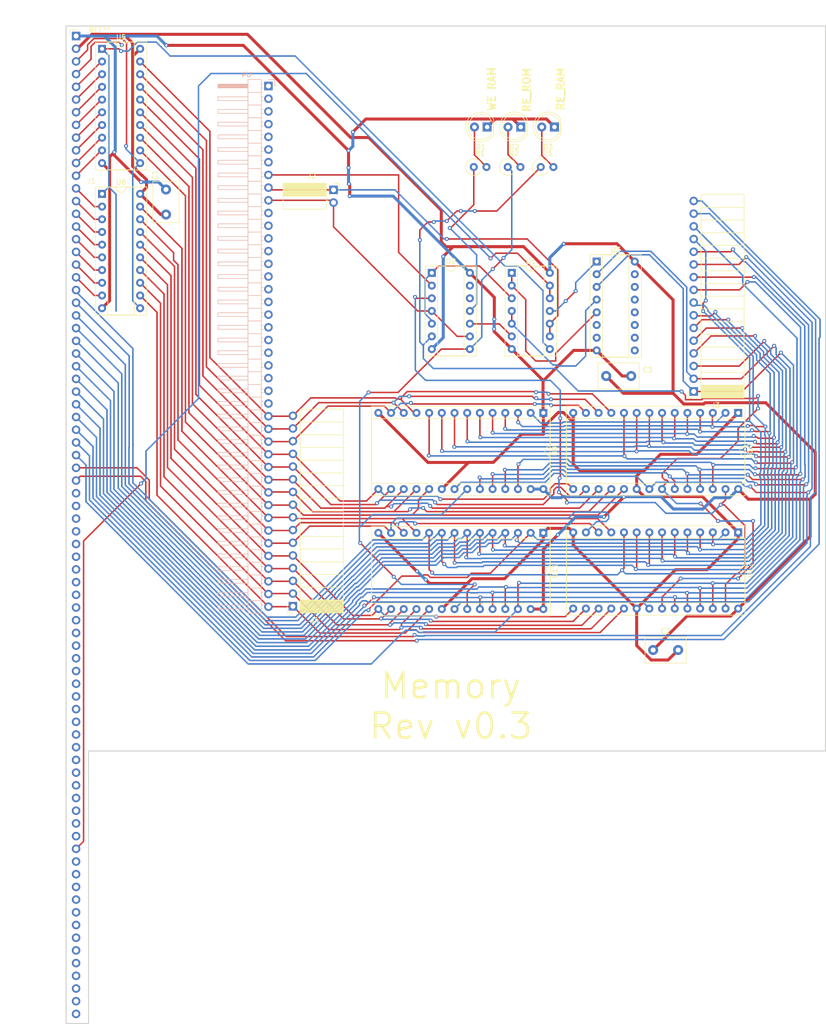
<source format=kicad_pcb>
(kicad_pcb (version 20211014) (generator pcbnew)
  (title_block (title "Memory") (date "2022-02-14") (rev "v.3") (comment 2 "https://github.com/jufo-ufo/Breadboard-Computer/blob/master/LICENSE") (comment 3 "License: Apache License 2.0") (comment 4 "Author: Alexander Wersching"))
  (layers (0 "F.Cu" signal) (31 "B.Cu" signal) (34 "B.Paste" user) (35 "F.Paste" user) (36 "B.SilkS" user "B.Silkscreen") (37 "F.SilkS" user "F.Silkscreen") (38 "B.Mask" user) (39 "F.Mask" user) (44 "Edge.Cuts" user))
  (net 0 "")
  (net 1 "GND")
  (net 2 "+5V")
  (net 3 "/CLK_R")
  (net 4 "unconnected-(J1-Pad4)")
  (net 5 "/Bus_D0")
  (net 6 "/Bus_D1")
  (net 7 "/Bus_D2")
  (net 8 "/Bus_D3")
  (net 9 "/Bus_D4")
  (net 10 "/Bus_D5")
  (net 11 "/Bus_D6")
  (net 12 "/Bus_D7")
  (net 13 "/Bus_D8")
  (net 14 "/Bus_D9")
  (net 15 "/Bus_D10")
  (net 16 "/Bus_D11")
  (net 17 "/Bus_D12")
  (net 18 "/Bus_D13")
  (net 19 "/Bus_D14")
  (net 20 "/Bus_D15")
  (net 21 "/Addr0")
  (net 22 "/Addr1")
  (net 23 "/Addr2")
  (net 24 "/Addr3")
  (net 25 "/Addr4")
  (net 26 "/Addr5")
  (net 27 "/Addr6")
  (net 28 "/Addr7")
  (net 29 "/Addr8")
  (net 30 "/Addr9")
  (net 31 "/Addr10")
  (net 32 "/Addr11")
  (net 33 "/Addr12")
  (net 34 "/Addr13")
  (net 35 "/Addr14")
  (net 36 "/Addr15")
  (net 38 "Net-(D1-Pad2)")
  (net 40 "/WE")
  (net 41 "/RE")
  (net 42 "/Data15")
  (net 43 "/Data14")
  (net 44 "/Data13")
  (net 45 "/Data12")
  (net 46 "/Data11")
  (net 47 "/Data10")
  (net 48 "/Data9")
  (net 49 "/Data8")
  (net 50 "/Data7")
  (net 51 "/Data6")
  (net 52 "/Data5")
  (net 53 "/Data4")
  (net 54 "/Data3")
  (net 55 "/Data2")
  (net 56 "/Data1")
  (net 57 "/Data0")
  (net 58 "Net-(U1-Pad1)")
  (net 59 "Net-(U1-Pad3)")
  (net 60 "Net-(U1-Pad4)")
  (net 61 "Net-(U1-Pad6)")
  (net 62 "/~{WE}")
  (net 63 "Net-(U1-Pad11)")
  (net 64 "/SUP")
  (net 65 "/WE_F")
  (net 66 "/WE_RAM")
  (net 67 "/RE_RAM")
  (net 68 "/RE_ROM")
  (net 72 "Net-(D2-Pad2)")
  (net 73 "Net-(D3-Pad2)")
  (net 74 "Net-(U2-Pad11)")
  (footprint "Package_DIP:DIP-28_W15.24mm_Socket" (layer "F.Cu") (at 118.525 95.375 -90)
    (fp_text reference "U9")
    (fp_text value "28C256")
  )
  (footprint "Package_DIP:DIP-28_W15.24mm_Socket" (layer "F.Cu") (at 157.525 95.375 -90)
    (fp_text reference "U10")
    (fp_text value "AS6C62256-55PCN")
  )
  (footprint "Resistor_THT:R_Axial_DIN0309_L9.0mm_D3.2mm_P2.54mm_Vertical" (layer "F.Cu") (at 111.4 46.2)
    (fp_text reference "R2")
    (fp_text value "220")
  )
  (footprint "Package_DIP:DIP-16_W7.62mm_Socket" (layer "F.Cu") (at 129.2 65.1)
    (fp_text reference "U3")
    (fp_text value "74LS139")
  )
  (footprint "LED_THT:LED_D5.0mm" (layer "F.Cu") (at 107.275 38.2 180)
    (fp_text reference "D1")
    (fp_text value "LED")
  )
  (footprint "Resistor_THT:R_Axial_DIN0309_L9.0mm_D3.2mm_P2.54mm_Vertical" (layer "F.Cu") (at 104.6 46.2)
    (fp_text reference "R1")
    (fp_text value "220")
  )
  (footprint "LED_THT:LED_D5.0mm" (layer "F.Cu") (at 120.75 38.2 180)
    (fp_text reference "D3")
    (fp_text value "LED")
  )
  (footprint "Connector_PinSocket_2.54mm:PinSocket_1x16_P2.54mm_Horizontal" (layer "F.Cu") (at 68.4 134.05 180)
    (fp_text reference "J4")
    (fp_text value "D_Bank_IO")
  )
  (footprint "Resistor_THT:R_Axial_DIN0309_L9.0mm_D3.2mm_P2.54mm_Vertical" (layer "F.Cu") (at 118 46.2)
    (fp_text reference "R3")
    (fp_text value "220")
  )
  (footprint "LED_THT:LED_D5.0mm" (layer "F.Cu") (at 114 38.2 180)
    (fp_text reference "D2")
    (fp_text value "LED")
  )
  (footprint "Capacitor_THT:C_Disc_D8.0mm_W5.0mm_P5.00mm" (layer "F.Cu") (at 43 55.7 90)
    (fp_text reference "C1")
    (fp_text value "0.1µF")
  )
  (footprint "Connector_PinSocket_2.54mm:PinSocket_1x16_P2.54mm_Horizontal" (layer "F.Cu") (at 148.62 91.09 180)
    (fp_text reference "J3")
    (fp_text value "A_Bank_Out")
  )
  (footprint "Package_DIP:DIP-14_W7.62mm_Socket" (layer "F.Cu") (at 96.2 67.375)
    (fp_text reference "U2")
    (fp_text value "74LS00")
  )
  (footprint "Package_DIP:DIP-28_W15.24mm_Socket" (layer "F.Cu") (at 157.525 119.275 -90)
    (fp_text reference "U12")
    (fp_text value "AS6C62256-55PCN")
  )
  (footprint "Connector_PinSocket_2.54mm:PinSocket_1x02_P2.54mm_Horizontal" (layer "F.Cu") (at 76.53 50.77)
    (fp_text reference "J2")
    (fp_text value "Bank_Controller_Enable_Out")
  )
  (footprint "Capacitor_THT:C_Disc_D8.0mm_W5.0mm_P5.00mm" (layer "F.Cu") (at 140.5 142.8)
    (fp_text reference "C2")
    (fp_text value "0.1µF")
  )
  (footprint "Capacitor_THT:C_Disc_D8.0mm_W5.0mm_P5.00mm" (layer "F.Cu") (at 131.1 88)
    (fp_text reference "C3")
    (fp_text value "0.1µF")
  )
  (footprint "Computer_Component_Library:PinHeader_1x78_P2.54mm_Horizontal" (layer "F.Cu") (at 25 20)
    (fp_text reference "J1")
    (fp_text value "Bus_Connector")
  )
  (footprint "Package_DIP:DIP-14_W7.62mm_Socket" (layer "F.Cu") (at 112.2 67.375)
    (fp_text reference "U1")
    (fp_text value "74LS00")
  )
  (footprint "Package_DIP:DIP-28_W15.24mm_Socket" (layer "F.Cu") (at 118.525 119.375 -90)
    (fp_text reference "U11")
    (fp_text value "28C256")
  )
  (footprint "Package_DIP:DIP-20_W7.62mm_Socket" (layer "F.Cu") (at 30.2 22.56)
    (fp_text reference "U5")
    (fp_text value "74HC573")
  )
  (footprint "Package_DIP:DIP-20_W7.62mm_Socket" (layer "F.Cu") (at 30.2 51.575)
    (fp_text reference "U6")
    (fp_text value "74HC573")
  )
  (footprint "Computer_Component_Library:PinHeader_1x42_P2.54mm_Horizontal" (layer "B.Cu") (at 63.5 30 180)
    (fp_text reference "U4")
    (fp_text value "AM-Connector")
  )
  (gr_line (start 27.5 217.5) (end 23 217.5) (layer "Edge.Cuts") (width 0.2))
  (gr_line (start 175 18) (end 175 163) (layer "Edge.Cuts") (width 0.2))
  (gr_line (start 175 163) (end 27.5 163) (layer "Edge.Cuts") (width 0.2))
  (gr_line (start 23 18) (end 175 18) (layer "Edge.Cuts") (width 0.2))
  (gr_line (start 27.5 163) (end 27.5 217.5) (layer "Edge.Cuts") (width 0.2))
  (gr_line (start 23 18) (end 23 217.5) (layer "Edge.Cuts") (width 0.2))
  (gr_text "RE_ROM\n" (at 115.2 30.8 90) (layer "F.SilkS") (effects (font (size 1.5 1.5) (thickness 0.3))))
  (gr_text "RE_RAM" (at 122 30.6 90) (layer "F.SilkS") (effects (font (size 1.5 1.5) (thickness 0.3))))
  (gr_text "WE RAM" (at 108.2 30.6 90) (layer "F.SilkS") (effects (font (size 1.5 1.5) (thickness 0.3))))
  (gr_text "Memory\nRev v0.3\n" (at 100 154) (layer "F.SilkS") (effects (font (size 5 5) (thickness 0.5))))
  (segment (start 118.463181 89.001819) (end 118.525 88.94) (width 0.6) (layer "F.Cu") (net 1))
  (segment (start 112.400489 36.600489) (end 119.150489 36.600489) (width 0.6) (layer "F.Cu") (net 1))
  (segment (start 122.525429 95.290499) (end 121.504571 95.290499) (width 0.6) (layer "F.Cu") (net 1))
  (segment (start 107.275 38.2) (end 108.874511 36.600489) (width 0.6) (layer "F.Cu") (net 1))
  (segment (start 119.424999 118.475001) (end 118.525 119.375) (width 0.6) (layer "F.Cu") (net 1))
  (segment (start 30.2 74.435) (end 31.699511 72.935489) (width 0.6) (layer "F.Cu") (net 1))
  (segment (start 137.205 107.995) (end 137.205 110.615) (width 0.6) (layer "F.Cu") (net 1))
  (segment (start 123.705001 118.475001) (end 119.424999 118.475001) (width 0.6) (layer "F.Cu") (net 1))
  (segment (start 103.49 105.29) (end 95.42 105.29) (width 0.6) (layer "F.Cu") (net 1))
  (segment (start 108.52 105.27) (end 103.55 105.27) (width 0.6) (layer "F.Cu") (net 1))
  (segment (start 144.98 126.74) (end 151.28 126.74) (width 0.6) (layer "F.Cu") (net 1))
  (segment (start 32.65 43.85) (end 38 49.2) (width 0.6) (layer "F.Cu") (net 1))
  (segment (start 126.01 107.13) (end 124.505 105.625) (width 0.6) (layer "F.Cu") (net 1))
  (segment (start 31.699511 44.170489) (end 32.65 43.22) (width 0.6) (layer "F.Cu") (net 1))
  (segment (start 118.525 120.775) (end 118.525 119.375) (width 0.6) (layer "F.Cu") (net 1))
  (segment (start 110.759501 128.540499) (end 118.525 120.775) (width 0.6) (layer "F.Cu") (net 1))
  (segment (start 31.699511 72.935489) (end 31.699511 46.919511) (width 0.6) (layer "F.Cu") (net 1))
  (segment (start 104.234571 128.540499) (end 110.759501 128.540499) (width 0.6) (layer "F.Cu") (net 1))
  (segment (start 95.740601 129.48) (end 94.991101 128.7305) (width 0.6) (layer "F.Cu") (net 1))
  (segment (start 118.525 99.645) (end 114.145 99.645) (width 0.6) (layer "F.Cu") (net 1))
  (segment (start 112.2 82.615) (end 108.68 79.095) (width 0.6) (layer "F.Cu") (net 1))
  (segment (start 108.71 72.265) (end 103.82 67.375) (width 0.6) (layer "F.Cu") (net 1))
  (segment (start 124.505 121.815) (end 137.205 134.515) (width 0.6) (layer "F.Cu") (net 1))
  (segment (start 43.05 21.87) (end 58.469022 21.87) (width 0.6) (layer "F.Cu") (net 1))
  (segment (start 108.874511 36.600489) (end 112.400489 36.600489) (width 0.6) (layer "F.Cu") (net 1))
  (segment (start 124.505 97.27007) (end 122.525429 95.290499) (width 0.6) (layer "F.Cu") (net 1))
  (segment (start 82.999511 36.600489) (end 80.4 39.2) (width 0.6) (layer "F.Cu") (net 1))
  (segment (start 85.505 119.375) (end 93.19 127.06) (width 0.6) (layer "F.Cu") (net 1))
  (segment (start 149.249511 103.650489) (end 141.979511 103.650489) (width 0.6) (layer "F.Cu") (net 1))
  (segment (start 31.699511 46.919511) (end 31.699511 44.170489) (width 0.6) (layer "F.Cu") (net 1))
  (segment (start 118.463181 95.313181) (end 118.463181 89.001819) (width 0.6) (layer "F.Cu") (net 1))
  (segment (start 118.525 88.94) (end 124.585 82.88) (width 0.6) (layer "F.Cu") (net 1))
  (segment (start 118.525 88.94) (end 112.2 82.615) (width 0.6) (layer "F.Cu") (net 1))
  (segment (start 150.364511 112.114511) (end 157.525 119.275) (width 0.6) (layer "F.Cu") (net 1))
  (segment (start 93.19 127.06) (end 93.27 127.06) (width 0.6) (layer "F.Cu") (net 1))
  (segment (start 79.77 49.72) (end 79.63 49.58) (width 0.6) (layer "F.Cu") (net 1))
  (segment (start 137.205 134.515) (end 144.98 126.74) (width 0.6) (layer "F.Cu") (net 1))
  (segment (start 95.42 105.29) (end 85.505 95.375) (width 0.6) (layer "F.Cu") (net 1))
  (segment (start 31.699511 46.919511) (end 30.2 45.42) (width 0.6) (layer "F.Cu") (net 1))
  (segment (start 124.505 105.625) (end 124.505 97.27007) (width 0.6) (layer "F.Cu") (net 1))
  (segment (start 140.096527 144.8) (end 143.5 144.8) (width 0.6) (layer "F.Cu") (net 1))
  (segment (start 151.28 126.74) (end 157.525 120.495) (width 0.6) (layer "F.Cu") (net 1))
  (segment (start 157.525 95.375) (end 149.249511 103.650489) (width 0.6) (layer "F.Cu") (net 1))
  (segment (start 141.979511 103.650489) (end 138.5 107.13) (width 0.6) (layer "F.Cu") (net 1))
  (segment (start 58.469022 21.87) (end 79.53 42.930978) (width 0.6) (layer "F.Cu") (net 1))
  (segment (start 138.5 107.13) (end 126.01 107.13) (width 0.6) (layer "F.Cu") (net 1))
  (segment (start 118.525 98.27007) (end 118.525 99.645) (width 0.6) (layer "F.Cu") (net 1))
  (segment (start 32.65 43.22) (end 32.65 43.85) (width 0.6) (layer "F.Cu") (net 1))
  (segment (start 137.205 141.908473) (end 140.096527 144.8) (width 0.6) (layer "F.Cu") (net 1))
  (segment (start 103.34 129.48) (end 95.740601 129.48) (width 0.6) (layer "F.Cu") (net 1))
  (segment (start 124.505 119.275) (end 124.505 121.815) (width 0.6) (layer "F.Cu") (net 1))
  (segment (start 79.77 52.01) (end 79.77 49.72) (width 0.6) (layer "F.Cu") (net 1))
  (segment (start 124.505 119.275) (end 123.705001 118.475001) (width 0.6) (layer "F.Cu") (net 1))
  (segment (start 79.53 42.930978) (end 79.53 46.35) (width 0.6) (layer "F.Cu") (net 1))
  (segment (start 119.150489 36.600489) (end 120.75 38.2) (width 0.6) (layer "F.Cu") (net 1))
  (segment (start 103.570499 129.249501) (end 103.570499 129.204571) (width 0.6) (layer "F.Cu") (net 1))
  (segment (start 108.68 79.095) (end 108.68 78.59) (width 0.6) (layer "F.Cu") (net 1))
  (segment (start 143.5 144.8) (end 145.5 142.8) (width 0.6) (layer "F.Cu") (net 1))
  (segment (start 136.1 88) (end 134.32 88) (width 0.6) (layer "F.Cu") (net 1))
  (segment (start 138.07 107.13) (end 137.205 107.995) (width 0.6) (layer "F.Cu") (net 1))
  (segment (start 124.505 105.625) (end 124.505 95.375) (width 0.6) (layer "F.Cu") (net 1))
  (segment (start 112.400489 36.600489) (end 114 38.2) (width 0.6) (layer "F.Cu") (net 1))
  (segment (start 121.504571 95.290499) (end 118.525 98.27007) (width 0.6) (layer "F.Cu") (net 1))
  (segment (start 108.874511 36.600489) (end 82.999511 36.600489) (width 0.6) (layer "F.Cu") (net 1))
  (segment (start 103.34 129.48) (end 103.570499 129.249501) (width 0.6) (layer "F.Cu") (net 1))
  (segment (start 114.145 99.645) (end 108.52 105.27) (width 0.6) (layer "F.Cu") (net 1))
  (segment (start 98.205 134.615) (end 103.34 129.48) (width 0.6) (layer "F.Cu") (net 1))
  (segment (start 103.385 105.435) (end 98.205 110.615) (width 0.6) (layer "F.Cu") (net 1))
  (segment (start 134.32 88) (end 129.2 82.88) (width 0.6) (layer "F.Cu") (net 1))
  (segment (start 118.525 95.375) (end 118.463181 95.313181) (width 0.6) (layer "F.Cu") (net 1))
  (segment (start 137.205 110.615) (end 138.704511 112.114511) (width 0.6) (layer "F.Cu") (net 1))
  (segment (start 108.71 76.63) (end 108.71 72.265) (width 0.6) (layer "F.Cu") (net 1))
  (segment (start 103.570499 129.204571) (end 104.234571 128.540499) (width 0.6) (layer "F.Cu") (net 1))
  (segment (start 103.55 105.27) (end 103.385 105.435) (width 0.6) (layer "F.Cu") (net 1))
  (segment (start 118.525 99.645) (end 118.525 95.375) (width 0.6) (layer "F.Cu") (net 1))
  (segment (start 138.5 107.13) (end 138.07 107.13) (width 0.6) (layer "F.Cu") (net 1))
  (segment (start 137.205 134.515) (end 137.205 141.908473) (width 0.6) (layer "F.Cu") (net 1))
  (segment (start 157.525 120.495) (end 157.525 119.275) (width 0.6) (layer "F.Cu") (net 1))
  (segment (start 124.585 82.88) (end 129.2 82.88) (width 0.6) (layer "F.Cu") (net 1))
  (segment (start 138.704511 112.114511) (end 150.364511 112.114511) (width 0.6) (layer "F.Cu") (net 1))
  (via (at 79.53 46.35) (size 0.8) (drill 0.4) (layers "F.Cu" "B.Cu") (net 1))
  (via (at 38 49.2) (size 0.8) (drill 0.4) (layers "F.Cu" "B.Cu") (net 1))
  (via (at 43.05 21.87) (size 0.8) (drill 0.4) (layers "F.Cu" "B.Cu") (net 1))
  (via (at 79.53 42.930978) (size 0.8) (drill 0.4) (layers "F.Cu" "B.Cu") (net 1))
  (via (at 79.63 49.58) (size 0.8) (drill 0.4) (layers "F.Cu" "B.Cu") (net 1))
  (via (at 94.991101 128.7305) (size 0.8) (drill 0.4) (layers "F.Cu" "B.Cu") (net 1))
  (via (at 79.77 52.01) (size 0.8) (drill 0.4) (layers "F.Cu" "B.Cu") (net 1))
  (via (at 108.68 78.59) (size 0.8) (drill 0.4) (layers "F.Cu" "B.Cu") (net 1))
  (via (at 108.71 76.63) (size 0.8) (drill 0.4) (layers "F.Cu" "B.Cu") (net 1))
  (via (at 32.65 43.22) (size 0.8) (drill 0.4) (layers "F.Cu" "B.Cu") (net 1))
  (via (at 93.27 127.06) (size 0.8) (drill 0.4) (layers "F.Cu" "B.Cu") (net 1))
  (via (at 80.4 39.2) (size 0.8) (drill 0.4) (layers "F.Cu" "B.Cu") (net 1))
  (segment (start 80.4 39.2) (end 80.4 42.060978) (width 0.6) (layer "B.Cu") (net 1))
  (segment (start 32.84 43.03) (end 32.84 22.200978) (width 0.6) (layer "B.Cu") (net 1))
  (segment (start 93.27 127.06) (end 94.9405 128.7305) (width 0.6) (layer "B.Cu") (net 1))
  (segment (start 94.9405 128.7305) (end 94.991101 128.7305) (width 0.6) (layer "B.Cu") (net 1))
  (segment (start 32.65 43.22) (end 32.84 43.03) (width 0.6) (layer "B.Cu") (net 1))
  (segment (start 108.68 76.66) (end 108.71 76.63) (width 0.6) (layer "B.Cu") (net 1))
  (segment (start 108.68 78.59) (end 108.68 76.66) (width 0.6) (layer "B.Cu") (net 1))
  (segment (start 103.82 67.375) (end 88.455 52.01) (width 0.6) (layer "B.Cu") (net 1))
  (segment (start 80.4 42.060978) (end 79.53 42.930978) (width 0.6) (layer "B.Cu") (net 1))
  (segment (start 32.84 22.200978) (end 30.639022 20) (width 0.6) (layer "B.Cu") (net 1))
  (segment (start 30.639022 20) (end 25 20) (width 0.6) (layer "B.Cu") (net 1))
  (segment (start 30.639022 20) (end 41.18 20) (width 0.6) (layer "B.Cu") (net 1))
  (segment (start 88.455 52.01) (end 79.77 52.01) (width 0.6) (layer "B.Cu") (net 1))
  (segment (start 38 49.2) (end 41.5 49.2) (width 0.6) (layer "B.Cu") (net 1))
  (segment (start 41.18 20) (end 43.05 21.87) (width 0.6) (layer "B.Cu") (net 1))
  (segment (start 41.5 49.2) (end 43 50.7) (width 0.6) (layer "B.Cu") (net 1))
  (segment (start 79.53 49.48) (end 79.63 49.58) (width 0.6) (layer "B.Cu") (net 1))
  (segment (start 79.53 46.35) (end 79.53 49.48) (width 0.6) (layer "B.Cu") (net 1))
  (segment (start 133.27 61.55) (end 136.82 65.1) (width 0.6) (layer "F.Cu") (net 2))
  (segment (start 38.255429 47.900499) (end 39.099501 48.744571) (width 0.6) (layer "F.Cu") (net 2))
  (segment (start 131.1 88) (end 134.560411 91.460411) (width 0.6) (layer "F.Cu") (net 2))
  (segment (start 36.320489 46.041119) (end 38.179869 47.900499) (width 0.6) (layer "F.Cu") (net 2))
  (segment (start 100.4475 62.1325) (end 114.5775 62.1325) (width 0.6) (layer "F.Cu") (net 2))
  (segment (start 156.025489 136.014511) (end 147.285489 136.014511) (width 0.6) (layer "F.Cu") (net 2))
  (segment (start 118.525 134.615) (end 118.525 122.655) (width 0.6) (layer "F.Cu") (net 2))
  (segment (start 34.543201 19.661469) (end 36.320489 21.438757) (width 0.6) (layer "F.Cu") (net 2))
  (segment (start 171.93 112.64) (end 171.93 120.11) (width 0.6) (layer "F.Cu") (net 2))
  (segment (start 28.147885 19.661469) (end 34.543201 19.661469) (width 0.6) (layer "F.Cu") (net 2))
  (segment (start 99.03757 62.1325) (end 114.5775 62.1325) (width 0.6) (layer "F.Cu") (net 2))
  (segment (start 115.985 134.615) (end 118.525 134.615) (width 0.6) (layer "F.Cu") (net 2))
  (segment (start 114.5775 62.1325) (end 119.82 67.375) (width 0.6) (layer "F.Cu") (net 2))
  (segment (start 38.179869 47.900499) (end 38.255429 47.900499) (width 0.6) (layer "F.Cu") (net 2))
  (segment (start 25.269354 22.54) (end 28.147885 19.661469) (width 0.6) (layer "F.Cu") (net 2))
  (segment (start 172.95 111.62) (end 172.95 103.26) (width 0.6) (layer "F.Cu") (net 2))
  (segment (start 25 22.54) (end 25.269354 22.54) (width 0.6) (layer "F.Cu") (net 2))
  (segment (start 134.560411 91.460411) (end 144.49 91.460411) (width 0.6) (layer "F.Cu") (net 2))
  (segment (start 146.618611 93.589022) (end 144.49 91.460411) (width 0.6) (layer "F.Cu") (net 2))
  (segment (start 122.6 61.55) (end 133.27 61.55) (width 0.6) (layer "F.Cu") (net 2))
  (segment (start 157.525 134.515) (end 156.025489 136.014511) (width 0.6) (layer "F.Cu") (net 2))
  (segment (start 39.099501 50.295499) (end 37.82 51.575) (width 0.6) (layer "F.Cu") (net 2))
  (segment (start 36.320489 24.059511) (end 36.320489 46.041119) (width 0.6) (layer "F.Cu") (net 2))
  (segment (start 171.93 120.11) (end 157.525 134.515) (width 0.6) (layer "F.Cu") (net 2))
  (segment (start 41.945 55.7) (end 43 55.7) (width 0.6) (layer "F.Cu") (net 2))
  (segment (start 34.543201 19.661469) (end 59.306539 19.661469) (width 0.6) (layer "F.Cu") (net 2))
  (segment (start 144.49 91.460411) (end 144.49 72.77) (width 0.6) (layer "F.Cu") (net 2))
  (segment (start 150.8609 93.349511) (end 150.621389 93.589022) (width 0.6) (layer "F.Cu") (net 2))
  (segment (start 36.320489 21.438757) (end 36.320489 24.059511) (width 0.6) (layer "F.Cu") (net 2))
  (segment (start 147.285489 136.014511) (end 140.5 142.8) (width 0.6) (layer "F.Cu") (net 2))
  (segment (start 98.099501 61.194431) (end 99.03757 62.1325) (width 0.6) (layer "F.Cu") (net 2))
  (segment (start 171.93 112.64) (end 172.95 111.62) (width 0.6) (layer "F.Cu") (net 2))
  (segment (start 39.099501 48.744571) (end 39.099501 50.295499) (width 0.6) (layer "F.Cu") (net 2))
  (segment (start 159.55 112.64) (end 171.93 112.64) (width 0.6) (layer "F.Cu") (net 2))
  (segment (start 172.95 103.26) (end 163.039511 93.349511) (width 0.6) (layer "F.Cu") (net 2))
  (segment (start 98.099501 54.834431) (end 98.099501 61.194431) (width 0.6) (layer "F.Cu") (net 2))
  (segment (start 118.525 122.655) (end 121.41 119.77) (width 0.6) (layer "F.Cu") (net 2))
  (segment (start 150.621389 93.589022) (end 146.618611 93.589022) (width 0.6) (layer "F.Cu") (net 2))
  (segment (start 37.82 22.56) (end 36.320489 24.059511) (width 0.6) (layer "F.Cu") (net 2))
  (segment (start 37.82 51.575) (end 41.945 55.7) (width 0.6) (layer "F.Cu") (net 2))
  (segment (start 130.65 116.16) (end 130.664772 116.16) (width 0.6) (layer "F.Cu") (net 2))
  (segment (start 79.944571 40.299501) (end 83.564571 40.299501) (width 0.6) (layer "F.Cu") (net 2))
  (segment (start 157.525 110.615) (end 159.55 112.64) (width 0.6) (layer "F.Cu") (net 2))
  (segment (start 163.039511 93.349511) (end 150.8609 93.349511) (width 0.6) (layer "F.Cu") (net 2))
  (segment (start 130.664772 116.16) (end 134.611175 112.213597) (width 0.6) (layer "F.Cu") (net 2))
  (segment (start 98.49 64.09) (end 100.4475 62.1325) (width 0.6) (layer "F.Cu") (net 2))
  (segment (start 59.306539 19.661469) (end 79.944571 40.299501) (width 0.6) (layer "F.Cu") (net 2))
  (segment (start 144.49 72.77) (end 136.82 65.1) (width 0.6) (layer "F.Cu") (net 2))
  (segment (start 83.564571 40.299501) (end 98.099501 54.834431) (width 0.6) (layer "F.Cu") (net 2))
  (via (at 134.611175 112.213597) (size 0.8) (drill 0.4) (layers "F.Cu" "B.Cu") (net 2))
  (via (at 122.6 61.55) (size 0.8) (drill 0.4) (layers "F.Cu" "B.Cu") (net 2))
  (via (at 98.49 64.09) (size 0.8) (drill 0.4) (layers "F.Cu" "B.Cu") (net 2))
  (via (at 121.41 119.77) (size 0.8) (drill 0.4) (layers "F.Cu" "B.Cu") (net 2))
  (via (at 130.65 116.16) (size 0.8) (drill 0.4) (layers "F.Cu" "B.Cu") (net 2))
  (segment (start 144.544571 114.599501) (end 150.455429 114.599501) (width 0.6) (layer "B.Cu") (net 2))
  (segment (start 155.79049 112.34951) (end 157.525 110.615) (width 0.6) (layer "B.Cu") (net 2))
  (segment (start 120.249501 112.339501) (end 122.105429 112.339501) (width 0.6) (layer "B.Cu") (net 2))
  (segment (start 98.49 80.325) (end 98.49 64.09) (width 0.6) (layer "B.Cu") (net 2))
  (segment (start 122.30805 112.13688) (end 142.08195 112.13688) (width 0.6) (layer "B.Cu") (net 2))
  (segment (start 122.105429 112.339501) (end 122.30805 112.13688) (width 0.6) (layer "B.Cu") (net 2))
  (segment (start 96.2 82.615) (end 98.49 80.325) (width 0.6) (layer "B.Cu") (net 2))
  (segment (start 118.525 110.615) (end 120.249501 112.339501) (width 0.6) (layer "B.Cu") (net 2))
  (segment (start 125.02 116.16) (end 130.65 116.16) (width 0.6) (layer "B.Cu") (net 2))
  (segment (start 115.985 110.615) (end 118.525 110.615) (width 0.6) (layer "B.Cu") (net 2))
  (segment (start 121.41 119.77) (end 125.02 116.16) (width 0.6) (layer "B.Cu") (net 2))
  (segment (start 119.82 64.33) (end 122.6 61.55) (width 0.6) (layer "B.Cu") (net 2))
  (segment (start 152.70542 112.34951) (end 155.79049 112.34951) (width 0.6) (layer "B.Cu") (net 2))
  (segment (start 142.08195 112.13688) (end 144.544571 114.599501) (width 0.6) (layer "B.Cu") (net 2))
  (segment (start 150.455429 114.599501) (end 152.70542 112.34951) (width 0.6) (layer "B.Cu") (net 2))
  (segment (start 119.82 67.375) (end 119.82 64.33) (width 0.6) (layer "B.Cu") (net 2))
  (segment (start 35.096597 21.416254) (end 35.096597 41.903403) (width 0.3) (layer "F.Cu") (net 3))
  (segment (start 35.096597 41.903403) (end 35 42) (width 0.3) (layer "F.Cu") (net 3))
  (segment (start 34.191321 20.510978) (end 35.096597 21.416254) (width 0.3) (layer "F.Cu") (net 3))
  (segment (start 28.560743 20.510978) (end 34.191321 20.510978) (width 0.3) (layer "F.Cu") (net 3))
  (segment (start 27.30049 21.77123) (end 28.560743 20.510978) (width 0.3) (layer "F.Cu") (net 3))
  (segment (start 27.300489 22.779511) (end 27.30049 21.77123) (width 0.3) (layer "F.Cu") (net 3))
  (segment (start 25 25.08) (end 27.300489 22.779511) (width 0.3) (layer "F.Cu") (net 3))
  (via (at 35 42) (size 0.8) (drill 0.4) (layers "F.Cu" "B.Cu") (net 3))
  (segment (start 35 42) (end 35 42.6) (width 0.3) (layer "B.Cu") (net 3))
  (segment (start 37.82 74.435) (end 36.34 72.955) (width 0.3) (layer "B.Cu") (net 3))
  (segment (start 36.34 46.9) (end 37.82 45.42) (width 0.3) (layer "B.Cu") (net 3))
  (segment (start 36.34 72.955) (end 36.34 46.9) (width 0.3) (layer "B.Cu") (net 3))
  (segment (start 35 42.6) (end 37.82 45.42) (width 0.3) (layer "B.Cu") (net 3))
  (segment (start 25 27.62) (end 28 24.62) (width 0.3) (layer "F.Cu") (net 4))
  (segment (start 33.548034 21.210489) (end 34.147096 21.809551) (width 0.3) (layer "F.Cu") (net 4))
  (segment (start 28.850489 21.210489) (end 33.548034 21.210489) (width 0.3) (layer "F.Cu") (net 4))
  (segment (start 28 24.62) (end 28 22.060978) (width 0.3) (layer "F.Cu") (net 4))
  (segment (start 28 22.060978) (end 28.850489 21.210489) (width 0.3) (layer "F.Cu") (net 4))
  (via (at 34.147096 21.809551) (size 0.8) (drill 0.4) (layers "F.Cu" "B.Cu") (net 4))
  (segment (start 25 30.16) (end 30.06 25.1) (width 0.3) (layer "F.Cu") (net 5))
  (segment (start 30.06 25.1) (end 30.2 25.1) (width 0.3) (layer "F.Cu") (net 5))
  (segment (start 30.06 27.64) (end 30.2 27.64) (width 0.3) (layer "F.Cu") (net 6))
  (segment (start 25 32.7) (end 30.06 27.64) (width 0.3) (layer "F.Cu") (net 6))
  (segment (start 30.06 30.18) (end 30.2 30.18) (width 0.3) (layer "F.Cu") (net 7))
  (segment (start 25 35.24) (end 30.06 30.18) (width 0.3) (layer "F.Cu") (net 7))
  (segment (start 25 37.78) (end 30.06 32.72) (width 0.3) (layer "F.Cu") (net 8))
  (segment (start 30.06 32.72) (end 30.2 32.72) (width 0.3) (layer "F.Cu") (net 8))
  (segment (start 25 40.32) (end 30.06 35.26) (width 0.3) (layer "F.Cu") (net 9))
  (segment (start 30.06 35.26) (end 30.2 35.26) (width 0.3) (layer "F.Cu") (net 9))
  (segment (start 25 42.86) (end 30.06 37.8) (width 0.3) (layer "F.Cu") (net 10))
  (segment (start 30.06 37.8) (end 30.2 37.8) (width 0.3) (layer "F.Cu") (net 10))
  (segment (start 30.06 40.34) (end 30.2 40.34) (width 0.3) (layer "F.Cu") (net 11))
  (segment (start 25 45.4) (end 30.06 40.34) (width 0.3) (layer "F.Cu") (net 11))
  (segment (start 25 47.94) (end 30.06 42.88) (width 0.3) (layer "F.Cu") (net 12))
  (segment (start 30.06 42.88) (end 30.2 42.88) (width 0.3) (layer "F.Cu") (net 12))
  (segment (start 30.2 54.115) (end 28.635 54.115) (width 0.3) (layer "F.Cu") (net 13))
  (segment (start 28.635 54.115) (end 25 50.48) (width 0.3) (layer "F.Cu") (net 13))
  (segment (start 25.165 50.315) (end 25 50.48) (width 0.25) (layer "F.Cu") (net 13))
  (segment (start 30.2 56.655) (end 28.635 56.655) (width 0.3) (layer "F.Cu") (net 14))
  (segment (start 25.165 52.855) (end 25 53.02) (width 0.25) (layer "F.Cu") (net 14))
  (segment (start 28.635 56.655) (end 25 53.02) (width 0.3) (layer "F.Cu") (net 14))
  (segment (start 28.635 59.195) (end 25 55.56) (width 0.3) (layer "F.Cu") (net 15))
  (segment (start 30.2 59.195) (end 28.635 59.195) (width 0.3) (layer "F.Cu") (net 15))
  (segment (start 25.165 55.395) (end 25 55.56) (width 0.25) (layer "F.Cu") (net 15))
  (segment (start 30.2 61.735) (end 28.635 61.735) (width 0.3) (layer "F.Cu") (net 16))
  (segment (start 28.635 61.735) (end 25 58.1) (width 0.3) (layer "F.Cu") (net 16))
  (segment (start 28.635 64.275) (end 25 60.64) (width 0.3) (layer "F.Cu") (net 17))
  (segment (start 30.2 64.275) (end 28.635 64.275) (width 0.3) (layer "F.Cu") (net 17))
  (segment (start 25.165 60.475) (end 25 60.64) (width 0.25) (layer "F.Cu") (net 17))
  (segment (start 28.635 66.815) (end 25 63.18) (width 0.3) (layer "F.Cu") (net 18))
  (segment (start 30.2 66.815) (end 28.635 66.815) (width 0.3) (layer "F.Cu") (net 18))
  (segment (start 25 65.72) (end 28.68 69.4) (width 0.3) (layer "F.Cu") (net 19))
  (segment (start 30.155 69.4) (end 30.2 69.355) (width 0.3) (layer "F.Cu") (net 19))
  (segment (start 28.68 69.4) (end 30.155 69.4) (width 0.3) (layer "F.Cu") (net 19))
  (segment (start 28.635 71.895) (end 30.2 71.895) (width 0.3) (layer "F.Cu") (net 20))
  (segment (start 25 68.26) (end 28.635 71.895) (width 0.3) (layer "F.Cu") (net 20))
  (segment (start 168.3405 105.265318) (end 168.175818 105.43) (width 0.3) (layer "F.Cu") (net 21))
  (segment (start 134.665 103.925) (end 134.665 95.375) (width 0.3) (layer "F.Cu") (net 21))
  (segment (start 95.665 95.375) (end 95.665 103.845) (width 0.3) (layer "F.Cu") (net 21))
  (segment (start 95.665 119.375) (end 95.665 126.718804) (width 0.3) (layer "F.Cu") (net 21))
  (segment (start 158.3 91.09) (end 148.62 91.09) (width 0.3) (layer "F.Cu") (net 21))
  (segment (start 166.07 83.32) (end 158.3 91.09) (width 0.3) (layer "F.Cu") (net 21))
  (segment (start 95.665 126.718804) (end 96.266547 127.320351) (width 0.3) (layer "F.Cu") (net 21))
  (segment (start 168.175818 105.43) (end 161.217653 105.43) (width 0.3) (layer "F.Cu") (net 21))
  (segment (start 134.665 126.455) (end 134.28 126.84) (width 0.3) (layer "F.Cu") (net 21))
  (segment (start 134.665 119.275) (end 134.665 126.455) (width 0.3) (layer "F.Cu") (net 21))
  (segment (start 134.76 104.02) (end 134.665 103.925) (width 0.3) (layer "F.Cu") (net 21))
  (segment (start 161.217653 105.43) (end 161.048967 105.261314) (width 0.3) (layer "F.Cu") (net 21))
  (segment (start 95.665 103.845) (end 95.597464 103.912536) (width 0.3) (layer "F.Cu") (net 21))
  (via (at 96.266547 127.320351) (size 0.8) (drill 0.4) (layers "F.Cu" "B.Cu") (net 21))
  (via (at 168.3405 105.265318) (size 0.8) (drill 0.4) (layers "F.Cu" "B.Cu") (net 21))
  (via (at 95.597464 103.912536) (size 0.8) (drill 0.4) (layers "F.Cu" "B.Cu") (net 21))
  (via (at 134.76 104.02) (size 0.8) (drill 0.4) (layers "F.Cu" "B.Cu") (net 21))
  (via (at 161.048967 105.261314) (size 0.8) (drill 0.4) (layers "F.Cu" "B.Cu") (net 21))
  (via (at 134.28 126.84) (size 0.8) (drill 0.4) (layers "F.Cu" "B.Cu") (net 21))
  (via (at 166.07 83.32) (size 0.8) (drill 0.4) (layers "F.Cu" "B.Cu") (net 21))
  (segment (start 168.070978 107.478107) (end 168.070979 105.534839) (width 0.3) (layer "B.Cu") (net 21))
  (segment (start 160.856292 105.261314) (end 161.048967 105.261314) (width 0.3) (layer "B.Cu") (net 21))
  (segment (start 146.520978 70.520978) (end 146.520978 88.990978) (width 0.3) (layer "B.Cu") (net 21))
  (segment (start 167.801473 107.747611) (end 167.801473 107.747607) (width 0.3) (layer "B.Cu") (net 21))
  (segment (start 168.070979 105.534839) (end 168.3405 105.265318) (width 0.3) (layer "B.Cu") (net 21))
  (segment (start 133.373602 127.746398) (end 96.692594 127.746398) (width 0.3) (layer "B.Cu") (net 21))
  (segment (start 168.590489 85.840489) (end 168.590489 104.899511) (width 0.3) (layer "B.Cu") (net 21))
  (segment (start 139.750489 63.750489) (end 146.520978 70.520978) (width 0.3) (layer "B.Cu") (net 21))
  (segment (start 36.414058 101.712881) (end 36.370818 101.77774) (width 0.3) (layer "B.Cu") (net 21))
  (segment (start 160.166988 104.57201) (end 160.856292 105.261314) (width 0.3) (layer "B.Cu") (net 21))
  (segment (start 168.3405 105.1495) (end 168.3405 105.265318) (width 0.3) (layer "B.Cu") (net 21))
  (segment (start 167.801469 107.747615) (end 167.801473 107.747611) (width 0.3) (layer "B.Cu") (net 21))
  (segment (start 36.370818 82.514316) (end 36.370818 101.496674) (width 0.3) (layer "B.Cu") (net 21))
  (segment (start 167.730979 119.961248) (end 167.73098 107.880504) (width 0.3) (layer "B.Cu") (net 21))
  (segment (start 25 70.8) (end 25 71.143498) (width 0.3) (layer "B.Cu") (net 21))
  (segment (start 63.249748 136.219748) (end 68.974997 136.219748) (width 0.3) (layer "B.Cu") (net 21))
  (segment (start 36.370818 101.77774) (end 36.370818 109.340817) (width 0.3) (layer "B.Cu") (net 21))
  (segment (start 168.590489 104.899511) (end 168.3405 105.1495) (width 0.3) (layer "B.Cu") (net 21))
  (segment (start 129.2 70.18) (end 135.629511 63.750489) (width 0.3) (layer "B.Cu") (net 21))
  (segment (start 167.73098 107.880504) (end 167.801469 107.810015) (width 0.3) (layer "B.Cu") (net 21))
  (segment (start 134.99 127.55) (end 160.142227 127.55) (width 0.3) (layer "B.Cu") (net 21))
  (segment (start 166.07 83.32) (end 168.590489 85.840489) (width 0.3) (layer "B.Cu") (net 21))
  (segment (start 134.718998 103.978998) (end 95.663926 103.978998) (width 0.3) (layer "B.Cu") (net 21))
  (segment (start 94.26 120.78) (end 95.665 119.375) (width 0.3) (layer "B.Cu") (net 21))
  (segment (start 96.692594 127.746398) (end 96.266547 127.320351) (width 0.3) (layer "B.Cu") (net 21))
  (segment (start 134.28 126.84) (end 133.373602 127.746398) (width 0.3) (layer "B.Cu") (net 21))
  (segment (start 134.76 104.02) (end 134.718998 103.978998) (width 0.3) (layer "B.Cu") (net 21))
  (segment (start 36.370818 109.340817) (end 63.249748 136.219748) (width 0.3) (layer "B.Cu") (net 21))
  (segment (start 167.801469 107.810015) (end 167.801469 107.747615) (width 0.3) (layer "B.Cu") (net 21))
  (segment (start 68.974997 136.219748) (end 84.414745 120.78) (width 0.3) (layer "B.Cu") (net 21))
  (segment (start 167.801473 107.747607) (end 168.070978 107.478107) (width 0.3) (layer "B.Cu") (net 21))
  (segment (start 135.31201 104.57201) (end 160.166988 104.57201) (width 0.3) (layer "B.Cu") (net 21))
  (segment (start 160.142227 127.55) (end 167.730979 119.961248) (width 0.3) (layer "B.Cu") (net 21))
  (segment (start 95.663926 103.978998) (end 95.597464 103.912536) (width 0.3) (layer "B.Cu") (net 21))
  (segment (start 134.28 126.84) (end 134.99 127.55) (width 0.3) (layer "B.Cu") (net 21))
  (segment (start 146.520978 88.990978) (end 148.62 91.09) (width 0.3) (layer "B.Cu") (net 21))
  (segment (start 134.76 104.02) (end 135.31201 104.57201) (width 0.3) (layer "B.Cu") (net 21))
  (segment (start 36.370818 101.496674) (end 36.414058 101.712881) (width 0.3) (layer "B.Cu") (net 21))
  (segment (start 25 71.143498) (end 36.370818 82.514316) (width 0.3) (layer "B.Cu") (net 21))
  (segment (start 135.629511 63.750489) (end 139.750489 63.750489) (width 0.3) (layer "B.Cu") (net 21))
  (segment (start 84.414745 120.78) (end 94.26 120.78) (width 0.3) (layer "B.Cu") (net 21))
  (segment (start 137.205 95.375) (end 137.205 103.0555) (width 0.3) (layer "F.Cu") (net 22))
  (segment (start 137.205 119.275) (end 137.205 126.431666) (width 0.3) (layer "F.Cu") (net 22))
  (segment (start 98.205 102.9455) (end 98.23 102.9705) (width 0.3) (layer "F.Cu") (net 22))
  (segment (start 167.640989 104.218332) (end 167.612657 104.19) (width 0.3) (layer "F.Cu") (net 22))
  (segment (start 167.612657 104.19) (end 161.249553 104.19) (width 0.3) (layer "F.Cu") (net 22))
  (segment (start 161.249553 104.19) (end 161.123694 104.064141) (width 0.3) (layer "F.Cu") (net 22))
  (segment (start 98.205 125.1255) (end 98.681148 125.601648) (width 0.3) (layer "F.Cu") (net 22))
  (segment (start 148.62 88.55) (end 158.133517 88.55) (width 0.3) (layer "F.Cu") (net 22))
  (segment (start 158.133517 88.55) (end 164.719952 81.963565) (width 0.3) (layer "F.Cu") (net 22))
  (segment (start 137.205 126.431666) (end 137.036166 126.6005) (width 0.3) (layer "F.Cu") (net 22))
  (segment (start 98.205 119.375) (end 98.205 125.1255) (width 0.3) (layer "F.Cu") (net 22))
  (segment (start 98.205 95.375) (end 98.205 102.9455) (width 0.3) (layer "F.Cu") (net 22))
  (segment (start 137.205 103.0555) (end 137.19 103.0705) (width 0.3) (layer "F.Cu") (net 22))
  (via (at 137.19 103.0705) (size 0.8) (drill 0.4) (layers "F.Cu" "B.Cu") (net 22))
  (via (at 137.036166 126.6005) (size 0.8) (drill 0.4) (layers "F.Cu" "B.Cu") (net 22))
  (via (at 164.719952 81.963565) (size 0.8) (drill 0.4) (layers "F.Cu" "B.Cu") (net 22))
  (via (at 98.681148 125.601648) (size 0.8) (drill 0.4) (layers "F.Cu" "B.Cu") (net 22))
  (via (at 161.123694 104.064141) (size 0.8) (drill 0.4) (layers "F.Cu" "B.Cu") (net 22))
  (via (at 167.640989 104.218332) (size 0.8) (drill 0.4) (layers "F.Cu" "B.Cu") (net 22))
  (via (at 98.23 102.9705) (size 0.8) (drill 0.4) (layers "F.Cu" "B.Cu") (net 22))
  (segment (start 167.890979 86.453777) (end 165.706703 84.269501) (width 0.3) (layer "B.Cu") (net 22))
  (segment (start 137.036166 126.6005) (end 136.303741 125.868075) (width 0.3) (layer "B.Cu") (net 22))
  (segment (start 137.19 103.0705) (end 137.2905 102.97) (width 0.3) (layer "B.Cu") (net 22))
  (segment (start 160.689553 103.63) (end 161.123694 104.064141) (width 0.3) (layer "B.Cu") (net 22))
  (segment (start 165.676703 84.269501) (end 165.120499 83.713297) (width 0.3) (layer "B.Cu") (net 22))
  (segment (start 95.346693 121.47952) (end 96.156885 120.669328) (width 0.3) (layer "B.Cu") (net 22))
  (segment (start 137.2905 102.97) (end 147.68 102.97) (width 0.3) (layer "B.Cu") (net 22))
  (segment (start 106.453359 126.109001) (end 101.352604 126.109001) (width 0.3) (layer "B.Cu") (net 22))
  (segment (start 167.101966 107.457852) (end 167.371467 107.188356) (width 0.3) (layer "B.Cu") (net 22))
  (segment (start 35.584836 102.353101) (end 35.584836 109.544093) (width 0.3) (layer "B.Cu") (net 22))
  (segment (start 167.640989 104.218332) (end 167.890979 103.968342) (width 0.3) (layer "B.Cu") (net 22))
  (segment (start 167.101962 107.520264) (end 167.101962 107.457861) (width 0.3) (layer "B.Cu") (net 22))
  (segment (start 147.68 102.97) (end 148.34 103.63) (width 0.3) (layer "B.Cu") (net 22))
  (segment (start 133.789022 63.050978) (end 140.040237 63.050979) (width 0.3) (layer "B.Cu") (net 22))
  (segment (start 101.352604 126.109001) (end 101.162604 126.299001) (width 0.3) (layer "B.Cu") (net 22))
  (segment (start 137.155666 126.72) (end 159.982969 126.72) (width 0.3) (layer "B.Cu") (net 22))
  (segment (start 134.366703 103.070499) (end 137.19 103.0705) (width 0.3) (layer "B.Cu") (net 22))
  (segment (start 96.156885 120.669328) (end 96.523707 120.424782) (width 0.3) (layer "B.Cu") (net 22))
  (segment (start 167.890979 103.968342) (end 167.890979 86.453777) (width 0.3) (layer "B.Cu") (net 22))
  (segment (start 165.706703 84.269501) (end 165.676703 84.269501) (width 0.3) (layer "B.Cu") (net 22))
  (segment (start 167.101962 107.457861) (end 167.101966 107.457857) (width 0.3) (layer "B.Cu") (net 22))
  (segment (start 35.628068 83.968068) (end 35.628068 102.288253) (width 0.3) (layer "B.Cu") (net 22))
  (segment (start 25 73.34) (end 35.628068 83.968068) (width 0.3) (layer "B.Cu") (net 22))
  (segment (start 147.220489 87.150489) (end 148.62 88.55) (width 0.3) (layer "B.Cu") (net 22))
  (segment (start 84.783296 121.47952) (end 95.346693 121.47952) (width 0.3) (layer "B.Cu") (net 22))
  (segment (start 137.036166 126.6005) (end 137.155666 126.72) (width 0.3) (layer "B.Cu") (net 22))
  (segment (start 69.343557 136.919259) (end 84.783296 121.47952) (width 0.3) (layer "B.Cu") (net 22))
  (segment (start 167.371467 107.188356) (end 167.371469 104.487852) (width 0.3) (layer "B.Cu") (net 22))
  (segment (start 97.573489 119.375) (end 98.205 119.375) (width 0.3) (layer "B.Cu") (net 22))
  (segment (start 167.03147 107.590756) (end 167.101962 107.520264) (width 0.3) (layer "B.Cu") (net 22))
  (segment (start 106.694285 125.868075) (end 106.453359 126.109001) (width 0.3) (layer "B.Cu") (net 22))
  (segment (start 99.378501 126.299001) (end 98.681148 125.601648) (width 0.3) (layer "B.Cu") (net 22))
  (segment (start 35.584836 109.544093) (end 62.960002 136.919259) (width 0.3) (layer "B.Cu") (net 22))
  (segment (start 101.162604 126.299001) (end 99.378501 126.299001) (width 0.3) (layer "B.Cu") (net 22))
  (segment (start 165.120499 83.713297) (end 165.120499 82.364112) (width 0.3) (layer "B.Cu") (net 22))
  (segment (start 140.040237 63.050979) (end 147.220489 70.231231) (width 0.3) (layer "B.Cu") (net 22))
  (segment (start 129.2 67.64) (end 133.789022 63.050978) (width 0.3) (layer "B.Cu") (net 22))
  (segment (start 147.220489 70.231231) (end 147.220489 87.150489) (width 0.3) (layer "B.Cu") (net 22))
  (segment (start 98.3695 103.11) (end 134.327202 103.11) (width 0.3) (layer "B.Cu") (net 22))
  (segment (start 148.34 103.63) (end 160.689553 103.63) (width 0.3) (layer "B.Cu") (net 22))
  (segment (start 167.371469 104.487852) (end 167.640989 104.218332) (width 0.3) (layer "B.Cu") (net 22))
  (segment (start 96.523707 120.424782) (end 97.573489 119.375) (width 0.3) (layer "B.Cu") (net 22))
  (segment (start 134.327202 103.11) (end 134.366703 103.070499) (width 0.3) (layer "B.Cu") (net 22))
  (segment (start 62.960002 136.919259) (end 69.343557 136.919259) (width 0.3) (layer "B.Cu") (net 22))
  (segment (start 159.982969 126.72) (end 167.031468 119.671501) (width 0.3) (layer "B.Cu") (net 22))
  (segment (start 167.101966 107.457857) (end 167.101966 107.457852) (width 0.3) (layer "B.Cu") (net 22))
  (segment (start 136.303741 125.868075) (end 106.694285 125.868075) (width 0.3) (layer "B.Cu") (net 22))
  (segment (start 98.23 102.9705) (end 98.3695 103.11) (width 0.3) (layer "B.Cu") (net 22))
  (segment (start 35.628068 102.288253) (end 35.584836 102.353101) (width 0.3) (layer "B.Cu") (net 22))
  (segment (start 165.120499 82.364112) (end 164.719952 81.963565) (width 0.3) (layer "B.Cu") (net 22))
  (segment (start 167.031468 119.671501) (end 167.03147 107.590756) (width 0.3) (layer "B.Cu") (net 22))
  (segment (start 159.375126 103.165626) (end 160.679411 103.165626) (width 0.3) (layer "F.Cu") (net 23))
  (segment (start 100.745 95.375) (end 100.745 102.1255) (width 0.3) (layer "F.Cu") (net 23))
  (segment (start 139.745 119.275) (end 139.745 125.53736) (width 0.3) (layer "F.Cu") (net 23))
  (segment (start 160.679411 103.165626) (end 160.730397 103.11464) (width 0.3) (layer "F.Cu") (net 23))
  (segment (start 158.89 102.6805) (end 159.375126 103.165626) (width 0.3) (layer "F.Cu") (net 23))
  (segment (start 139.745 101.955416) (end 139.679916 102.0205) (width 0.3) (layer "F.Cu") (net 23))
  (segment (start 161.602351 103.2) (end 166.90051 103.2) (width 0.3) (layer "F.Cu") (net 23))
  (segment (start 148.62 86.01) (end 157.73 86.01) (width 0.3) (layer "F.Cu") (net 23))
  (segment (start 166.90051 103.2) (end 166.941478 103.159032) (width 0.3) (layer "F.Cu") (net 23))
  (segment (start 139.745 95.375) (end 139.745 101.955416) (width 0.3) (layer "F.Cu") (net 23))
  (segment (start 160.730397 103.11464) (end 161.516991 103.11464) (width 0.3) (layer "F.Cu") (net 23))
  (segment (start 100.745 119.375) (end 100.745 125.325193) (width 0.3) (layer "F.Cu") (net 23))
  (segment (start 100.745 102.1255) (end 100.71 102.1605) (width 0.3) (layer "F.Cu") (net 23))
  (segment (start 139.745 125.53736) (end 139.51186 125.7705) (width 0.3) (layer "F.Cu") (net 23))
  (segment (start 161.516991 103.11464) (end 161.602351 103.2) (width 0.3) (layer "F.Cu") (net 23))
  (segment (start 100.745 125.325193) (end 100.769307 125.3495) (width 0.3) (layer "F.Cu") (net 23))
  (segment (start 157.73 86.01) (end 162.754542 80.985458) (width 0.3) (layer "F.Cu") (net 23))
  (via (at 100.769307 125.3495) (size 0.8) (drill 0.4) (layers "F.Cu" "B.Cu") (net 23))
  (via (at 139.51186 125.7705) (size 0.8) (drill 0.4) (layers "F.Cu" "B.Cu") (net 23))
  (via (at 158.89 102.6805) (size 0.8) (drill 0.4) (layers "F.Cu" "B.Cu") (net 23))
  (via (at 162.754542 80.985458) (size 0.8) (drill 0.4) (layers "F.Cu" "B.Cu") (net 23))
  (via (at 100.71 102.1605) (size 0.8) (drill 0.4) (layers "F.Cu" "B.Cu") (net 23))
  (via (at 166.941478 103.159032) (size 0.8) (drill 0.4) (layers "F.Cu" "B.Cu") (net 23))
  (via (at 139.679916 102.0205) (size 0.8) (drill 0.4) (layers "F.Cu" "B.Cu") (net 23))
  (segment (start 159.843711 125.87) (end 166.331957 119.381754) (width 0.3) (layer "B.Cu") (net 23))
  (segment (start 164.081202 83.561445) (end 164.0812 83.561442) (width 0.3) (layer "B.Cu") (net 23))
  (segment (start 167.1 103.00051) (end 167.1 86.652056) (width 0.3) (layer "B.Cu") (net 23))
  (segment (start 95.841962 122.051747) (end 95.714678 122.179031) (width 0.3) (layer "B.Cu") (net 23))
  (segment (start 96.252469 121.64123) (end 96.058564 121.791065) (width 0.3) (layer "B.Cu") (net 23))
  (segment (start 163.603553 82.188007) (end 162.754542 81.338996) (width 0.3) (layer "B.Cu") (net 23))
  (segment (start 136.897202 102.0205) (end 139.679916 102.0205) (width 0.3) (layer "B.Cu") (net 23))
  (segment (start 96.969352 120.968394) (end 96.785986 121.090637) (width 0.3) (layer "B.Cu") (net 23))
  (segment (start 96.770705 121.167041) (end 96.534129 121.403617) (width 0.3) (layer "B.Cu") (net 23))
  (segment (start 139.859416 102.2) (end 139.679916 102.0205) (width 0.3) (layer "B.Cu") (net 23))
  (segment (start 95.841962 122.051744) (end 95.841962 122.051747) (width 0.3) (layer "B.Cu") (net 23))
  (segment (start 138.909923 125.168563) (end 106.404534 125.168563) (width 0.3) (layer "B.Cu") (net 23))
  (segment (start 163.792681 82.377135) (end 163.603565 82.188007) (width 0.3) (layer "B.Cu") (net 23))
  (segment (start 148.1 102.2) (end 139.859416 102.2) (width 0.3) (layer "B.Cu") (net 23))
  (segment (start 164.013419 83.468035) (end 164.013391 83.468007) (width 0.3) (layer "B.Cu") (net 23))
  (segment (start 166.941478 103.159032) (end 167.1 103.00051) (width 0.3) (layer "B.Cu") (net 23))
  (segment (start 76.190672 131.140216) (end 76.190672 131.170158) (width 0.3) (layer "B.Cu") (net 23))
  (segment (start 97.125315 120.812431) (end 96.969352 120.968394) (width 0.3) (layer "B.Cu") (net 23))
  (segment (start 76.159169 131.201661) (end 76.159168 131.359347) (width 0.3) (layer "B.Cu") (net 23))
  (segment (start 69.758524 137.759991) (end 62.811475 137.75999) (width 0.3) (layer "B.Cu") (net 23))
  (segment (start 150.45 102.78) (end 150.38 102.85) (width 0.3) (layer "B.Cu") (net 23))
  (segment (start 165.416957 84.969012) (end 165.386955 84.969011) (width 0.3) (layer "B.Cu") (net 23))
  (segment (start 166.671956 106.898605) (end 166.671956 103.844567) (width 0.3) (layer "B.Cu") (net 23))
  (segment (start 96.469677 121.424022) (end 96.252469 121.64123) (width 0.3) (layer "B.Cu") (net 23))
  (segment (start 164.013337 83.467873) (end 164.013337 83.467835) (width 0.3) (layer "B.Cu") (net 23))
  (segment (start 139.51186 125.7705) (end 138.909923 125.168563) (width 0.3) (layer "B.Cu") (net 23))
  (segment (start 164.013317 82.597785) (end 164.013306 82.597774) (width 0.3) (layer "B.Cu") (net 23))
  (segment (start 164.013306 82.59776) (end 163.792681 82.377135) (width 0.3) (layer "B.Cu") (net 23))
  (segment (start 158.7905 102.78) (end 150.45 102.78) (width 0.3) (layer "B.Cu") (net 23))
  (segment (start 34.85138 109.799895) (end 34.85138 85.73138) (width 0.3) (layer "B.Cu") (net 23))
  (segment (start 34.85138 85.73138) (end 25 75.88) (width 0.3) (layer "B.Cu") (net 23))
  (segment (start 164.013337 83.467835) (end 164.01331 83.467808) (width 0.3) (layer "B.Cu") (net 23))
  (segment (start 139.61136 125.87) (end 159.843711 125.87) (width 0.3) (layer "B.Cu") (net 23))
  (segment (start 99.30757 120.81243) (end 97.125315 120.812431) (width 0.3) (layer "B.Cu") (net 23))
  (segment (start 96.469687 121.424022) (end 96.469677 121.424022) (width 0.3) (layer "B.Cu") (net 23))
  (segment (start 164.013391 83.468007) (end 164.013391 83.467967) (width 0.3) (layer "B.Cu") (net 23))
  (segment (start 96.490092 121.403617) (end 96.469687 121.424022) (width 0.3) (layer "B.Cu") (net 23))
  (segment (start 164.068475 83.650531) (end 164.081202 83.561445) (width 0.3) (layer "B.Cu") (net 23))
  (segment (start 165.386955 84.969011) (end 164.068475 83.650531) (width 0.3) (layer "B.Cu") (net 23))
  (segment (start 164.0812 83.561442) (end 164.0812 83.561439) (width 0.3) (layer "B.Cu") (net 23))
  (segment (start 158.89 102.6805) (end 158.7905 102.78) (width 0.3) (layer "B.Cu") (net 23))
  (segment (start 166.331957 107.301015) (end 166.402459 107.230513) (width 0.3) (layer "B.Cu") (net 23))
  (segment (start 100.71 102.1605) (end 136.757202 102.1605) (width 0.3) (layer "B.Cu") (net 23))
  (segment (start 106.404534 125.168563) (end 106.223597 125.3495) (width 0.3) (layer "B.Cu") (net 23))
  (segment (start 166.78196 103.31855) (end 166.941478 103.159032) (width 0.3) (layer "B.Cu") (net 23))
  (segment (start 164.013308 82.90271) (end 164.013317 82.597785) (width 0.3) (layer "B.Cu") (net 23))
  (segment (start 150.38 102.85) (end 148.75 102.85) (width 0.3) (layer "B.Cu") (net 23))
  (segment (start 139.51186 125.7705) (end 139.61136 125.87) (width 0.3) (layer "B.Cu") (net 23))
  (segment (start 96.052082 121.841624) (end 95.841962 122.051744) (width 0.3) (layer "B.Cu") (net 23))
  (segment (start 164.0812 83.561439) (end 164.013419 83.471064) (width 0.3) (layer "B.Cu") (net 23))
  (segment (start 164.013391 83.467967) (end 164.013363 83.467939) (width 0.3) (layer "B.Cu") (net 23))
  (segment (start 96.058564 121.791065) (end 96.052082 121.841624) (width 0.3) (layer "B.Cu") (net 23))
  (segment (start 136.757202 102.1605) (end 136.897202 102.0205) (width 0.3) (layer "B.Cu") (net 23))
  (segment (start 166.402459 107.168097) (end 166.671956 106.898605) (width 0.3) (layer "B.Cu") (net 23))
  (segment (start 164.013308 82.987769) (end 164.013308 82.90271) (width 0.3) (layer "B.Cu") (net 23))
  (segment (start 164.013363 83.467939) (end 164.013363 83.467899) (width 0.3) (layer "B.Cu") (net 23))
  (segment (start 62.811475 137.75999) (end 34.85138 109.799895) (width 0.3) (layer "B.Cu") (net 23))
  (segment (start 162.754542 81.338996) (end 162.754542 80.985458) (width 0.3) (layer "B.Cu") (net 23))
  (segment (start 76.190672 131.170158) (end 76.159169 131.201661) (width 0.3) (layer "B.Cu") (net 23))
  (segment (start 76.159168 131.359347) (end 69.758524 137.759991) (width 0.3) (layer "B.Cu") (net 23))
  (segment (start 85.151857 122.179031) (end 76.190672 131.140216) (width 0.3) (layer "B.Cu") (net 23))
  (segment (start 164.01331 83.467808) (end 164.01331 82.987771) (width 0.3) (layer "B.Cu") (net 23))
  (segment (start 164.013363 83.467899) (end 164.013337 83.467873) (width 0.3) (layer "B.Cu") (net 23))
  (segment (start 166.78196 103.734563) (end 166.78196 103.31855) (width 0.3) (layer "B.Cu") (net 23))
  (segment (start 163.603565 82.188007) (end 163.603553 82.188007) (width 0.3) (layer "B.Cu") (net 23))
  (segment (start 100.745 119.375) (end 99.30757 120.81243) (width 0.3) (layer "B.Cu") (net 23))
  (segment (start 148.75 102.85) (end 148.1 102.2) (width 0.3) (layer "B.Cu") (net 23))
  (segment (start 96.534129 121.403617) (end 96.490092 121.403617) (width 0.3) (layer "B.Cu") (net 23))
  (segment (start 164.013419 83.471064) (end 164.013419 83.468035) (width 0.3) (layer "B.Cu") (net 23))
  (segment (start 166.671956 103.844567) (end 166.78196 103.734563) (width 0.3) (layer "B.Cu") (net 23))
  (segment (start 164.01331 82.987771) (end 164.013308 82.987769) (width 0.3) (layer "B.Cu") (net 23))
  (segment (start 95.714678 122.179031) (end 85.151857 122.179031) (width 0.3) (layer "B.Cu") (net 23))
  (segment (start 96.785986 121.090637) (end 96.770705 121.167041) (width 0.3) (layer "B.Cu") (net 23))
  (segment (start 167.1 86.652056) (end 165.416957 84.969012) (width 0.3) (layer "B.Cu") (net 23))
  (segment (start 166.402459 107.230513) (end 166.402459 107.168097) (width 0.3) (layer "B.Cu") (net 23))
  (segment (start 106.223597 125.3495) (end 100.769307 125.3495) (width 0.3) (layer "B.Cu") (net 23))
  (segment (start 166.331957 119.381754) (end 166.331957 107.301015) (width 0.3) (layer "B.Cu") (net 23))
  (segment (start 164.013306 82.597774) (end 164.013306 82.59776) (width 0.3) (layer "B.Cu") (net 23))
  (segment (start 103.285 95.375) (end 103.285 101.015) (width 0.3) (layer "F.Cu") (net 24))
  (segment (start 103.285 101.015) (end 103.34 101.07) (width 0.3) (layer "F.Cu") (net 24))
  (segment (start 160.17 102.25) (end 166.129716 102.25) (width 0.3) (layer "F.Cu") (net 24))
  (segment (start 160.02 102.1) (end 160.17 102.25) (width 0.3) (layer "F.Cu") (net 24))
  (segment (start 103.285 124.060136) (end 103.085636 124.2595) (width 0.3) (layer "F.Cu") (net 24))
  (segment (start 160.91 79.99) (end 152.1 79.99) (width 0.3) (layer "F.Cu") (net 24))
  (segment (start 142.285 100.974922) (end 142.560578 101.2505) (width 0.3) (layer "F.Cu") (net 24))
  (segment (start 103.285 119.375) (end 103.285 124.060136) (width 0.3) (layer "F.Cu") (net 24))
  (segment (start 142.285 95.375) (end 142.285 100.974922) (width 0.3) (layer "F.Cu") (net 24))
  (segment (start 142.285 124.8255) (end 142.38 124.9205) (width 0.3) (layer "F.Cu") (net 24))
  (segment (start 152.1 79.99) (end 148.62 83.47) (width 0.3) (layer "F.Cu") (net 24))
  (segment (start 142.285 119.275) (end 142.285 124.8255) (width 0.3) (layer "F.Cu") (net 24))
  (segment (start 166.129716 102.25) (end 166.1405 102.239216) (width 0.3) (layer "F.Cu") (net 24))
  (via (at 103.085636 124.2595) (size 0.8) (drill 0.4) (layers "F.Cu" "B.Cu") (net 24))
  (via (at 142.38 124.9205) (size 0.8) (drill 0.4) (layers "F.Cu" "B.Cu") (net 24))
  (via (at 160.91 79.99) (size 0.8) (drill 0.4) (layers "F.Cu" "B.Cu") (net 24))
  (via (at 103.34 101.07) (size 0.8) (drill 0.4) (layers "F.Cu" "B.Cu") (net 24))
  (via (at 166.1405 102.239216) (size 0.8) (drill 0.4) (layers "F.Cu" "B.Cu") (net 24))
  (via (at 142.560578 101.2505) (size 0.8) (drill 0.4) (layers "F.Cu" "B.Cu") (net 24))
  (via (at 160.02 102.1) (size 0.8) (drill 0.4) (layers "F.Cu" "B.Cu") (net 24))
  (segment (start 166.08245 102.675262) (end 166.08245 102.297266) (width 0.3) (layer "B.Cu") (net 24))
  (segment (start 163.313796 83.647513) (end 163.313799 83.647516) (width 0.3) (layer "B.Cu") (net 24))
  (segment (start 97.415063 121.511941) (end 100.491028 121.511941) (width 0.3) (layer "B.Cu") (net 24))
  (segment (start 34.142567 87.562567) (end 34.142567 110.08034) (width 0.3) (layer "B.Cu") (net 24))
  (segment (start 96.823877 122.103127) (end 97.415063 121.511941) (width 0.3) (layer "B.Cu") (net 24))
  (segment (start 25 78.42) (end 34.142567 87.562567) (width 0.3) (layer "B.Cu") (net 24))
  (segment (start 80.283217 128.066876) (end 80.375303 128.066875) (width 0.3) (layer "B.Cu") (net 24))
  (segment (start 163.347745 83.749352) (end 163.322596 83.925393) (width 0.3) (layer "B.Cu") (net 24))
  (segment (start 165.63245 119.092003) (end 165.63245 107.01126) (width 0.3) (layer "B.Cu") (net 24))
  (segment (start 163.313795 82.917507) (end 163.313796 83.277511) (width 0.3) (layer "B.Cu") (net 24))
  (segment (start 165.972447 106.608864) (end 165.972447 102.785265) (width 0.3) (layer "B.Cu") (net 24))
  (segment (start 165.702938 106.878373) (end 165.972447 106.608864) (width 0.3) (layer "B.Cu") (net 24))
  (segment (start 159.382797 101.830499) (end 159.283297 101.730999) (width 0.3) (layer "B.Cu") (net 24))
  (segment (start 103.334389 124.508253) (end 103.085636 124.2595) (width 0.3) (layer "B.Cu") (net 24))
  (segment (start 159.750499 101.830499) (end 159.382797 101.830499) (width 0.3) (layer "B.Cu") (net 24))
  (segment (start 85.563637 122.878541) (end 96.004426 122.878541) (width 0.3) (layer "B.Cu") (net 24))
  (segment (start 163.313796 82.887508) (end 163.313795 82.917507) (width 0.3) (layer "B.Cu") (net 24))
  (segment (start 139.286619 101.070999) (end 142.381077 101.070999) (width 0.3) (layer "B.Cu") (net 24))
  (segment (start 165.63245 107.01126) (end 165.702938 106.940772) (width 0.3) (layer "B.Cu") (net 24))
  (segment (start 78.060545 130.289553) (end 80.283217 128.066876) (width 0.3) (layer "B.Cu") (net 24))
  (segment (start 139.117618 101.24) (end 139.286619 101.070999) (width 0.3) (layer "B.Cu") (net 24))
  (segment (start 163.313798 83.277513) (end 163.313796 83.647513) (width 0.3) (layer "B.Cu") (net 24))
  (segment (start 103.51 101.24) (end 139.117618 101.24) (width 0.3) (layer "B.Cu") (net 24))
  (segment (start 166.390489 86.949747) (end 166.390489 101.989227) (width 0.3) (layer "B.Cu") (net 24))
  (segment (start 166.390489 101.989227) (end 166.1405 102.239216) (width 0.3) (layer "B.Cu") (net 24))
  (segment (start 148.890499 101.830499) (end 148.46 101.4) (width 0.3) (layer "B.Cu") (net 24))
  (segment (start 34.142567 110.08034) (end 62.521728 138.459501) (width 0.3) (layer "B.Cu") (net 24))
  (segment (start 163.313799 83.704091) (end 163.347745 83.749352) (width 0.3) (layer "B.Cu") (net 24))
  (segment (start 77.741005 130.609093) (end 78.060545 130.289553) (width 0.3) (layer "B.Cu") (net 24))
  (segment (start 158.397203 101.830499) (end 148.890499 101.830499) (width 0.3) (layer "B.Cu") (net 24))
  (segment (start 76.858677 131.649096) (end 76.858678 131.491411) (width 0.3) (layer "B.Cu") (net 24))
  (segment (start 106.075587 124.508253) (end 103.334389 124.508253) (width 0.3) (layer "B.Cu") (net 24))
  (segment (start 142.38 124.9205) (end 141.928553 124.469053) (width 0.3) (layer "B.Cu") (net 24))
  (segment (start 158.496703 101.730999) (end 158.397203 101.830499) (width 0.3) (layer "B.Cu") (net 24))
  (segment (start 76.858678 131.491411) (end 77.741005 130.609093) (width 0.3) (layer "B.Cu") (net 24))
  (segment (start 103.34 101.07) (end 103.51 101.24) (width 0.3) (layer "B.Cu") (net 24))
  (segment (start 165.972447 102.785265) (end 166.08245 102.675262) (width 0.3) (layer "B.Cu") (net 24))
  (segment (start 80.375303 128.066875) (end 85.563637 122.878541) (width 0.3) (layer "B.Cu") (net 24))
  (segment (start 62.521728 138.459501) (end 70.048272 138.459501) (width 0.3) (layer "B.Cu") (net 24))
  (segment (start 148.46 101.4) (end 142.710078 101.4) (width 0.3) (layer "B.Cu") (net 24))
  (segment (start 142.5195 125.06) (end 159.664453 125.06) (width 0.3) (layer "B.Cu") (net 24))
  (segment (start 142.710078 101.4) (end 142.560578 101.2505) (width 0.3) (layer "B.Cu") (net 24))
  (segment (start 160.91 79.99) (end 160.91 80.483712) (width 0.3) (layer "B.Cu") (net 24))
  (segment (start 101.491012 120.511958) (end 102.148042 120.511958) (width 0.3) (layer "B.Cu") (net 24))
  (segment (start 165.065723 85.668521) (end 165.109263 85.668521) (width 0.3) (layer "B.Cu") (net 24))
  (segment (start 163.313799 83.647516) (end 163.313799 83.704091) (width 0.3) (layer "B.Cu") (net 24))
  (segment (start 160.91 80.483712) (end 163.313796 82.887508) (width 0.3) (layer "B.Cu") (net 24))
  (segment (start 159.283297 101.730999) (end 158.496703 101.730999) (width 0.3) (layer "B.Cu") (net 24))
  (segment (start 96.77984 122.103127) (end 96.823877 122.103127) (width 0.3) (layer "B.Cu") (net 24))
  (segment (start 102.148042 120.511958) (end 103.285 119.375) (width 0.3) (layer "B.Cu") (net 24))
  (segment (start 96.004426 122.878541) (end 96.77984 122.103127) (width 0.3) (layer "B.Cu") (net 24))
  (segment (start 70.048272 138.459501) (end 76.858677 131.649096) (width 0.3) (layer "B.Cu") (net 24))
  (segment (start 160.02 102.1) (end 159.750499 101.830499) (width 0.3) (layer "B.Cu") (net 24))
  (segment (start 142.38 124.9205) (end 142.5195 125.06) (width 0.3) (layer "B.Cu") (net 24))
  (segment (start 106.114787 124.469053) (end 106.075587 124.508253) (width 0.3) (layer "B.Cu") (net 24))
  (segment (start 165.109263 85.668521) (end 166.390489 86.949747) (width 0.3) (layer "B.Cu") (net 24))
  (segment (start 165.702938 106.940772) (end 165.702938 106.878373) (width 0.3) (layer "B.Cu") (net 24))
  (segment (start 141.928553 124.469053) (end 106.114787 124.469053) (width 0.3) (layer "B.Cu") (net 24))
  (segment (start 159.664453 125.06) (end 165.63245 119.092003) (width 0.3) (layer "B.Cu") (net 24))
  (segment (start 163.322596 83.925393) (end 165.065723 85.668521) (width 0.3) (layer "B.Cu") (net 24))
  (segment (start 142.381077 101.070999) (end 142.560578 101.2505) (width 0.3) (layer "B.Cu") (net 24))
  (segment (start 163.313796 83.277511) (end 163.313798 83.277513) (width 0.3) (layer "B.Cu") (net 24))
  (segment (start 166.08245 102.297266) (end 166.1405 102.239216) (width 0.3) (layer "B.Cu") (net 24))
  (segment (start 100.491028 121.511941) (end 101.491012 120.511958) (width 0.3) (layer "B.Cu") (net 24))
  (segment (start 105.825 119.375) (end 105.825 123.416042) (width 0.3) (layer "F.Cu") (net 25))
  (segment (start 158.35 78.41) (end 151.14 78.41) (width 0.3) (layer "F.Cu") (net 25))
  (segment (start 105.825 100.155) (end 105.92 100.25) (width 0.3) (layer "F.Cu") (net 25))
  (segment (start 144.825 119.275) (end 144.825 124.036528) (width 0.3) (layer "F.Cu") (net 25))
  (segment (start 144.825 124.036528) (end 144.898972 124.1105) (width 0.3) (layer "F.Cu") (net 25))
  (segment (start 160.89 101.16) (end 161.27 101.54) (width 0.3) (layer "F.Cu") (net 25))
  (segment (start 161.27 101.54) (end 165.163056 101.54) (width 0.3) (layer "F.Cu") (net 25))
  (segment (start 105.825 95.375) (end 105.825 100.155) (width 0.3) (layer "F.Cu") (net 25))
  (segment (start 144.825 95.375) (end 144.825 100.295348) (width 0.3) (layer "F.Cu") (net 25))
  (segment (start 151.14 78.41) (end 148.62 80.93) (width 0.3) (layer "F.Cu") (net 25))
  (segment (start 144.825 100.295348) (end 144.669848 100.4505) (width 0.3) (layer "F.Cu") (net 25))
  (segment (start 105.825 123.416042) (end 105.68229 123.558752) (width 0.3) (layer "F.Cu") (net 25))
  (segment (start 165.163056 101.54) (end 165.431035 101.272021) (width 0.3) (layer "F.Cu") (net 25))
  (via (at 165.431035 101.272021) (size 0.8) (drill 0.4) (layers "F.Cu" "B.Cu") (net 25))
  (via (at 144.898972 124.1105) (size 0.8) (drill 0.4) (layers "F.Cu" "B.Cu") (net 25))
  (via (at 160.89 101.16) (size 0.8) (drill 0.4) (layers "F.Cu" "B.Cu") (net 25))
  (via (at 105.68229 123.558752) (size 0.8) (drill 0.4) (layers "F.Cu" "B.Cu") (net 25))
  (via (at 158.35 78.41) (size 0.8) (drill 0.4) (layers "F.Cu" "B.Cu") (net 25))
  (via (at 105.92 100.25) (size 0.8) (drill 0.4) (layers "F.Cu" "B.Cu") (net 25))
  (via (at 144.669848 100.4505) (size 0.8) (drill 0.4) (layers "F.Cu" "B.Cu") (net 25))
  (segment (start 103.370758 121.211469) (end 101.780758 121.211469) (width 0.3) (layer "B.Cu") (net 25))
  (segment (start 33.443055 89.403055) (end 25 80.96) (width 0.3) (layer "B.Cu") (net 25))
  (segment (start 149.089257 101.04) (end 148.599257 100.55) (width 0.3) (layer "B.Cu") (net 25))
  (segment (start 164.932935 107.7246) (end 164.846458 107.594885) (width 0.3) (layer "B.Cu") (net 25))
  (segment (start 165.250999 101.452057) (end 165.431035 101.272021) (width 0.3) (layer "B.Cu") (net 25))
  (segment (start 165.431035 101.038965) (end 165.431035 101.272021) (width 0.3) (layer "B.Cu") (net 25))
  (segment (start 164.932935 118.802257) (end 164.932935 107.7246) (width 0.3) (layer "B.Cu") (net 25))
  (segment (start 100.78076 122.211467) (end 98.012116 122.211466) (width 0.3) (layer "B.Cu") (net 25))
  (segment (start 144.44223 123.653758) (end 105.777296 123.653758) (width 0.3) (layer "B.Cu") (net 25))
  (segment (start 33.443055 110.440749) (end 33.443055 89.403055) (width 0.3) (layer "B.Cu") (net 25))
  (segment (start 85.781442 123.65) (end 80.665056 128.766386) (width 0.3) (layer "B.Cu") (net 25))
  (segment (start 77.558187 131.781161) (end 77.558186 131.945549) (width 0.3) (layer "B.Cu") (net 25))
  (segment (start 164.932935 106.721517) (end 165.043179 106.611273) (width 0.3) (layer "B.Cu") (net 25))
  (segment (start 96.222225 123.65) (end 85.781442 123.65) (width 0.3) (layer "B.Cu") (net 25))
  (segment (start 97.093226 122.823043) (end 97.049183 122.823043) (width 0.3) (layer "B.Cu") (net 25))
  (segment (start 158.206955 101.031489) (end 158.198445 101.04) (width 0.3) (layer "B.Cu") (net 25))
  (segment (start 160.89 101.16) (end 160.77 101.04) (width 0.3) (layer "B.Cu") (net 25))
  (segment (start 105.970999 100.300999) (end 144.520347 100.300999) (width 0.3) (layer "B.Cu") (net 25))
  (segment (start 144.898972 124.1105) (end 144.44223 123.653758) (width 0.3) (layer "B.Cu") (net 25))
  (segment (start 80.572964 128.766386) (end 78.440516 130.898839) (width 0.3) (layer "B.Cu") (net 25))
  (segment (start 162.614285 83.177254) (end 162.614285 83.937258) (width 0.3) (layer "B.Cu") (net 25))
  (segment (start 148.599257 100.55) (end 144.769348 100.55) (width 0.3) (layer "B.Cu") (net 25))
  (segment (start 144.769348 100.55) (end 144.669848 100.4505) (width 0.3) (layer "B.Cu") (net 25))
  (segment (start 70.322757 139.180978) (end 62.183284 139.180978) (width 0.3) (layer "B.Cu") (net 25))
  (segment (start 165.250999 101.785919) (end 165.250999 101.452057) (width 0.3) (layer "B.Cu") (net 25))
  (segment (start 105.777296 123.653758) (end 105.68229 123.558752) (width 0.3) (layer "B.Cu") (net 25))
  (segment (start 97.295046 122.621223) (end 97.093226 122.823043) (width 0.3) (layer "B.Cu") (net 25))
  (segment (start 144.898972 124.1105) (end 145.148472 124.36) (width 0.3) (layer "B.Cu") (net 25))
  (segment (start 159.375192 124.36) (end 164.932935 118.802257) (width 0.3) (layer "B.Cu") (net 25))
  (segment (start 80.665056 128.766386) (end 80.572964 128.766386) (width 0.3) (layer "B.Cu") (net 25))
  (segment (start 164.846458 107.594885) (end 164.846459 107.594882) (width 0.3) (layer "B.Cu") (net 25))
  (segment (start 159.581556 101.04) (end 159.573043 101.031488) (width 0.3) (layer "B.Cu") (net 25))
  (segment (start 162.614288 83.937262) (end 162.614288 84.0473) (width 0.3) (layer "B.Cu") (net 25))
  (segment (start 78.440516 130.898839) (end 77.558187 131.781161) (width 0.3) (layer "B.Cu") (net 25))
  (segment (start 164.846457 107.59488) (end 164.932935 107.162491) (width 0.3) (layer "B.Cu") (net 25))
  (segment (start 162.614285 83.937258) (end 162.614288 83.937262) (width 0.3) (layer "B.Cu") (net 25))
  (segment (start 162.614328 84.206383) (end 165.690978 87.283033) (width 0.3) (layer "B.Cu") (net 25))
  (segment (start 162.614315 84.047367) (end 162.614343 84.047395) (width 0.3) (layer "B.Cu") (net 25))
  (segment (start 158.35 78.41) (end 158.35 78.912969) (width 0.3) (layer "B.Cu") (net 25))
  (segment (start 144.520347 100.300999) (end 144.669848 100.4505) (width 0.3) (layer "B.Cu") (net 25))
  (segment (start 97.295046 122.621215) (end 97.295046 122.621223) (width 0.3) (layer "B.Cu") (net 25))
  (segment (start 158.198445 101.04) (end 149.089257 101.04) (width 0.3) (layer "B.Cu") (net 25))
  (segment (start 164.846459 107.594882) (end 164.846457 107.59488) (width 0.3) (layer "B.Cu") (net 25))
  (segment (start 97.70482 122.211459) (end 97.704812 122.211467) (width 0.3) (layer "B.Cu") (net 25))
  (segment (start 165.190999 101.845919) (end 165.250999 101.785919) (width 0.3) (layer "B.Cu") (net 25))
  (segment (start 105.825 119.375) (end 105.207227 119.375) (width 0.3) (layer "B.Cu") (net 25))
  (segment (start 165.690978 87.283033) (end 165.690978 100.779022) (width 0.3) (layer "B.Cu") (net 25))
  (segment (start 165.190999 106.341155) (end 165.190999 101.845919) (width 0.3) (layer "B.Cu") (net 25))
  (segment (start 165.043179 106.611273) (end 165.073753 106.458401) (width 0.3) (layer "B.Cu") (net 25))
  (segment (start 97.704812 122.211467) (end 97.704802 122.211467) (width 0.3) (layer "B.Cu") (net 25))
  (segment (start 105.207227 119.375) (end 103.370758 121.211469) (width 0.3) (layer "B.Cu") (net 25))
  (segment (start 101.780758 121.211469) (end 100.78076 122.211467) (width 0.3) (layer "B.Cu") (net 25))
  (segment (start 162.614288 84.0473) (end 162.614315 84.047327) (width 0.3) (layer "B.Cu") (net 25))
  (segment (start 98.012116 122.211466) (end 97.70482 122.211459) (width 0.3) (layer "B.Cu") (net 25))
  (segment (start 97.049183 122.823043) (end 96.222225 123.65) (width 0.3) (layer "B.Cu") (net 25))
  (segment (start 162.614343 84.047395) (end 162.614328 84.206383) (width 0.3) (layer "B.Cu") (net 25))
  (segment (start 97.463611 122.452657) (end 97.295046 122.621215) (width 0.3) (layer "B.Cu") (net 25))
  (segment (start 162.204519 82.76749) (end 162.614285 83.177254) (width 0.3) (layer "B.Cu") (net 25))
  (segment (start 164.932935 107.162491) (end 164.932935 106.721517) (width 0.3) (layer "B.Cu") (net 25))
  (segment (start 145.148472 124.36) (end 159.375192 124.36) (width 0.3) (layer "B.Cu") (net 25))
  (segment (start 162.614315 84.047327) (end 162.614315 84.047367) (width 0.3) (layer "B.Cu") (net 25))
  (segment (start 160.77 101.04) (end 159.581556 101.04) (width 0.3) (layer "B.Cu") (net 25))
  (segment (start 159.573043 101.031488) (end 158.206955 101.031489) (width 0.3) (layer "B.Cu") (net 25))
  (segment (start 105.92 100.25) (end 105.970999 100.300999) (width 0.3) (layer "B.Cu") (net 25))
  (segment (start 158.35 78.912969) (end 162.204519 82.76749) (width 0.3) (layer "B.Cu") (net 25))
  (segment (start 97.704802 122.211467) (end 97.463611 122.452657) (width 0.3) (layer "B.Cu") (net 25))
  (segment (start 77.558186 131.945549) (end 70.322757 139.180978) (width 0.3) (layer "B.Cu") (net 25))
  (segment (start 165.073753 106.458401) (end 165.190999 106.341155) (width 0.3) (layer "B.Cu") (net 25))
  (segment (start 62.183284 139.180978) (end 33.443055 110.440749) (width 0.3) (layer "B.Cu") (net 25))
  (segment (start 165.690978 100.779022) (end 165.431035 101.038965) (width 0.3) (layer "B.Cu") (net 25))
  (segment (start 108.365 95.375) (end 108.365 99.305) (width 0.3) (layer "F.Cu") (net 26))
  (segment (start 160.624795 99.990183) (end 160.845111 100.210499) (width 0.3) (layer "F.Cu") (net 26))
  (segment (start 147.365 99.547832) (end 147.312332 99.6005) (width 0.3) (layer "F.Cu") (net 26))
  (segment (start 148.62 78.39) (end 150.270656 76.739344) (width 0.3) (layer "F.Cu") (net 26))
  (segment (start 164.570189 100.45) (end 164.69634 100.323849) (width 0.3) (layer "F.Cu") (net 26))
  (segment (start 147.365 95.375) (end 147.365 99.547832) (width 0.3) (layer "F.Cu") (net 26))
  (segment (start 160.845111 100.210499) (end 161.293297 100.210499) (width 0.3) (layer "F.Cu") (net 26))
  (segment (start 108.365 119.375) (end 108.365 122.630717) (width 0.3) (layer "F.Cu") (net 26))
  (segment (start 108.365 122.630717) (end 108.43854 122.704257) (width 0.3) (layer "F.Cu") (net 26))
  (segment (start 108.365 99.305) (end 108.38 99.32) (width 0.3) (layer "F.Cu") (net 26))
  (segment (start 147.365 123.2955) (end 147.48 123.4105) (width 0.3) (layer "F.Cu") (net 26))
  (segment (start 161.293297 100.210499) (end 161.532798 100.45) (width 0.3) (layer "F.Cu") (net 26))
  (segment (start 161.532798 100.45) (end 164.570189 100.45) (width 0.3) (layer "F.Cu") (net 26))
  (segment (start 147.365 119.275) (end 147.365 123.2955) (width 0.3) (layer "F.Cu") (net 26))
  (segment (start 150.270656 76.739344) (end 155.540656 76.739344) (width 0.3) (layer "F.Cu") (net 26))
  (via (at 108.43854 122.704257) (size 0.8) (drill 0.4) (layers "F.Cu" "B.Cu") (net 26))
  (via (at 147.48 123.4105) (size 0.8) (drill 0.4) (layers "F.Cu" "B.Cu") (net 26))
  (via (at 164.69634 100.323849) (size 0.8) (drill 0.4) (layers "F.Cu" "B.Cu") (net 26))
  (via (at 108.38 99.32) (size 0.8) (drill 0.4) (layers "F.Cu" "B.Cu") (net 26))
  (via (at 147.312332 99.6005) (size 0.8) (drill 0.4) (layers "F.Cu" "B.Cu") (net 26))
  (via (at 155.540656 76.739344) (size 0.8) (drill 0.4) (layers "F.Cu" "B.Cu") (net 26))
  (via (at 160.624795 99.990183) (size 0.8) (drill 0.4) (layers "F.Cu" "B.Cu") (net 26))
  (segment (start 164.091218 107.648557) (end 164.146947 107.481371) (width 0.3) (layer "B.Cu") (net 26))
  (segment (start 160.404978 100.21) (end 160.624795 99.990183) (width 0.3) (layer "B.Cu") (net 26))
  (segment (start 164.474877 106.016946) (end 164.474878 106.016943) (width 0.3) (layer "B.Cu") (net 26))
  (segment (start 164.481534 100.538655) (end 164.69634 100.323849) (width 0.3) (layer "B.Cu") (net 26))
  (segment (start 161.914775 84.227006) (end 161.914774 83.467001) (width 0.3) (layer "B.Cu") (net 26))
  (segment (start 164.233425 106.431775) (end 164.23343 106.43177) (width 0.3) (layer "B.Cu") (net 26))
  (segment (start 147.729989 123.660489) (end 159.003064 123.660489) (width 0.3) (layer "B.Cu") (net 26))
  (segment (start 78.926442 131.40217) (end 80.862712 129.465897) (width 0.3) (layer "B.Cu") (net 26))
  (segment (start 164.303837 106.300208) (end 164.405595 106.232369) (width 0.3) (layer "B.Cu") (net 26))
  (segment (start 164.146947 107.806682) (end 164.103707 107.741822) (width 0.3) (layer "B.Cu") (net 26))
  (segment (start 147.48 123.4105) (end 146.901945 122.832445) (width 0.3) (layer "B.Cu") (net 26))
  (segment (start 164.23343 106.431764) (end 164.28855 106.376644) (width 0.3) (layer "B.Cu") (net 26))
  (segment (start 164.233425 106.652267) (end 164.233425 106.431775) (width 0.3) (layer "B.Cu") (net 26))
  (segment (start 81.124846 129.465896) (end 86.200238 124.390504) (width 0.3) (layer "B.Cu") (net 26))
  (segment (start 107.733499 119.375) (end 108.365 119.375) (width 0.3) (layer "B.Cu") (net 26))
  (segment (start 32.587064 91.087064) (end 32.587064 110.670032) (width 0.3) (layer "B.Cu") (net 26))
  (segment (start 106.383985 120.724511) (end 107.733499 119.375) (width 0.3) (layer "B.Cu") (net 26))
  (segment (start 161.914805 84.337075) (end 161.914777 84.337047) (width 0.3) (layer "B.Cu") (net 26))
  (segment (start 159.343297 123.280334) (end 159.343299 123.280333) (width 0.3) (layer "B.Cu") (net 26))
  (segment (start 108.38 99.32) (end 108.560999 99.500999) (width 0.3) (layer "B.Cu") (net 26))
  (segment (start 78.257696 132.07091) (end 78.926442 131.40217) (width 0.3) (layer "B.Cu") (net 26))
  (segment (start 164.202066 107.250013) (end 164.233425 107.09322) (width 0.3) (layer "B.Cu") (net 26))
  (segment (start 164.481534 106.012508) (end 164.481534 100.538655) (width 0.3) (layer "B.Cu") (net 26))
  (segment (start 155.540656 77.092882) (end 155.540656 76.739344) (width 0.3) (layer "B.Cu") (net 26))
  (segment (start 164.23343 106.43177) (end 164.23343 106.431764) (width 0.3) (layer "B.Cu") (net 26))
  (segment (start 32.587064 110.670032) (end 61.797521 139.880489) (width 0.3) (layer "B.Cu") (net 26))
  (segment (start 159.343299 123.280331) (end 159.710199 123.035731) (width 0.3) (layer "B.Cu") (net 26))
  (segment (start 161.914777 84.227008) (end 161.914775 84.227006) (width 0.3) (layer "B.Cu") (net 26))
  (segment (start 80.862712 129.465897) (end 81.124846 129.465896) (width 0.3) (layer "B.Cu") (net 26))
  (segment (start 164.103708 107.741816) (end 164.103706 107.741813) (width 0.3) (layer "B.Cu") (net 26))
  (segment (start 159.343297 123.320256) (end 159.343297 123.280334) (width 0.3) (layer "B.Cu") (net 26))
  (segment (start 161.914777 84.337047) (end 161.914777 84.227008) (width 0.3) (layer "B.Cu") (net 26))
  (segment (start 164.233425 107.971106) (end 164.146947 107.884628) (width 0.3) (layer "B.Cu") (net 26))
  (segment (start 96.515022 124.390504) (end 97.99455 122.910977) (width 0.3) (layer "B.Cu") (net 26))
  (segment (start 164.405595 106.232369) (end 164.444649 106.037098) (width 0.3) (layer "B.Cu") (net 26))
  (segment (start 78.257695 132.235297) (end 78.257696 132.07091) (width 0.3) (layer "B.Cu") (net 26))
  (segment (start 86.200238 124.390504) (end 96.515022 124.390504) (width 0.3) (layer "B.Cu") (net 26))
  (segment (start 164.146947 107.884628) (end 164.146947 107.806682) (width 0.3) (layer "B.Cu") (net 26))
  (segment (start 148.7105 99.6005) (end 149.32 100.21) (width 0.3) (layer "B.Cu") (net 26))
  (segment (start 164.233425 106.933306) (end 164.190188 106.868451) (width 0.3) (layer "B.Cu") (net 26))
  (segment (start 147.48 123.4105) (end 147.729989 123.660489) (width 0.3) (layer "B.Cu") (net 26))
  (segment (start 149.32 100.21) (end 160.404978 100.21) (width 0.3) (layer "B.Cu") (net 26))
  (segment (start 159.343299 123.280333) (end 159.343299 123.280331) (width 0.3) (layer "B.Cu") (net 26))
  (segment (start 25 83.5) (end 32.587064 91.087064) (width 0.3) (layer "B.Cu") (net 26))
  (segment (start 97.99455 122.910977) (end 101.070508 122.910977) (width 0.3) (layer "B.Cu") (net 26))
  (segment (start 164.103706 107.741813) (end 164.11346 107.693042) (width 0.3) (layer "B.Cu") (net 26))
  (segment (start 101.070508 122.910977) (end 102.070507 121.910979) (width 0.3) (layer "B.Cu") (net 26))
  (segment (start 164.146947 107.481371) (end 164.146947 107.305132) (width 0.3) (layer "B.Cu") (net 26))
  (segment (start 61.797521 139.880489) (end 70.612503 139.880489) (width 0.3) (layer "B.Cu") (net 26))
  (segment (start 147.312332 99.6005) (end 148.7105 99.6005) (width 0.3) (layer "B.Cu") (net 26))
  (segment (start 159.003064 123.660489) (end 159.343297 123.320256) (width 0.3) (layer "B.Cu") (net 26))
  (segment (start 164.444649 106.037098) (end 164.474877 106.016946) (width 0.3) (layer "B.Cu") (net 26))
  (segment (start 164.718109 87.299423) (end 161.91479 84.496104) (width 0.3) (layer "B.Cu") (net 26))
  (segment (start 161.91479 84.496104) (end 161.914805 84.337075) (width 0.3) (layer "B.Cu") (net 26))
  (segment (start 164.474878 106.016943) (end 164.481534 106.012508) (width 0.3) (layer "B.Cu") (net 26))
  (segment (start 161.914774 83.467001) (end 161.50501 83.057238) (width 0.3) (layer "B.Cu") (net 26))
  (segment (start 164.69634 100.323849) (end 164.718109 100.30208) (width 0.3) (layer "B.Cu") (net 26))
  (segment (start 104.886232 120.724511) (end 106.383985 120.724511) (width 0.3) (layer "B.Cu") (net 26))
  (segment (start 164.233424 118.512506) (end 164.233425 107.971106) (width 0.3) (layer "B.Cu") (net 26))
  (segment (start 164.103707 107.741822) (end 164.103708 107.741816) (width 0.3) (layer "B.Cu") (net 26))
  (segment (start 164.190188 106.868451) (end 164.233425 106.652267) (width 0.3) (layer "B.Cu") (net 26))
  (segment (start 164.28855 106.376644) (end 164.303837 106.300208) (width 0.3) (layer "B.Cu") (net 26))
  (segment (start 159.710199 123.035731) (end 164.233424 118.512506) (width 0.3) (layer "B.Cu") (net 26))
  (segment (start 147.212831 99.500999) (end 147.312332 99.6005) (width 0.3) (layer "B.Cu") (net 26))
  (segment (start 164.146947 107.305132) (end 164.202066 107.250013) (width 0.3) (layer "B.Cu") (net 26))
  (segment (start 103.699763 121.910979) (end 104.886232 120.724511) (width 0.3) (layer "B.Cu") (net 26))
  (segment (start 164.11346 107.693042) (end 164.091218 107.648557) (width 0.3) (layer "B.Cu") (net 26))
  (segment (start 108.566728 122.832445) (end 108.43854 122.704257) (width 0.3) (layer "B.Cu") (net 26))
  (segment (start 102.070507 121.910979) (end 103.699763 121.910979) (width 0.3) (layer "B.Cu") (net 26))
  (segment (start 164.233425 107.09322) (end 164.233425 106.933306) (width 0.3) (layer "B.Cu") (net 26))
  (segment (start 108.560999 99.500999) (end 147.212831 99.500999) (width 0.3) (layer "B.Cu") (net 26))
  (segment (start 161.50501 83.057238) (end 155.540656 77.092882) (width 0.3) (layer "B.Cu") (net 26))
  (segment (start 146.901945 122.832445) (end 108.566728 122.832445) (width 0.3) (layer "B.Cu") (net 26))
  (segment (start 70.612503 139.880489) (end 78.257695 132.235297) (width 0.3) (layer "B.Cu") (net 26))
  (segment (start 164.718109 100.30208) (end 164.718109 87.299423) (width 0.3) (layer "B.Cu") (net 26))
  (segment (start 110.905 98.5205) (end 110.88 98.5455) (width 0.3) (layer "F.Cu") (net 27))
  (segment (start 161.018092 99.040682) (end 161.078791 99.101381) (width 0.3) (layer "F.Cu") (net 27))
  (segment (start 110.905 95.375) (end 110.905 98.5205) (width 0.3) (layer "F.Cu") (net 27))
  (segment (start 148.62 75.85) (end 148.739501 75.969501) (width 0.3) (layer "F.Cu") (net 27))
  (segment (start 149.905 119.275) (end 149.905 122.685989) (width 0.3) (layer "F.Cu") (net 27))
  (segment (start 160.268951 98.844678) (end 160.464955 99.040682) (width 0.3) (layer "F.Cu") (net 27))
  (segment (start 149.905 99.125) (end 149.905 95.375) (width 0.3) (layer "F.Cu") (net 27))
  (segment (start 148.739501 75.969501) (end 152.180499 75.969501) (width 0.3) (layer "F.Cu") (net 27))
  (segment (start 110.905 121.767945) (end 110.79 121.882945) (width 0.3) (layer "F.Cu") (net 27))
  (segment (start 149.91 99.13) (end 149.905 99.125) (width 0.3) (layer "F.Cu") (net 27))
  (segment (start 110.905 119.375) (end 110.905 121.767945) (width 0.3) (layer "F.Cu") (net 27))
  (segment (start 160.464955 99.040682) (end 161.018092 99.040682) (width 0.3) (layer "F.Cu") (net 27))
  (segment (start 161.078791 99.101381) (end 163.445322 99.101381) (width 0.3) (layer "F.Cu") (net 27))
  (segment (start 149.905 122.685989) (end 149.88 122.710989) (width 0.3) (layer "F.Cu") (net 27))
  (segment (start 152.180499 75.969501) (end 152.981027 75.168973) (width 0.3) (layer "F.Cu") (net 27))
  (segment (start 163.445322 99.101381) (end 163.768609 99.424668) (width 0.3) (layer "F.Cu") (net 27))
  (via (at 110.79 121.882945) (size 0.8) (drill 0.4) (layers "F.Cu" "B.Cu") (net 27))
  (via (at 149.88 122.710989) (size 0.8) (drill 0.4) (layers "F.Cu" "B.Cu") (net 27))
  (via (at 152.981027 75.168973) (size 0.8) (drill 0.4) (layers "F.Cu" "B.Cu") (net 27))
  (via (at 163.768609 99.424668) (size 0.8) (drill 0.4) (layers "F.Cu" "B.Cu") (net 27))
  (via (at 160.268951 98.844678) (size 0.8) (drill 0.4) (layers "F.Cu" "B.Cu") (net 27))
  (via (at 149.91 99.13) (size 0.8) (drill 0.4) (layers "F.Cu" "B.Cu") (net 27))
  (via (at 110.88 98.5455) (size 0.8) (drill 0.4) (layers "F.Cu" "B.Cu") (net 27))
  (segment (start 81.152459 130.165407) (end 80.742696 130.575172) (width 0.3) (layer "B.Cu") (net 27))
  (segment (start 159.983629 99.13) (end 160.268951 98.844678) (width 0.3) (layer "B.Cu") (net 27))
  (segment (start 163.53392 106.142016) (end 163.644159 106.031778) (width 0.3) (layer "B.Cu") (net 27))
  (segment (start 163.447436 108.026525) (end 163.36608 107.912627) (width 0.3) (layer "B.Cu") (net 27))
  (segment (start 149.91 99.13) (end 159.983629 99.13) (width 0.3) (layer "B.Cu") (net 27))
  (segment (start 163.533914 108.260853) (end 163.447436 108.174374) (width 0.3) (layer "B.Cu") (net 27))
  (segment (start 149.91 99.13) (end 149.431 98.651) (width 0.3) (layer "B.Cu") (net 27))
  (segment (start 163.447436 107.367856) (end 163.447437 107.015384) (width 0.3) (layer "B.Cu") (net 27))
  (segment (start 163.746839 99.930552) (end 163.773458 99.903933) (width 0.3) (layer "B.Cu") (net 27))
  (segment (start 61.507774 140.58) (end 31.887553 110.959779) (width 0.3) (layer "B.Cu") (net 27))
  (segment (start 107.347264 120.75049) (end 106.673731 121.424022) (width 0.3) (layer "B.Cu") (net 27))
  (segment (start 163.920098 99.273179) (end 163.920098 87.490689) (width 0.3) (layer "B.Cu") (net 27))
  (segment (start 163.447436 108.174374) (end 163.447436 108.026525) (width 0.3) (layer "B.Cu") (net 27))
  (segment (start 163.368238 107.899679) (end 163.360957 107.888758) (width 0.3) (layer "B.Cu") (net 27))
  (segment (start 152.981027 75.522511) (end 152.981027 75.168973) (width 0.3) (layer "B.Cu") (net 27))
  (segment (start 122.882793 98.798525) (end 111.133025 98.798525) (width 0.3) (layer "B.Cu") (net 27))
  (segment (start 110.555742 119.375) (end 109.180252 120.75049) (width 0.3) (layer "B.Cu") (net 27))
  (segment (start 163.335978 107.702224) (end 163.389486 107.541706) (width 0.3) (layer "B.Cu") (net 27))
  (segment (start 163.746839 105.830834) (end 163.746839 99.930552) (width 0.3) (layer "B.Cu") (net 27))
  (segment (start 123.030319 98.650999) (end 122.882793 98.798525) (width 0.3) (layer "B.Cu") (net 27))
  (segment (start 161.215264 83.756749) (end 152.981027 75.522511) (width 0.3) (layer "B.Cu") (net 27))
  (segment (start 159.26452 122.492143) (end 163.533913 118.22275) (width 0.3) (layer "B.Cu") (net 27))
  (segment (start 163.644159 106.031778) (end 163.674734 105.878904) (width 0.3) (layer "B.Cu") (net 27))
  (segment (start 163.335978 107.702228) (end 163.335979 107.702226) (width 0.3) (layer "B.Cu") (net 27))
  (segment (start 163.447437 107.015384) (end 163.533914 106.583) (width 0.3) (layer "B.Cu") (net 27))
  (segment (start 163.360955 107.88875) (end 163.380465 107.7912) (width 0.3) (layer "B.Cu") (net 27))
  (segment (start 109.180252 120.75049) (end 107.347264 120.75049) (width 0.3) (layer "B.Cu") (net 27))
  (segment (start 110.79 121.882945) (end 111.039989 122.132934) (width 0.3) (layer "B.Cu") (net 27))
  (segment (start 81.414593 130.165407) (end 81.152459 130.165407) (width 0.3) (layer "B.Cu") (net 27))
  (segment (start 111.039989 122.132934) (end 149.301945 122.132934) (width 0.3) (layer "B.Cu") (net 27))
  (segment (start 110.905 119.375) (end 110.555742 119.375) (width 0.3) (layer "B.Cu") (net 27))
  (segment (start 163.360958 107.888752) (end 163.360955 107.88875) (width 0.3) (layer "B.Cu") (net 27))
  (segment (start 163.533914 106.583) (end 163.533915 106.142027) (width 0.3) (layer "B.Cu") (net 27))
  (segment (start 105.175978 121.424022) (end 103.989509 122.61049) (width 0.3) (layer "B.Cu") (net 27))
  (segment (start 149.431 98.651) (end 123.030319 98.650999) (width 0.3) (layer "B.Cu") (net 27))
  (segment (start 163.533919 106.142023) (end 163.53392 106.142016) (width 0.3) (layer "B.Cu") (net 27))
  (segment (start 158.917832 122.710989) (end 159.136678 122.492143) (width 0.3) (layer "B.Cu") (net 27))
  (segment (start 78.957204 132.525086) (end 70.90229 140.58) (width 0.3) (layer "B.Cu") (net 27))
  (segment (start 70.90229 140.58) (end 61.507774 140.58) (width 0.3) (layer "B.Cu") (net 27))
  (segment (start 163.335979 107.702226) (end 163.335978 107.702224) (width 0.3) (layer "B.Cu") (net 27))
  (segment (start 106.673731 121.424022) (end 105.175978 121.424022) (width 0.3) (layer "B.Cu") (net 27))
  (segment (start 149.301945 122.132934) (end 149.88 122.710989) (width 0.3) (layer "B.Cu") (net 27))
  (segment (start 149.88 122.710989) (end 158.917832 122.710989) (width 0.3) (layer "B.Cu") (net 27))
  (segment (start 31.887553 92.927553) (end 25 86.04) (width 0.3) (layer "B.Cu") (net 27))
  (segment (start 163.380465 107.7912) (end 163.335978 107.702228) (width 0.3) (layer "B.Cu") (net 27))
  (segment (start 163.389486 107.541706) (end 163.447436 107.367856) (width 0.3) (layer "B.Cu") (net 27))
  (segment (start 86.48 125.1) (end 81.414593 130.165407) (width 0.3) (layer "B.Cu") (net 27))
  (segment (start 78.957205 132.360661) (end 78.957204 132.525086) (width 0.3) (layer "B.Cu") (net 27))
  (segment (start 31.887553 110.959779) (end 31.887553 92.927553) (width 0.3) (layer "B.Cu") (net 27))
  (segment (start 163.768609 99.424668) (end 163.920098 99.273179) (width 0.3) (layer "B.Cu") (net 27))
  (segment (start 163.533915 106.142027) (end 163.533919 106.142023) (width 0.3) (layer "B.Cu") (net 27))
  (segment (start 96.794784 125.1) (end 86.48 125.1) (width 0.3) (layer "B.Cu") (net 27))
  (segment (start 163.360957 107.888758) (end 163.360958 107.888752) (width 0.3) (layer "B.Cu") (net 27))
  (segment (start 159.136678 122.492143) (end 159.26452 122.492143) (width 0.3) (layer "B.Cu") (net 27))
  (segment (start 103.989509 122.61049) (end 102.360253 122.61049) (width 0.3) (layer "B.Cu") (net 27))
  (segment (start 163.920098 87.490689) (end 161.215264 84.785855) (width 0.3) (layer "B.Cu") (net 27))
  (segment (start 79.36697 131.9509) (end 78.957205 132.360661) (width 0.3) (layer "B.Cu") (net 27))
  (segment (start 163.773458 99.429517) (end 163.768609 99.424668) (width 0.3) (layer "B.Cu") (net 27))
  (segment (start 163.36608 107.912627) (end 163.368238 107.899679) (width 0.3) (layer "B.Cu") (net 27))
  (segment (start 101.360254 123.610488) (end 98.284296 123.610488) (width 0.3) (layer "B.Cu") (net 27))
  (segment (start 163.674734 105.878904) (end 163.746839 105.830834) (width 0.3) (layer "B.Cu") (net 27))
  (segment (start 98.284296 123.610488) (end 96.794784 125.1) (width 0.3) (layer "B.Cu") (net 27))
  (segment (start 163.773458 99.903933) (end 163.773458 99.429517) (width 0.3) (layer "B.Cu") (net 27))
  (segment (start 102.360253 122.61049) (end 101.360254 123.610488) (width 0.3) (layer "B.Cu") (net 27))
  (segment (start 161.215264 84.785855) (end 161.215264 83.756749) (width 0.3) (layer "B.Cu") (net 27))
  (segment (start 80.742696 130.575172) (end 79.36697 131.9509) (width 0.3) (layer "B.Cu") (net 27))
  (segment (start 163.533913 118.22275) (end 163.533914 108.260853) (width 0.3) (layer "B.Cu") (net 27))
  (segment (start 111.133025 98.798525) (end 110.88 98.5455) (width 0.3) (layer "B.Cu") (net 27))
  (segment (start 113.445 119.375) (end 113.445 120.572204) (width 0.3) (layer "F.Cu") (net 28))
  (segment (start 152.445 119.275) (end 152.445 121.595) (width 0.3) (layer "F.Cu") (net 28))
  (segment (start 159.422946 97.994336) (end 159.53861 98.11) (width 0.3) (layer "F.Cu") (net 28))
  (segment (start 152.36 95.46) (end 152.445 95.375) (width 0.3) (layer "F.Cu") (net 28))
  (segment (start 159.53861 98.11) (end 159.660831 98.11) (width 0.3) (layer "F.Cu") (net 28))
  (segment (start 160.877071 98.11) (end 162.970598 98.11) (width 0.3) (layer "F.Cu") (net 28))
  (segment (start 113.445 95.375) (end 113.445 97.225) (width 0.3) (layer "F.Cu") (net 28))
  (segment (start 159.875654 97.895177) (end 160.662248 97.895177) (width 0.3) (layer "F.Cu") (net 28))
  (segment (start 113.445 97.225) (end 113.49 97.27) (width 0.3) (layer "F.Cu") (net 28))
  (segment (start 152.36 98.15) (end 152.36 95.46) (width 0.3) (layer "F.Cu") (net 28))
  (segment (start 159.660831 98.11) (end 159.875654 97.895177) (width 0.3) (layer "F.Cu") (net 28))
  (segment (start 152.445 121.595) (end 152.51 121.66) (width 0.3) (layer "F.Cu") (net 28))
  (segment (start 160.662248 97.895177) (end 160.877071 98.11) (width 0.3) (layer "F.Cu") (net 28))
  (segment (start 113.445 120.572204) (end 113.191885 120.825319) (width 0.3) (layer "F.Cu") (net 28))
  (via (at 159.422946 97.994336) (size 0.8) (drill 0.4) (layers "F.Cu" "B.Cu") (net 28))
  (via (at 113.49 97.27) (size 0.8) (drill 0.4) (layers "F.Cu" "B.Cu") (net 28))
  (via (at 113.191885 120.825319) (size 0.8) (drill 0.4) (layers "F.Cu" "B.Cu") (net 28))
  (via (at 152.36 98.15) (size 0.8) (drill 0.4) (layers "F.Cu" "B.Cu") (net 28))
  (via (at 162.970598 98.11) (size 0.8) (drill 0.4) (layers "F.Cu" "B.Cu") (net 28))
  (via (at 152.51 121.66) (size 0.8) (drill 0.4) (layers "F.Cu" "B.Cu") (net 28))
  (segment (start 97.06 125.83) (end 86.746866 125.83) (width 0.3) (layer "B.Cu") (net 28))
  (segment (start 31.188042 111.249526) (end 31.188042 94.768042) (width 0.3) (layer "B.Cu") (net 28))
  (segment (start 99.35 124.32) (end 98.564042 124.32) (width 0.3) (layer "B.Cu") (net 28))
  (segment (start 162.874414 105.812262) (end 162.882415 105.756256) (width 0.3) (layer "B.Cu") (net 28))
  (segment (start 162.580738 107.755908) (end 162.58074 107.755902) (width 0.3) (layer "B.Cu") (net 28))
  (segment (start 162.882415 105.756256) (end 162.975855 105.686176) (width 0.3) (layer "B.Cu") (net 28))
  (segment (start 106.963479 122.123533) (end 105.476467 122.123533) (width 0.3) (layer "B.Cu") (net 28))
  (segment (start 162.803046 106.670517) (end 162.834403 106.513734) (width 0.3) (layer "B.Cu") (net 28))
  (segment (start 80.06648 132.240647) (end 79.656714 132.650411) (width 0.3) (layer "B.Cu") (net 28))
  (segment (start 152.36 98.15) (end 159.267282 98.15) (width 0.3) (layer "B.Cu") (net 28))
  (segment (start 162.747925 107.227176) (end 162.704686 107.162317) (width 0.3) (layer "B.Cu") (net 28))
  (segment (start 162.731853 108.310056) (end 162.709113 108.196357) (width 0.3) (layer "B.Cu") (net 28))
  (segment (start 109.47 121.45) (end 107.637014 121.45) (width 0.3) (layer "B.Cu") (net 28))
  (segment (start 102.66 123.31) (end 101.66 124.31) (width 0.3) (layer "B.Cu") (net 28))
  (segment (start 162.819108 99.031371) (end 162.975855 98.874624) (width 0.3) (layer "B.Cu") (net 28))
  (segment (start 31.188042 94.768042) (end 25 88.58) (width 0.3) (layer "B.Cu") (net 28))
  (segment (start 162.975855 98.874624) (end 162.975855 98.115257) (width 0.3) (layer "B.Cu") (net 28))
  (segment (start 162.625487 108.046623) (end 162.61821 108.035709) (width 0.3) (layer "B.Cu") (net 28))
  (segment (start 162.819108 99.817965) (end 162.819108 99.031371) (width 0.3) (layer "B.Cu") (net 28))
  (segment (start 114.319011 98.099011) (end 122.593045 98.099011) (width 0.3) (layer "B.Cu") (net 28))
  (segment (start 81.711948 130.864918) (end 81.442207 130.864918) (width 0.3) (layer "B.Cu") (net 28))
  (segment (start 71.151548 141.32) (end 61.258516 141.32) (width 0.3) (layer "B.Cu") (net 28))
  (segment (start 162.834403 106.375186) (end 162.800462 106.329931) (width 0.3) (layer "B.Cu") (net 28))
  (segment (start 160.515754 84.046497) (end 160.515754 95.655156) (width 0.3) (layer "B.Cu") (net 28))
  (segment (start 162.747925 107.254335) (end 162.747925 107.227176) (width 0.3) (layer "B.Cu") (net 28))
  (segment (start 112.095489 120.724511) (end 110.195489 120.724511) (width 0.3) (layer "B.Cu") (net 28))
  (segment (start 162.834405 105.852279) (end 162.834411 105.852273) (width 0.3) (layer "B.Cu") (net 28))
  (segment (start 61.258516 141.32) (end 31.188042 111.249526) (width 0.3) (layer "B.Cu") (net 28))
  (segment (start 79.656714 132.650411) (end 79.656713 132.814835) (width 0.3) (layer "B.Cu") (net 28))
  (segment (start 152.161489 97.951489) (end 152.36 98.15) (width 0.3) (layer "B.Cu") (net 28))
  (segment (start 162.834403 106.513734) (end 162.834403 106.375186) (width 0.3) (layer "B.Cu") (net 28))
  (segment (start 162.975855 105.686176) (end 162.975855 99.974712) (width 0.3) (layer "B.Cu") (net 28))
  (segment (start 162.800462 106.329931) (end 162.834404 106.092333) (width 0.3) (layer "B.Cu") (net 28))
  (segment (start 150.682299 73.859501) (end 151.449501 74.626703) (width 0.3) (layer "B.Cu") (net 28))
  (segment (start 101.66 124.31) (end 99.35 124.32) (width 0.3) (layer "B.Cu") (net 28))
  (segment (start 162.61821 108.035709) (end 162.618212 108.035697) (width 0.3) (layer "B.Cu") (net 28))
  (segment (start 162.630709 108.069894) (end 162.62333 108.059563) (width 0.3) (layer "B.Cu") (net 28))
  (segment (start 162.975855 99.974712) (end 162.819108 99.817965) (width 0.3) (layer "B.Cu") (net 28))
  (segment (start 113.445 119.375) (end 112.095489 120.724511) (width 0.3) (layer "B.Cu") (net 28))
  (segment (start 162.747925 108.320771) (end 162.731853 108.310056) (width 0.3) (layer "B.Cu") (net 28))
  (segment (start 110.195489 120.724511) (end 109.47 121.45) (width 0.3) (layer "B.Cu") (net 28))
  (segment (start 162.834404 106.092333) (end 162.834405 105.852279) (width 0.3) (layer "B.Cu") (net 28))
  (segment (start 162.688085 107.43386) (end 162.747925 107.254335) (width 0.3) (layer "B.Cu") (net 28))
  (segment (start 152.51 121.66) (end 152.283423 121.433423) (width 0.3) (layer "B.Cu") (net 28))
  (segment (start 122.740566 97.951489) (end 152.161489 97.951489) (width 0.3) (layer "B.Cu") (net 28))
  (segment (start 152.51 121.66) (end 159.107399 121.66) (width 0.3) (layer "B.Cu") (net 28))
  (segment (start 162.62333 108.059563) (end 162.625487 108.046623) (width 0.3) (layer "B.Cu") (net 28))
  (segment (start 86.746866 125.83) (end 81.711948 130.864918) (width 0.3) (layer "B.Cu") (net 28))
  (segment (start 160.515754 95.655156) (end 162.970598 98.11) (width 0.3) (layer "B.Cu") (net 28))
  (segment (start 152.283423 121.433423) (end 113.799989 121.433423) (width 0.3) (layer "B.Cu") (net 28))
  (segment (start 162.618212 108.035697) (end 162.618204 108.035684) (width 0.3) (layer "B.Cu") (net 28))
  (segment (start 113.799989 121.433423) (end 113.191885 120.825319) (width 0.3) (layer "B.Cu") (net 28))
  (segment (start 105.476467 122.123533) (end 104.29 123.31) (width 0.3) (layer "B.Cu") (net 28))
  (segment (start 113.49 97.27) (end 114.319011 98.099011) (width 0.3) (layer "B.Cu") (net 28))
  (segment (start 162.704686 107.162317) (end 162.747926 106.946117) (width 0.3) (layer "B.Cu") (net 28))
  (segment (start 98.598514 124.31) (end 98.59851 124.310003) (width 0.3) (layer "B.Cu") (net 28))
  (segment (start 148.62 73.31) (end 149.169501 73.859501) (width 0.3) (layer "B.Cu") (net 28))
  (segment (start 162.834411 105.852265) (end 162.874414 105.812262) (width 0.3) (layer "B.Cu") (net 28))
  (segment (start 162.580738 107.648554) (end 162.688085 107.43386) (width 0.3) (layer "B.Cu") (net 28))
  (segment (start 159.107399 121.66) (end 162.834402 117.932997) (width 0.3) (layer "B.Cu") (net 28))
  (segment (start 162.747926 106.946117) (end 162.747927 106.725636) (width 0.3) (layer "B.Cu") (net 28))
  (segment (start 162.628453 108.083432) (end 162.630709 108.069894) (width 0.3) (layer "B.Cu") (net 28))
  (segment (start 162.747925 108.464118) (end 162.747925 108.320771) (width 0.3) (layer "B.Cu") (net 28))
  (segment (start 162.580738 107.755898) (end 162.58074 107.755893) (width 0.3) (layer "B.Cu") (net 28))
  (segment (start 107.637014 121.45) (end 106.963479 122.123533) (width 0.3) (layer "B.Cu") (net 28))
  (segment (start 122.593045 98.099011) (end 122.740566 97.951489) (width 0.3) (layer "B.Cu") (net 28))
  (segment (start 98.564042 124.32) (end 97.15 125.734042) (width 0.3) (layer "B.Cu") (net 28))
  (segment (start 162.747927 106.725636) (end 162.803046 106.670517) (width 0.3) (layer "B.Cu") (net 28))
  (segment (start 151.449501 74.980243) (end 160.515754 84.046497) (width 0.3) (layer "B.Cu") (net 28))
  (segment (start 162.580737 107.755888) (end 162.598627 107.70222) (width 0.3) (layer "B.Cu") (net 28))
  (segment (start 97.15 125.734042) (end 97.15 125.74) (width 0.3) (layer "B.Cu") (net 28))
  (segment (start 162.709113 108.196357) (end 162.628453 108.083432) (width 0.3) (layer "B.Cu") (net 28))
  (segment (start 151.449501 74.626703) (end 151.449501 74.980243) (width 0.3) (layer "B.Cu") (net 28))
  (segment (start 97.15 125.74) (end 97.06 125.83) (width 0.3) (layer "B.Cu") (net 28))
  (segment (start 162.834402 117.932997) (end 162.834403 108.550598) (width 0.3) (layer "B.Cu") (net 28))
  (segment (start 104.29 123.31) (end 102.66 123.31) (width 0.3) (layer "B.Cu") (net 28))
  (segment (start 159.267282 98.15) (end 159.422946 97.994336) (width 0.3) (layer "B.Cu") (net 28))
  (segment (start 162.618204 108.035684) (end 162.647468 107.889364) (width 0.3) (layer "B.Cu") (net 28))
  (segment (start 162.647468 107.889364) (end 162.580738 107.755908) (width 0.3) (layer "B.Cu") (net 28))
  (segment (start 162.58074 107.755902) (end 162.580738 107.755898) (width 0.3) (layer "B.Cu") (net 28))
  (segment (start 162.834403 108.550598) (end 162.747925 108.464118) (width 0.3) (layer "B.Cu") (net 28))
  (segment (start 79.656713 132.814835) (end 71.151548 141.32) (width 0.3) (layer "B.Cu") (net 28))
  (segment (start 162.58074 107.755893) (end 162.580737 107.755888) (width 0.3) (layer "B.Cu") (net 28))
  (segment (start 81.442207 130.864918) (end 80.06648 132.240647) (width 0.3) (layer "B.Cu") (net 28))
  (segment (start 162.598627 107.70222) (end 162.580738 107.648554) (width 0.3) (layer "B.Cu") (net 28))
  (segment (start 149.169501 73.859501) (end 150.682299 73.859501) (width 0.3) (layer "B.Cu") (net 28))
  (segment (start 162.834411 105.852273) (end 162.834411 105.852265) (width 0.3) (layer "B.Cu") (net 28))
  (segment (start 162.975855 98.115257) (end 162.970598 98.11) (width 0.3) (layer "B.Cu") (net 28))
  (segment (start 157.792771 70.77) (end 159.383271 69.1795) (width 0.3) (layer "F.Cu") (net 29))
  (segment (start 149.905 130.4755) (end 149.86 130.4305) (width 0.3) (layer "F.Cu") (net 29))
  (segment (start 149.905 106.825) (end 149.905 110.615) (width 0.3) (layer "F.Cu") (net 29))
  (segment (start 149.79 106.71) (end 149.905 106.825) (width 0.3) (layer "F.Cu") (net 29))
  (segment (start 149.905 134.515) (end 149.905 130.4755) (width 0.3) (layer "F.Cu") (net 29))
  (segment (start 111.03 130.2) (end 110.905 130.325) (width 0.3) (layer "F.Cu") (net 29))
  (segment (start 160.984008 107.76) (end 169.7676 107.76) (width 0.3) (layer "F.Cu") (net 29))
  (segment (start 160.877828 107.65382) (end 160.984008 107.76) (width 0.3) (layer "F.Cu") (net 29))
  (segment (start 169.7676 107.76) (end 169.961478 107.566122) (width 0.3) (layer "F.Cu") (net 29))
  (segment (start 110.905 106.835) (end 110.82 106.75) (width 0.3) (layer "F.Cu") (net 29))
  (segment (start 110.905 110.615) (end 110.905 106.835) (width 0.3) (layer "F.Cu") (net 29))
  (segment (start 148.62 70.77) (end 157.792771 70.77) (width 0.3) (layer "F.Cu") (net 29))
  (segment (start 110.905 130.325) (end 110.905 134.615) (width 0.3) (layer "F.Cu") (net 29))
  (via (at 149.86 130.4305) (size 0.8) (drill 0.4) (layers "F.Cu" "B.Cu") (net 29))
  (via (at 169.961478 107.566122) (size 0.8) (drill 0.4) (layers "F.Cu" "B.Cu") (net 29))
  (via (at 160.877828 107.65382) (size 0.8) (drill 0.4) (layers "F.Cu" "B.Cu") (net 29))
  (via (at 149.79 106.71) (size 0.8) (drill 0.4) (layers "F.Cu" "B.Cu") (net 29))
  (via (at 110.82 106.75) (size 0.8) (drill 0.4) (layers "F.Cu" "B.Cu") (net 29))
  (via (at 111.03 130.2) (size 0.8) (drill 0.4) (layers "F.Cu" "B.Cu") (net 29))
  (via (at 159.383271 69.1795) (size 0.8) (drill 0.4) (layers "F.Cu" "B.Cu") (net 29))
  (segment (start 160.676618 107.65382) (end 160.877828 107.65382) (width 0.3) (layer "B.Cu") (net 29))
  (segment (start 25 91.12) (end 30.488532 96.608532) (width 0.3) (layer "B.Cu") (net 29))
  (segment (start 169.200489 108.327111) (end 169.961478 107.566122) (width 0.3) (layer "B.Cu") (net 29))
  (segment (start 149.79 106.71) (end 159.732798 106.71) (width 0.3) (layer "B.Cu") (net 29))
  (segment (start 123.722529 105.971957) (end 149.051957 105.971957) (width 0.3) (layer "B.Cu") (net 29))
  (segment (start 81.731955 131.564428) (end 82.02487 131.564428) (width 0.3) (layer "B.Cu") (net 29))
  (segment (start 104.356703 130.589501) (end 104.396703 130.629501) (width 0.3) (layer "B.Cu") (net 29))
  (segment (start 80.356224 132.940159) (end 81.731955 131.564428) (width 0.3) (layer "B.Cu") (net 29))
  (segment (start 80.356223 133.233075) (end 80.356224 132.940159) (width 0.3) (layer "B.Cu") (net 29))
  (segment (start 30.488532 111.539274) (end 60.999258 142.05) (width 0.3) (layer "B.Cu") (net 29))
  (segment (start 111.03 130.2) (end 111.139501 130.309501) (width 0.3) (layer "B.Cu") (net 29))
  (segment (start 169.18244 112.979723) (end 169.18244 111.164535) (width 0.3) (layer "B.Cu") (net 29))
  (segment (start 30.488532 96.608532) (end 30.488532 111.539274) (width 0.3) (layer "B.Cu") (net 29))
  (segment (start 159.732798 106.71) (end 160.676618 107.65382) (width 0.3) (layer "B.Cu") (net 29))
  (segment (start 118.429432 106.75) (end 119.797459 105.381973) (width 0.3) (layer "B.Cu") (net 29))
  (segment (start 169.182446 112.979734) (end 169.182443 112.979731) (width 0.3) (layer "B.Cu") (net 29))
  (segment (start 149.051957 105.971957) (end 149.79 106.71) (width 0.3) (layer "B.Cu") (net 29))
  (segment (start 170.01 78.242798) (end 170.01 107.5176) (width 0.3) (layer "B.Cu") (net 29))
  (segment (start 159.240242 130.4305) (end 169.182445 120.488297) (width 0.3) (layer "B.Cu") (net 29))
  (segment (start 105.183297 130.629501) (end 105.612798 130.2) (width 0.3) (layer "B.Cu") (net 29))
  (segment (start 111.139501 130.309501) (end 149.739001 130.309501) (width 0.3) (layer "B.Cu") (net 29))
  (segment (start 169.182443 112.979731) (end 169.182443 112.979726) (width 0.3) (layer "B.Cu") (net 29))
  (segment (start 104.396703 130.629501) (end 105.183297 130.629501) (width 0.3) (layer "B.Cu") (net 29))
  (segment (start 160.946702 69.1795) (end 170.01 78.242798) (width 0.3) (layer "B.Cu") (net 29))
  (segment (start 105.612798 130.2) (end 111.03 130.2) (width 0.3) (layer "B.Cu") (net 29))
  (segment (start 169.181486 110.847201) (end 169.181486 110.847189) (width 0.3) (layer "B.Cu") (net 29))
  (segment (start 159.383271 69.1795) (end 160.946702 69.1795) (width 0.3) (layer "B.Cu") (net 29))
  (segment (start 149.739001 130.309501) (end 149.86 130.4305) (width 0.3) (layer "B.Cu") (net 29))
  (segment (start 149.86 130.4305) (end 159.240242 130.4305) (width 0.3) (layer "B.Cu") (net 29))
  (segment (start 110.82 106.75) (end 118.429432 106.75) (width 0.3) (layer "B.Cu") (net 29))
  (segment (start 169.181478 111.163573) (end 169.181478 110.847209) (width 0.3) (layer "B.Cu") (net 29))
  (segment (start 169.182445 120.488297) (end 169.182446 112.979734) (width 0.3) (layer "B.Cu") (net 29))
  (segment (start 71.539298 142.05) (end 80.356223 133.233075) (width 0.3) (layer "B.Cu") (net 29))
  (segment (start 170.01 107.5176) (end 169.961478 107.566122) (width 0.3) (layer "B.Cu") (net 29))
  (segment (start 82.02487 131.564428) (end 82.999797 130.589501) (width 0.3) (layer "B.Cu") (net 29))
  (segment (start 60.999258 142.05) (end 71.539298 142.05) (width 0.3) (layer "B.Cu") (net 29))
  (segment (start 123.132545 105.381973) (end 123.722529 105.971957) (width 0.3) (layer "B.Cu") (net 29))
  (segment (start 119.797459 105.381973) (end 123.132545 105.381973) (width 0.3) (layer "B.Cu") (net 29))
  (segment (start 169.182443 112.979726) (end 169.18244 112.979723) (width 0.3) (layer "B.Cu") (net 29))
  (segment (start 169.200489 110.828187) (end 169.200489 108.327111) (width 0.3) (layer "B.Cu") (net 29))
  (segment (start 169.181478 110.847209) (end 169.181486 110.847201) (width 0.3) (layer "B.Cu") (net 29))
  (segment (start 82.999797 130.589501) (end 104.356703 130.589501) (width 0.3) (layer "B.Cu") (net 29))
  (segment (start 169.18244 111.164535) (end 169.181478 111.163573) (width 0.3) (layer "B.Cu") (net 29))
  (segment (start 169.181486 110.847189) (end 169.200489 110.828187) (width 0.3) (layer "B.Cu") (net 29))
  (segment (start 108.365 131.345) (end 108.33 131.31) (width 0.3) (layer "F.Cu") (net 30))
  (segment (start 159.42 107.74) (end 160.383454 108.703454) (width 0.3) (layer "F.Cu") (net 30))
  (segment (start 147.365 131.445) (end 147.365 134.515) (width 0.3) (layer "F.Cu") (net 30))
  (segment (start 108.365 110.615) (end 108.365 107.621476) (width 0.3) (layer "F.Cu") (net 30))
  (segment (start 170.413965 108.703454) (end 170.431971 108.685448) (width 0.3) (layer "F.Cu") (net 30))
  (segment (start 147.3 131.38) (end 147.365 131.445) (width 0.3) (layer "F.Cu") (net 30))
  (segment (start 108.365 107.621476) (end 108.37 107.616476) (width 0.3) (layer "F.Cu") (net 30))
  (segment (start 160.383454 108.703454) (end 170.413965 108.703454) (width 0.3) (layer "F.Cu") (net 30))
  (segment (start 148.62 68.23) (end 160.64 68.23) (width 0.3) (layer "F.Cu") (net 30))
  (segment (start 108.365 134.615) (end 108.365 131.345) (width 0.3) (layer "F.Cu") (net 30))
  (segment (start 160.64 68.23) (end 160.673602 68.196398) (width 0.3) (layer "F.Cu") (net 30))
  (segment (start 147.365 110.615) (end 147.365 107.570633) (width 0.3) (layer "F.Cu") (net 30))
  (segment (start 147.365 107.570633) (end 147.335356 107.540989) (width 0.3) (layer "F.Cu") (net 30))
  (via (at 160.673602 68.196398) (size 0.8) (drill 0.4) (layers "F.Cu" "B.Cu") (net 30))
  (via (at 147.3 131.38) (size 0.8) (drill 0.4) (layers "F.Cu" "B.Cu") (net 30))
  (via (at 170.431971 108.685448) (size 0.8) (drill 0.4) (layers "F.Cu" "B.Cu") (net 30))
  (via (at 108.37 107.616476) (size 0.8) (drill 0.4) (layers "F.Cu" "B.Cu") (net 30))
  (via (at 108.33 131.31) (size 0.8) (drill 0.4) (layers "F.Cu" "B.Cu") (net 30))
  (via (at 159.42 107.74) (size 0.8) (drill 0.4) (layers "F.Cu" "B.Cu") (net 30))
  (via (at 147.335356 107.540989) (size 0.8) (drill 0.4) (layers "F.Cu" "B.Cu") (net 30))
  (segment (start 103.986955 131.359011) (end 103.923046 131.295102) (width 0.3) (layer "B.Cu") (net 30))
  (segment (start 169.881959 111.53101) (end 169.881962 111.531007) (width 0.3) (layer "B.Cu") (net 30))
  (segment (start 147.3 131.38) (end 159.28 131.38) (width 0.3) (layer "B.Cu") (net 30))
  (segment (start 170.85098 105.739496) (end 170.910978 105.799493) (width 0.3) (layer "B.Cu") (net 30))
  (segment (start 108.37 107.616476) (end 108.453025 107.699501) (width 0.3) (layer "B.Cu") (net 30))
  (segment (start 108.453025 107.699501) (end 118.469187 107.699501) (width 0.3) (layer "B.Cu") (net 30))
  (segment (start 146.465835 106.671468) (end 147.335356 107.540989) (width 0.3) (layer "B.Cu") (net 30))
  (segment (start 147.186488 131.266488) (end 147.3 131.38) (width 0.3) (layer "B.Cu") (net 30))
  (segment (start 103.923046 131.295102) (end 83.283454 131.295102) (width 0.3) (layer "B.Cu") (net 30))
  (segment (start 29.789021 98.449021) (end 25 93.66) (width 0.3) (layer "B.Cu") (net 30))
  (segment (start 60.730236 142.780978) (end 29.789021 111.839763) (width 0.3) (layer "B.Cu") (net 30))
  (segment (start 82.021702 132.263939) (end 81.055734 133.229907) (width 0.3) (layer "B.Cu") (net 30))
  (segment (start 169.9 111.512965) (end 169.9 109.217419) (width 0.3) (layer "B.Cu") (net 30))
  (segment (start 160.673602 68.196398) (end 161.02714 68.196398) (width 0.3) (layer "B.Cu") (net 30))
  (segment (start 169.881953 112.689983) (end 169.881958 112.110496) (width 0.3) (layer "B.Cu") (net 30))
  (segment (start 170.85098 78.020238) (end 170.85098 105.739496) (width 0.3) (layer "B.Cu") (net 30))
  (segment (start 118.469187 107.699501) (end 120.087209 106.081479) (width 0.3) (layer "B.Cu") (net 30))
  (segment (start 147.564367 107.77) (end 147.335356 107.540989) (width 0.3) (layer "B.Cu") (net 30))
  (segment (start 81.055733 133.522823) (end 71.797578 142.780978) (width 0.3) (layer "B.Cu") (net 30))
  (segment (start 108.33 131.31) (end 108.373512 131.266488) (width 0.3) (layer "B.Cu") (net 30))
  (segment (start 83.283454 131.295102) (end 82.314616 132.263939) (width 0.3) (layer "B.Cu") (net 30))
  (segment (start 105.353043 131.359012) (end 103.986955 131.359011) (width 0.3) (layer "B.Cu") (net 30))
  (segment (start 159.42 107.74) (end 159.39 107.77) (width 0.3) (layer "B.Cu") (net 30))
  (segment (start 108.373512 131.266488) (end 147.186488 131.266488) (width 0.3) (layer "B.Cu") (net 30))
  (segment (start 161.02714 68.196398) (end 170.85098 78.020238) (width 0.3) (layer "B.Cu") (net 30))
  (segment (start 123.432782 106.671468) (end 146.465835 106.671468) (width 0.3) (layer "B.Cu") (net 30))
  (segment (start 122.842793 106.081479) (end 123.432782 106.671468) (width 0.3) (layer "B.Cu") (net 30))
  (segment (start 169.881962 111.531007) (end 169.881963 111.531001) (width 0.3) (layer "B.Cu") (net 30))
  (segment (start 170.910978 105.799493) (end 170.910978 108.206441) (width 0.3) (layer "B.Cu") (net 30))
  (segment (start 105.402055 131.31) (end 105.353043 131.359012) (width 0.3) (layer "B.Cu") (net 30))
  (segment (start 169.881957 112.689987) (end 169.881953 112.689983) (width 0.3) (layer "B.Cu") (net 30))
  (segment (start 170.910978 108.206441) (end 170.431971 108.685448) (width 0.3) (layer "B.Cu") (net 30))
  (segment (start 169.881963 111.531001) (end 169.9 111.512965) (width 0.3) (layer "B.Cu") (net 30))
  (segment (start 82.314616 132.263939) (end 82.021702 132.263939) (width 0.3) (layer "B.Cu") (net 30))
  (segment (start 29.789021 111.839763) (end 29.789021 98.449021) (width 0.3) (layer "B.Cu") (net 30))
  (segment (start 169.881956 120.778044) (end 169.881957 112.689987) (width 0.3) (layer "B.Cu") (net 30))
  (segment (start 159.28 131.38) (end 169.881956 120.778044) (width 0.3) (layer "B.Cu") (net 30))
  (segment (start 108.33 131.31) (end 105.402055 131.31) (width 0.3) (layer "B.Cu") (net 30))
  (segment (start 169.881958 112.110496) (end 169.881959 111.53101) (width 0.3) (layer "B.Cu") (net 30))
  (segment (start 169.9 109.217419) (end 170.431971 108.685448) (width 0.3) (layer "B.Cu") (net 30))
  (segment (start 159.39 107.77) (end 147.564367 107.77) (width 0.3) (layer "B.Cu") (net 30))
  (segment (start 71.797578 142.780978) (end 60.730236 142.780978) (width 0.3) (layer "B.Cu") (net 30))
  (segment (start 81.055734 133.229907) (end 81.055733 133.522823) (width 0.3) (layer "B.Cu") (net 30))
  (segment (start 120.087209 106.081479) (end 122.842793 106.081479) (width 0.3) (layer "B.Cu") (net 30))
  (segment (start 161.15 111.3) (end 171.547203 111.3) (width 0.3) (layer "F.Cu") (net 31))
  (segment (start 148.62 65.69) (end 157.68 65.69) (width 0.3) (layer "F.Cu") (net 31))
  (segment (start 157.68 65.69) (end 159.143973 64.226027) (width 0.3) (layer "F.Cu") (net 31))
  (segment (start 171.547203 111.3) (end 171.553846 111.293357) (width 0.3) (layer "F.Cu") (net 31))
  (segment (start 159.95 110.1) (end 161.15 111.3) (width 0.3) (layer "F.Cu") (net 31))
  (via (at 159.95 110.1) (size 0.8) (drill 0.4) (layers "F.Cu" "B.Cu") (net 31))
  (via (at 171.553846 111.293357) (size 0.8) (drill 0.4) (layers "F.Cu" "B.Cu") (net 31))
  (via (at 159.143973 64.226027) (size 0.8) (drill 0.4) (layers "F.Cu" "B.Cu") (net 31))
  (segment (start 171.28098 112.110504) (end 171.330978 112.060507) (width 0.3) (layer "B.Cu") (net 31))
  (segment (start 81.755245 133.812568) (end 81.755245 133.519653) (width 0.3) (layer "B.Cu") (net 31))
  (segment (start 106.313297 133.209001) (end 102.150999 133.209001) (width 0.3) (layer "B.Cu") (net 31))
  (segment (start 102.150999 133.209001) (end 100.745 134.615) (width 0.3) (layer "B.Cu") (net 31))
  (segment (start 159.276027 64.226027) (end 159.143973 64.226027) (width 0.3) (layer "B.Cu") (net 31))
  (segment (start 171.330978 111.516225) (end 171.553846 111.293357) (width 0.3) (layer "B.Cu") (net 31))
  (segment (start 29.089511 100.289511) (end 29.089511 112.129511) (width 0.3) (layer "B.Cu") (net 31))
  (segment (start 172.31 110.537203) (end 172.31 77.26) (width 0.3) (layer "B.Cu") (net 31))
  (segment (start 138.395489 133.165489) (end 159.544511 133.165489) (width 0.3) (layer "B.Cu") (net 31))
  (segment (start 102.094511 109.265489) (end 100.745 110.615) (width 0.3) (layer "B.Cu") (net 31))
  (segment (start 171.553846 111.293357) (end 172.31 110.537203) (width 0.3) (layer "B.Cu") (net 31))
  (segment (start 102.15 133.21) (end 102.150999 133.209001) (width 0.3) (layer "B.Cu") (net 31))
  (segment (start 137.20049 108.07049) (end 122.763288 108.07049) (width 0.3) (layer "B.Cu") (net 31))
  (segment (start 83.344594 133.21) (end 102.15 133.21) (width 0.3) (layer "B.Cu") (net 31))
  (segment (start 138.395489 133.165489) (end 106.356809 133.165489) (width 0.3) (layer "B.Cu") (net 31))
  (segment (start 158.083987 109.265489) (end 158.918498 110.1) (width 0.3) (layer "B.Cu") (net 31))
  (segment (start 60.440489 143.480489) (end 72.087324 143.480489) (width 0.3) (layer "B.Cu") (net 31))
  (segment (start 139.745 110.615) (end 137.20049 108.07049) (width 0.3) (layer "B.Cu") (net 31))
  (segment (start 120.666703 107.480499) (end 118.881713 109.265489) (width 0.3) (layer "B.Cu") (net 31))
  (segment (start 171.280978 121.429022) (end 171.28098 112.110504) (width 0.3) (layer "B.Cu") (net 31))
  (segment (start 171.330978 112.060507) (end 171.330978 111.516225) (width 0.3) (layer "B.Cu") (net 31))
  (segment (start 139.745 110.615) (end 141.094511 109.265489) (width 0.3) (layer "B.Cu") (net 31))
  (segment (start 122.173297 107.480499) (end 120.666703 107.480499) (width 0.3) (layer "B.Cu") (net 31))
  (segment (start 141.094511 109.265489) (end 158.083987 109.265489) (width 0.3) (layer "B.Cu") (net 31))
  (segment (start 118.881713 109.265489) (end 102.094511 109.265489) (width 0.3) (layer "B.Cu") (net 31))
  (segment (start 25 96.2) (end 29.089511 100.289511) (width 0.3) (layer "B.Cu") (net 31))
  (segment (start 72.087324 143.480489) (end 81.755245 133.812568) (width 0.3) (layer "B.Cu") (net 31))
  (segment (start 81.755245 133.519653) (end 82.311449 132.963449) (width 0.3) (layer "B.Cu") (net 31))
  (segment (start 122.763288 108.07049) (end 122.173297 107.480499) (width 0.3) (layer "B.Cu") (net 31))
  (segment (start 29.089511 112.129511) (end 60.440489 143.480489) (width 0.3) (layer "B.Cu") (net 31))
  (segment (start 106.356809 133.165489) (end 106.313297 133.209001) (width 0.3) (layer "B.Cu") (net 31))
  (segment (start 139.745 134.515) (end 138.395489 133.165489) (width 0.3) (layer "B.Cu") (net 31))
  (segment (start 159.544511 133.165489) (end 171.280978 121.429022) (width 0.3) (layer "B.Cu") (net 31))
  (segment (start 82.311449 132.963449) (end 83.098043 132.963449) (width 0.3) (layer "B.Cu") (net 31))
  (segment (start 172.31 77.26) (end 159.276027 64.226027) (width 0.3) (layer "B.Cu") (net 31))
  (segment (start 83.098043 132.963449) (end 83.344594 133.21) (width 0.3) (layer "B.Cu") (net 31))
  (segment (start 158.918498 110.1) (end 159.95 110.1) (width 0.3) (layer "B.Cu") (net 31))
  (segment (start 105.825 134.615) (end 105.825 132.3545) (width 0.3) (layer "F.Cu") (net 32))
  (segment (start 105.825 108.345) (end 105.78 108.3) (width 0.3) (layer "F.Cu") (net 32))
  (segment (start 144.825 134.515) (end 144.825 132.267152) (width 0.3) (layer "F.Cu") (net 32))
  (segment (start 144.825 110.615) (end 144.825 109.073969) (width 0.3) (layer "F.Cu") (net 32))
  (segment (start 161.204556 109.76) (end 171.037202 109.76) (width 0.3) (layer "F.Cu") (net 32))
  (segment (start 161.097511 109.652955) (end 161.204556 109.76) (width 0.3) (layer "F.Cu") (net 32))
  (segment (start 82.704746 133.91295) (end 82.955756 133.91295) (width 0.3) (layer "F.Cu") (net 32))
  (segment (start 105.825 132.3545) (end 105.92 132.2595) (width 0.3) (layer "F.Cu") (net 32))
  (segment (start 144.825 109.073969) (end 143.834711 108.08368) (width 0.3) (layer "F.Cu") (net 32))
  (segment (start 82.955756 133.91295) (end 84.624103 132.244603) (width 0.3) (layer "F.Cu") (net 32))
  (segment (start 156.01 63.15) (end 156.49 62.67) (width 0.3) (layer "F.Cu") (net 32))
  (segment (start 144.825 132.267152) (end 144.876163 132.215989) (width 0.3) (layer "F.Cu") (net 32))
  (segment (start 105.825 110.615) (end 105.825 108.345) (width 0.3) (layer "F.Cu") (net 32))
  (segment (start 171.037202 109.76) (end 171.153601 109.643601) (width 0.3) (layer "F.Cu") (net 32))
  (segment (start 148.62 63.15) (end 156.01 63.15) (width 0.3) (layer "F.Cu") (net 32))
  (via (at 84.624103 132.244603) (size 0.8) (drill 0.4) (layers "F.Cu" "B.Cu") (net 32))
  (via (at 105.78 108.3) (size 0.8) (drill 0.4) (layers "F.Cu" "B.Cu") (net 32))
  (via (at 105.92 132.2595) (size 0.8) (drill 0.4) (layers "F.Cu" "B.Cu") (net 32))
  (via (at 144.876163 132.215989) (size 0.8) (drill 0.4) (layers "F.Cu" "B.Cu") (net 32))
  (via (at 156.49 62.67) (size 0.8) (drill 0.4) (layers "F.Cu" "B.Cu") (net 32))
  (via (at 171.153601 109.643601) (size 0.8) (drill 0.4) (layers "F.Cu" "B.Cu") (net 32))
  (via (at 143.834711 108.08368) (size 0.8) (drill 0.4) (layers "F.Cu" "B.Cu") (net 32))
  (via (at 161.097511 109.652955) (size 0.8) (drill 0.4) (layers "F.Cu" "B.Cu") (net 32))
  (via (at 82.704746 133.91295) (size 0.8) (drill 0.4) (layers "F.Cu" "B.Cu") (net 32))
  (segment (start 144.876163 132.215989) (end 144.802152 132.29) (width 0.3) (layer "B.Cu") (net 32))
  (segment (start 60.15 144.18) (end 72.54 144.18) (width 0.3) (layer "B.Cu") (net 32))
  (segment (start 170.581469 112.400247) (end 170.581467 112.400245) (width 0.3) (layer "B.Cu") (net 32))
  (segment (start 144.24152 108.490489) (end 143.834711 108.08368) (width 0.3) (layer "B.Cu") (net 32))
  (segment (start 170.601467 110.195735) (end 171.153601 109.643601) (width 0.3) (layer "B.Cu") (net 32))
  (segment (start 156.49 62.67) (end 156.49 62.914852) (width 0.3) (layer "B.Cu") (net 32))
  (segment (start 105.78 108.3) (end 106.045978 108.565978) (width 0.3) (layer "B.Cu") (net 32))
  (segment (start 28.39 102.13) (end 28.39 112.42) (width 0.3) (layer "B.Cu") (net 32))
  (segment (start 82.704746 134.015254) (end 82.704746 133.91295) (width 0.3) (layer "B.Cu") (net 32))
  (segment (start 170.581467 112.400245) (end 170.581469 112.215276) (width 0.3) (layer "B.Cu") (net 32))
  (segment (start 84.6895 132.31) (end 84.624103 132.244603) (width 0.3) (layer "B.Cu") (net 32))
  (segment (start 161.097511 109.652955) (end 160.595055 109.150499) (width 0.3) (layer "B.Cu") (net 32))
  (segment (start 105.9505 132.29) (end 105.92 132.2595) (width 0.3) (layer "B.Cu") (net 32))
  (segment (start 170.581473 111.820749) (end 170.601467 111.800755) (width 0.3) (layer "B.Cu") (net 32))
  (segment (start 171.610489 109.186713) (end 171.153601 109.643601) (width 0.3) (layer "B.Cu") (net 32))
  (segment (start 118.591966 108.565978) (end 120.376955 106.780989) (width 0.3) (layer "B.Cu") (net 32))
  (segment (start 159.234022 132.465978) (end 170.581467 121.118533) (width 0.3) (layer "B.Cu") (net 32))
  (segment (start 122.553045 106.780989) (end 123.143035 107.370979) (width 0.3) (layer "B.Cu") (net 32))
  (segment (start 145.126152 132.465978) (end 159.234022 132.465978) (width 0.3) (layer "B.Cu") (net 32))
  (segment (start 170.601467 111.800755) (end 170.601467 110.195735) (width 0.3) (layer "B.Cu") (net 32))
  (segment (start 144.802152 132.29) (end 105.9505 132.29) (width 0.3) (layer "B.Cu") (net 32))
  (segment (start 25 98.74) (end 28.39 102.13) (width 0.3) (layer "B.Cu") (net 32))
  (segment (start 158.995528 65.175528) (end 171.610489 77.790489) (width 0.3) (layer "B.Cu") (net 32))
  (segment (start 143.12201 107.370979) (end 143.834711 108.08368) (width 0.3) (layer "B.Cu") (net 32))
  (segment (start 170.581469 111.820758) (end 170.581473 111.820754) (width 0.3) (layer "B.Cu") (net 32))
  (segment (start 105.92 132.2595) (end 105.8695 132.31) (width 0.3) (layer "B.Cu") (net 32))
  (segment (start 158.750676 65.175528) (end 158.995528 65.175528) (width 0.3) (layer "B.Cu") (net 32))
  (segment (start 160.595055 109.150499) (end 159.486703 109.150499) (width 0.3) (layer "B.Cu") (net 32))
  (segment (start 170.581469 112.215276) (end 170.581469 111.820758) (width 0.3) (layer "B.Cu") (net 32))
  (segment (start 72.54 144.18) (end 82.704746 134.015254) (width 0.3) (layer "B.Cu") (net 32))
  (segment (start 120.376955 106.780989) (end 122.553045 106.780989) (width 0.3) (layer "B.Cu") (net 32))
  (segment (start 170.581473 111.820754) (end 170.581473 111.820749) (width 0.3) (layer "B.Cu") (net 32))
  (segment (start 158.826693 108.490489) (end 144.24152 108.490489) (width 0.3) (layer "B.Cu") (net 32))
  (segment (start 123.143035 107.370979) (end 143.12201 107.370979) (width 0.3) (layer "B.Cu") (net 32))
  (segment (start 105.8695 132.31) (end 84.6895 132.31) (width 0.3) (layer "B.Cu") (net 32))
  (segment (start 171.610489 77.790489) (end 171.610489 109.186713) (width 0.3) (layer "B.Cu") (net 32))
  (segment (start 159.486703 109.150499) (end 158.826693 108.490489) (width 0.3) (layer "B.Cu") (net 32))
  (segment (start 170.581467 121.118533) (end 170.581469 112.400247) (width 0.3) (layer "B.Cu") (net 32))
  (segment (start 144.876163 132.215989) (end 145.126152 132.465978) (width 0.3) (layer "B.Cu") (net 32))
  (segment (start 156.49 62.914852) (end 158.750676 65.175528) (width 0.3) (layer "B.Cu") (net 32))
  (segment (start 28.39 112.42) (end 60.15 144.18) (width 0.3) (layer "B.Cu") (net 32))
  (segment (start 106.045978 108.565978) (end 118.591966 108.565978) (width 0.3) (layer "B.Cu") (net 32))
  (segment (start 103.29368 128.28) (end 104.122692 127.450988) (width 0.3) (layer "F.Cu") (net 33))
  (segment (start 94.597804 127.780999) (end 95.384398 127.780999) (width 0.3) (layer "F.Cu") (net 33))
  (segment (start 83.52 134.691502) (end 90.191404 128.020098) (width 0.3) (layer "F.Cu") (net 33))
  (segment (start 90.191404 128.020098) (end 94.358705 128.020098) (width 0.3) (layer "F.Cu") (net 33))
  (segment (start 83.52 134.84) (end 83.52 134.691502) (width 0.3) (layer "F.Cu") (net 33))
  (segment (start 95.384398 127.780999) (end 95.883399 128.28) (width 0.3) (layer "F.Cu") (net 33))
  (segment (start 107.909012 127.450988) (end 115.985 119.375) (width 0.3) (layer "F.Cu") (net 33))
  (segment (start 150.5 73.45) (end 151.04 72.91) (width 0.3) (layer "F.Cu") (net 33))
  (segment (start 104.122692 127.450988) (end 107.909012 127.450988) (width 0.3) (layer "F.Cu") (net 33))
  (segment (start 94.358705 128.020098) (end 94.597804 127.780999) (width 0.3) (layer "F.Cu") (net 33))
  (segment (start 150.5 75.02) (end 150.5 73.45) (width 0.3) (layer "F.Cu") (net 33))
  (segment (start 95.883399 128.28) (end 103.29368 128.28) (width 0.3) (layer "F.Cu") (net 33))
  (via (at 150.5 75.02) (size 0.8) (drill 0.4) (layers "F.Cu" "B.Cu") (net 33))
  (via (at 151.04 72.91) (size 0.8) (drill 0.4) (layers "F.Cu" "B.Cu") (net 33))
  (via (at 83.52 134.84) (size 0.8) (drill 0.4) (layers "F.Cu" "B.Cu") (net 33))
  (segment (start 122.502299 97.200499) (end 153.159501 97.200499) (width 0.3) (layer "B.Cu") (net 33))
  (segment (start 161.961935 107.30925) (end 161.978114 107.228358) (width 0.3) (layer "B.Cu") (net 33))
  (segment (start 161.887951 108.21683) (end 161.880583 108.206514) (width 0.3) (layer "B.Cu") (net 33))
  (segment (start 151.04 72.91) (end 151.04 63.03) (width 0.3) (layer "B.Cu") (net 33))
  (segment (start 161.825501 107.809586) (end 161.825498 107.80958) (width 0.3) (layer "B.Cu") (net 33))
  (segment (start 161.825498 107.59488) (end 161.965579 107.314716) (width 0.3) (layer "B.Cu") (net 33))
  (segment (start 162.0702 104.505427) (end 162.0702 104.460433) (width 0.3) (layer "B.Cu") (net 33))
  (segment (start 122.303297 97.399501) (end 122.502299 97.200499) (width 0.3) (layer "B.Cu") (net 33))
  (segment (start 82.91 134.84) (end 83.52 134.84) (width 0.3) (layer "B.Cu") (net 33))
  (segment (start 161.893083 108.240693) (end 161.8857 108.230356) (width 0.3) (layer "B.Cu") (net 33))
  (segment (start 162.069234 104.518246) (end 162.069415 104.518065) (width 0.3) (layer "B.Cu") (net 33))
  (segment (start 162.069415 104.513522) (end 162.069716 104.513221) (width 0.3) (layer "B.Cu") (net 33))
  (segment (start 161.825499 107.594884) (end 161.825498 107.59488) (width 0.3) (layer "B.Cu") (net 33))
  (segment (start 161.908717 107.99546) (end 161.831838 107.867328) (width 0.3) (layer "B.Cu") (net 33))
  (segment (start 161.890826 108.254235) (end 161.893083 108.240693) (width 0.3) (layer "B.Cu") (net 33))
  (segment (start 162.06 103.657649) (end 162.06 99.288592) (width 0.3) (layer "B.Cu") (net 33))
  (segment (start 161.880583 108.206514) (end 161.882737 108.193592) (width 0.3) (layer "B.Cu") (net 33))
  (segment (start 159.067642 120.710499) (end 162.069234 117.708908) (width 0.3) (layer "B.Cu") (net 33))
  (segment (start 25 101.28) (end 27.679511 103.959511) (width 0.3) (layer "B.Cu") (net 33))
  (segment (start 118.009501 97.399501) (end 122.303297 97.399501) (width 0.3) (layer "B.Cu") (net 33))
  (segment (start 159.816243 97.044835) (end 159.816243 84.336243) (width 0.3) (layer "B.Cu") (net 33))
  (segment (start 159.029649 97.044835) (end 158.873985 97.200499) (width 0.3) (layer "B.Cu") (net 33))
  (segment (start 161.875469 108.182692) (end 161.875477 108.182654) (width 0.3) (layer "B.Cu") (net 33))
  (segment (start 161.878353 108.16812) (end 161.870605 108.155531) (width 0.3) (layer "B.Cu") (net 33))
  (segment (start 158.873985 97.200499) (end 153.159501 97.200499) (width 0.3) (layer "B.Cu") (net 33))
  (segment (start 161.875477 108.182654) (end 161.875453 108.182618) (width 0.3) (layer "B.Cu") (net 33))
  (segment (start 162.048415 106.87685) (end 162.048417 106.435888) (width 0.3) (layer "B.Cu") (net 33))
  (segment (start 162.069234 117.708908) (end 162.069234 108.774684) (width 0.3) (layer "B.Cu") (net 33))
  (segment (start 153.549501 120.710499) (end 159.067642 120.710499) (width 0.3) (layer "B.Cu") (net 33))
  (segment (start 161.825498 107.80958) (end 161.8255 107.809575) (width 0.3) (layer "B.Cu") (net 33))
  (segment (start 161.825501 107.809562) (end 161.825496 107.809552) (width 0.3) (layer "B.Cu") (net 33))
  (segment (start 152.116703 120.710499) (end 153.549501 120.710499) (width 0.3) (layer "B.Cu") (net 33))
  (segment (start 72.86 144.89) (end 82.91 134.84) (width 0.3) (layer "B.Cu") (net 33))
  (segment (start 162.048414 108.753864) (end 162.048414 108.75386) (width 0.3) (layer "B.Cu") (net 33))
  (segment (start 161.870605 108.155531) (end 161.908717 107.99546) (width 0.3) (layer "B.Cu") (net 33))
  (segment (start 161.890832 108.254243) (end 161.890826 108.254235) (width 0.3) (layer "B.Cu") (net 33))
  (segment (start 161.839348 107.837288) (end 161.825499 107.809591) (width 0.3) (layer "B.Cu") (net 33))
  (segment (start 161.833017 107.786988) (end 161.823649 107.765128) (width 0.3) (layer "B.Cu") (net 33))
  (segment (start 162.070014 104.508424) (end 162.070014 104.508268) (width 0.3) (layer "B.Cu") (net 33))
  (segment (start 162.048414 108.75386) (end 162.048411 108.753857) (width 0.3) (layer "B.Cu") (net 33))
  (segment (start 162.073195 104.457438) (end 162.073195 103.670844) (width 0.3) (layer "B.Cu") (net 33))
  (segment (start 162.048417 106.435888) (end 162.069234 106.41507) (width 0.3) (layer "B.Cu") (net 33))
  (segment (start 115.985 119.375) (end 117.334511 120.724511) (width 0.3) (layer "B.Cu") (net 33))
  (segment (start 159.816243 84.336243) (end 150.5 75.02) (width 0.3) (layer "B.Cu") (net 33))
  (segment (start 162.070014 104.508268) (end 162.070024 104.508258) (width 0.3) (layer "B.Cu") (net 33))
  (segment (start 162.069234 106.41507) (end 162.069234 104.518246) (width 0.3) (layer "B.Cu") (net 33))
  (segment (start 161.965579 107.314716) (end 161.961935 107.30925) (width 0.3) (layer "B.Cu") (net 33))
  (segment (start 162.073195 103.670844) (end 162.06 103.657649) (width 0.3) (layer "B.Cu") (net 33))
  (segment (start 161.89083 108.254255) (end 161.890832 108.254243) (width 0.3) (layer "B.Cu") (net 33))
  (segment (start 115.985 95.375) (end 118.009501 97.399501) (width 0.3) (layer "B.Cu") (net 33))
  (segment (start 161.825498 107.594886) (end 161.825499 107.594884) (width 0.3) (layer "B.Cu") (net 33))
  (segment (start 162.069836 104.509791) (end 162.069935 104.509692) (width 0.3) (layer "B.Cu") (net 33))
  (segment (start 162.070024 104.505603) (end 162.0702 104.505427) (width 0.3) (layer "B.Cu") (net 33))
  (segment (start 161.8255 107.809575) (end 161.825498 107.809572) (width 0.3) (layer "B.Cu") (net 33))
  (segment (start 162.069716 104.513221) (end 162.069716 104.511412) (width 0.3) (layer "B.Cu") (net 33))
  (segment (start 152.102691 120.724511) (end 152.116703 120.710499) (width 0.3) (layer "B.Cu") (net 33))
  (segment (start 162.0702 104.460433) (end 162.073195 104.457438) (width 0.3) (layer "B.Cu") (net 33))
  (segment (start 161.823649 107.765128) (end 161.855611 107.685224) (width 0.3) (layer "B.Cu") (net 33))
  (segment (start 161.882737 108.193592) (end 161.875469 108.182692) (width 0.3) (layer "B.Cu") (net 33))
  (segment (start 162.069935 104.509692) (end 162.069935 104.508503) (width 0.3) (layer "B.Cu") (net 33))
  (segment (start 151.04 63.03) (end 148.62 60.61) (width 0.3) (layer "B.Cu") (net 33))
  (segment (start 161.885698 108.230349) (end 161.887951 108.21683) (width 0.3) (layer "B.Cu") (net 33))
  (segment (start 161.825496 107.809552) (end 161.833017 107.786988) (width 0.3) (layer "B.Cu") (net 33))
  (segment (start 162.070024 104.508258) (end 162.070024 104.505603) (width 0.3) (layer "B.Cu") (net 33))
  (segment (start 162.069836 104.511292) (end 162.069836 104.509791) (width 0.3) (layer "B.Cu") (net 33))
  (segment (start 27.679511 112.789511) (end 59.78 144.89) (width 0.3) (layer "B.Cu") (net 33))
  (segment (start 162.048411 108.753857) (end 162.048414 108.474861) (width 0.3) (layer "B.Cu") (net 33))
  (segment (start 161.978114 107.228358) (end 162.048415 106.87685) (width 0.3) (layer "B.Cu") (net 33))
  (segment (start 161.875453 108.182618) (end 161.878353 108.16812) (width 0.3) (layer "B.Cu") (net 33))
  (segment (start 161.885701 108.230353) (end 161.885698 108.230349) (width 0.3) (layer "B.Cu") (net 33))
  (segment (start 153.549501 120.710499) (end 154.985 119.275) (width 0.3) (layer "B.Cu") (net 33))
  (segment (start 117.334511 120.724511) (end 152.102691 120.724511) (width 0.3) (layer "B.Cu") (net 33))
  (segment (start 161.825499 107.809591) (end 161.825501 107.809586) (width 0.3) (layer "B.Cu") (net 33))
  (segment (start 162.069935 104.508503) (end 162.070014 104.508424) (width 0.3) (layer "B.Cu") (net 33))
  (segment (start 162.069716 104.511412) (end 162.069836 104.511292) (width 0.3) (layer "B.Cu") (net 33))
  (segment (start 162.069415 104.518065) (end 162.069415 104.513522) (width 0.3) (layer "B.Cu") (net 33))
  (segment (start 161.825498 107.809572) (end 161.825501 107.809562) (width 0.3) (layer "B.Cu") (net 33))
  (segment (start 159.816243 97.044835) (end 159.029649 97.044835) (width 0.3) (layer "B.Cu") (net 33))
  (segment (start 153.159501 97.200499) (end 154.985 95.375) (width 0.3) (layer "B.Cu") (net 33))
  (segment (start 27.679511 103.959511) (end 27.679511 112.789511) (width 0.3) (layer "B.Cu") (net 33))
  (segment (start 161.8857 108.230356) (end 161.885701 108.230353) (width 0.3) (layer "B.Cu") (net 33))
  (segment (start 162.06 99.288592) (end 159.816243 97.044835) (width 0.3) (layer "B.Cu") (net 33))
  (segment (start 162.048414 108.474861) (end 161.89083 108.254255) (width 0.3) (layer "B.Cu") (net 33))
  (segment (start 161.831838 107.867328) (end 161.839348 107.837288) (width 0.3) (layer "B.Cu") (net 33))
  (segment (start 162.069234 108.774684) (end 162.048414 108.753864) (width 0.3) (layer "B.Cu") (net 33))
  (segment (start 59.78 144.89) (end 72.86 144.89) (width 0.3) (layer "B.Cu") (net 33))
  (segment (start 161.855611 107.685224) (end 161.825498 107.594886) (width 0.3) (layer "B.Cu") (net 33))
  (segment (start 113.445 129.565) (end 113.65 129.36) (width 0.3) (layer "F.Cu") (net 34))
  (segment (start 152.445 134.515) (end 152.445 129.475017) (width 0.3) (layer "F.Cu") (net 34))
  (segment (start 161.035748 106.51) (end 160.984849 106.459101) (width 0.3) (layer "F.Cu") (net 34))
  (segment (start 113.445 105.745) (end 113.445 110.615) (width 0.3) (layer "F.Cu") (net 34))
  (segment (start 152.445 129.475017) (end 152.419483 129.4495) (width 0.3) (layer "F.Cu") (net 34))
  (segment (start 169.0605 106.273284) (end 168.823784 106.51) (width 0.3) (layer "F.Cu") (net 34))
  (segment (start 152.445 105.849739) (end 152.534239 105.7605) (width 0.3) (layer "F.Cu") (net 34))
  (segment (start 152.445 110.615) (end 152.445 105.849739) (width 0.3) (layer "F.Cu") (net 34))
  (segment (start 168.823784 106.51) (end 161.035748 106.51) (width 0.3) (layer "F.Cu") (net 34))
  (segment (start 113.55 105.64) (end 113.445 105.745) (width 0.3) (layer "F.Cu") (net 34))
  (segment (start 113.445 134.615) (end 113.445 129.565) (width 0.3) (layer "F.Cu") (net 34))
  (via (at 160.984849 106.459101) (size 0.8) (drill 0.4) (layers "F.Cu" "B.Cu") (net 34))
  (via (at 113.55 105.64) (size 0.8) (drill 0.4) (layers "F.Cu" "B.Cu") (net 34))
  (via (at 169.0605 106.273284) (size 0.8) (drill 0.4) (layers "F.Cu" "B.Cu") (net 34))
  (via (at 152.534239 105.7605) (size 0.8) (drill 0.4) (layers "F.Cu" "B.Cu") (net 34))
  (via (at 152.419483 129.4495) (size 0.8) (drill 0.4) (layers "F.Cu" "B.Cu") (net 34))
  (via (at 113.65 129.36) (size 0.8) (drill 0.4) (layers "F.Cu" "B.Cu") (net 34))
  (segment (start 169.29 106.043784) (end 169.0605 106.273284) (width 0.3) (layer "B.Cu") (net 34))
  (segment (start 90.397863 139.278022) (end 90.514797 139.278022) (width 0.3) (layer "B.Cu") (net 34))
  (segment (start 169.0605 106.273284) (end 168.770489 106.563295) (width 0.3) (layer "B.Cu") (net 34))
  (segment (start 94.398416 139.308022) (end 94.508492 139.197946) (width 0.3) (layer "B.Cu") (net 34))
  (segment (start 113.7395 129.4495) (end 152.419483 129.4495) (width 0.3) (layer "B.Cu") (net 34))
  (segment (start 168.43049 108.170252) (end 168.43049 120.250995) (width 0.3) (layer "B.Cu") (net 34))
  (segment (start 113.55 105.64) (end 114.507545 104.682455) (width 0.3) (layer "B.Cu") (net 34))
  (segment (start 108.862054 139.197946) (end 113.445 134.615) (width 0.3) (layer "B.Cu") (net 34))
  (segment (start 159.231984 129.449501) (end 152.419483 129.4495) (width 0.3) (layer "B.Cu") (net 34))
  (segment (start 160.491156 106.459101) (end 160.984849 106.459101) (width 0.3) (layer "B.Cu") (net 34))
  (segment (start 168.770489 107.767855) (end 168.500979 108.037364) (width 0.3) (layer "B.Cu") (net 34))
  (segment (start 94.508492 139.197946) (end 108.862054 139.197946) (width 0.3) (layer "B.Cu") (net 34))
  (segment (start 152.046195 105.272456) (end 152.534239 105.7605) (width 0.3) (layer "B.Cu") (net 34))
  (segment (start 93.1538 138.85) (end 93.611822 139.308022) (width 0.3) (layer "B.Cu") (net 34))
  (segment (start 168.770489 106.563295) (end 168.770489 107.767855) (width 0.3) (layer "B.Cu") (net 34))
  (segment (start 158.43377 67.88377) (end 158.43377 69.572797) (width 0.3) (layer "B.Cu") (net 34))
  (segment (start 152.534239 105.7605) (end 159.792555 105.7605) (width 0.3) (layer "B.Cu") (net 34))
  (segment (start 159.792555 105.7605) (end 160.491156 106.459101) (width 0.3) (layer "B.Cu") (net 34))
  (segment (start 168.500978 108.099764) (end 168.43049 108.170252) (width 0.3) (layer "B.Cu") (net 34))
  (segment (start 90.514797 139.278022) (end 90.942819 138.85) (width 0.3) (layer "B.Cu") (net 34))
  (segment (start 148.62 58.07) (end 158.43377 67.88377) (width 0.3) (layer "B.Cu") (net 34))
  (segment (start 84.085885 145.59) (end 90.397863 139.278022) (width 0.3) (layer "B.Cu") (net 34))
  (segment (start 26.98 113.13) (end 59.44 145.59) (width 0.3) (layer "B.Cu") (net 34))
  (segment (start 168.43049 120.250995) (end 159.231984 129.449501) (width 0.3) (layer "B.Cu") (net 34))
  (segment (start 124.012285 105.272456) (end 152.046195 105.272456) (width 0.3) (layer "B.Cu") (net 34))
  (segment (start 93.611822 139.308022) (end 94.398416 139.308022) (width 0.3) (layer "B.Cu") (net 34))
  (segment (start 25 103.82) (end 26.98 105.8) (width 0.3) (layer "B.Cu") (net 34))
  (segment (start 114.507545 104.682455) (end 123.422284 104.682455) (width 0.3) (layer "B.Cu") (net 34))
  (segment (start 26.98 105.8) (end 26.98 113.13) (width 0.3) (layer "B.Cu") (net 34))
  (segment (start 169.29 80.429027) (end 169.29 106.043784) (width 0.3) (layer "B.Cu") (net 34))
  (segment (start 168.500979 108.037364) (end 168.500978 108.099764) (width 0.3) (layer "B.Cu") (net 34))
  (segment (start 123.422284 104.682455) (end 124.012285 105.272456) (width 0.3) (layer "B.Cu") (net 34))
  (segment (start 113.65 129.36) (end 113.7395 129.4495) (width 0.3) (layer "B.Cu") (net 34))
  (segment (start 90.942819 138.85) (end 93.1538 138.85) (width 0.3) (layer "B.Cu") (net 34))
  (segment (start 59.44 145.59) (end 84.085885 145.59) (width 0.3) (layer "B.Cu") (net 34))
  (segment (start 158.43377 69.572797) (end 169.29 80.429027) (width 0.3) (layer "B.Cu") (net 34))
  (segment (start 39.649012 108.816957) (end 39.649012 112.670497) (width 0.3) (layer "F.Cu") (net 35))
  (segment (start 92.441967 140.107533) (end 92.75 139.7995) (width 0.3) (layer "F.Cu") (net 35))
  (segment (start 67.086048 140.107533) (end 92.441967 140.107533) (width 0.3) (layer "F.Cu") (net 35))
  (segment (start 37.192055 106.36) (end 39.649012 108.816957) (width 0.3) (layer "F.Cu") (net 35))
  (segment (start 39.649012 112.670497) (end 67.086048 140.107533) (width 0.3) (layer "F.Cu") (net 35))
  (segment (start 25 106.36) (end 37.192055 106.36) (width 0.3) (layer "F.Cu") (net 35))
  (via (at 92.75 139.7995) (size 0.8) (drill 0.4) (layers "F.Cu" "B.Cu") (net 35))
  (segment (start 173.020489 111.200253) (end 172.060489 112.160253) (width 0.3) (layer "B.Cu") (net 35))
  (segment (start 151.790742 55.53) (end 173.020489 76.759747) (width 0.3) (layer "B.Cu") (net 35))
  (segment (start 171.980489 122.079511) (end 154.162544 139.897456) (width 0.3) (layer "B.Cu") (net 35))
  (segment (start 154.162544 139.897456) (end 94.79824 139.897456) (width 0.3) (layer "B.Cu") (net 35))
  (segment (start 93.211998 139.897456) (end 92.847956 139.897456) (width 0.3) (layer "B.Cu") (net 35))
  (segment (start 94.79824 139.897456) (end 94.688162 140.007533) (width 0.3) (layer "B.Cu") (net 35))
  (segment (start 148.62 55.53) (end 151.790742 55.53) (width 0.3) (layer "B.Cu") (net 35))
  (segment (start 173.020489 76.759747) (end 173.020489 111.200253) (width 0.3) (layer "B.Cu") (net 35))
  (segment (start 94.688162 140.007533) (end 93.322074 140.007532) (width 0.3) (layer "B.Cu") (net 35))
  (segment (start 171.98049 112.400252) (end 171.980489 122.079511) (width 0.3) (layer "B.Cu") (net 35))
  (segment (start 172.060489 112.320253) (end 171.98049 112.400252) (width 0.3) (layer "B.Cu") (net 35))
  (segment (start 93.322074 140.007532) (end 93.211998 139.897456) (width 0.3) (layer "B.Cu") (net 35))
  (segment (start 172.060489 112.160253) (end 172.060489 112.320253) (width 0.3) (layer "B.Cu") (net 35))
  (segment (start 92.847956 139.897456) (end 92.75 139.7995) (width 0.3) (layer "B.Cu") (net 35))
  (segment (start 25 108.9) (end 25.85 108.05) (width 0.3) (layer "F.Cu") (net 36))
  (segment (start 37.892798 108.05) (end 38.949501 109.106703) (width 0.3) (layer "F.Cu") (net 36))
  (segment (start 38.949501 109.106703) (end 38.949501 112.960243) (width 0.3) (layer "F.Cu") (net 36))
  (segment (start 38.949501 112.960243) (end 66.935087 140.945829) (width 0.3) (layer "F.Cu") (net 36))
  (segment (start 25.85 108.05) (end 37.892798 108.05) (width 0.3) (layer "F.Cu") (net 36))
  (segment (start 66.935087 140.945829) (end 93.176642 140.945829) (width 0.3) (layer "F.Cu") (net 36))
  (via (at 93.176642 140.945829) (size 0.8) (drill 0.4) (layers "F.Cu" "B.Cu") (net 36))
  (segment (start 154.632957 140.707043) (end 93.415428 140.707043) (width 0.3) (layer "B.Cu") (net 36))
  (segment (start 93.415428 140.707043) (end 93.176642 140.945829) (width 0.3) (layer "B.Cu") (net 36))
  (segment (start 173.91 80.26) (end 173.72 80.45) (width 0.3) (layer "B.Cu") (net 36))
  (segment (start 150.24 52.99) (end 173.91 76.66) (width 0.3) (layer "B.Cu") (net 36))
  (segment (start 173.72 121.62) (end 154.632957 140.707043) (width 0.3) (layer "B.Cu") (net 36))
  (segment (start 148.62 52.99) (end 150.24 52.99) (width 0.3) (layer "B.Cu") (net 36))
  (segment (start 173.91 76.66) (end 173.91 80.26) (width 0.3) (layer "B.Cu") (net 36))
  (segment (start 173.72 80.45) (end 173.72 121.62) (width 0.3) (layer "B.Cu") (net 36))
  (segment (start 104.735 38.2) (end 104.735 43.795) (width 0.3) (layer "F.Cu") (net 38))
  (segment (start 104.735 43.795) (end 107.14 46.2) (width 0.3) (layer "F.Cu") (net 38))
  (segment (start 121.419511 66.71246) (end 115.297051 60.59) (width 0.3) (layer "F.Cu") (net 40))
  (segment (start 119.82 77.535) (end 119.82 80.075) (width 0.3) (layer "F.Cu") (net 40))
  (segment (start 115.297051 60.59) (end 99.199001 60.59) (width 0.3) (layer "F.Cu") (net 40))
  (segment (start 76.53 50.77) (end 63.95 50.77) (width 0.3) (layer "F.Cu") (net 40))
  (segment (start 63.95 50.77) (end 63.5 50.32) (width 0.3) (layer "F.Cu") (net 40))
  (segment (start 119.82 77.535) (end 121.419511 75.935489) (width 0.3) (layer "F.Cu") (net 40))
  (segment (start 121.419511 75.935489) (end 121.419511 66.71246) (width 0.3) (layer "F.Cu") (net 40))
  (via (at 99.199001 60.59) (size 0.8) (drill 0.4) (layers "F.Cu" "B.Cu") (net 40))
  (segment (start 76.53 50.77) (end 88.827202 50.77) (width 0.3) (layer "B.Cu") (net 40))
  (segment (start 88.827202 50.77) (end 98.647202 60.59) (width 0.3) (layer "B.Cu") (net 40))
  (segment (start 98.647202 60.59) (end 99.199001 60.59) (width 0.3) (layer "B.Cu") (net 40))
  (segment (start 76.53 53.31) (end 76.53 58.162812) (width 0.3) (layer "F.Cu") (net 41))
  (segment (start 103.82 80.075) (end 101.28 80.075) (width 0.3) (layer "F.Cu") (net 41))
  (segment (start 101.28 80.075) (end 96.2 74.995) (width 0.3) (layer "F.Cu") (net 41))
  (segment (start 93.362188 74.995) (end 96.2 74.995) (width 0.3) (layer "F.Cu") (net 41))
  (segment (start 63.5 52.86) (end 76.08 52.86) (width 0.3) (layer "F.Cu") (net 41))
  (segment (start 76.53 58.162812) (end 93.362188 74.995) (width 0.3) (layer "F.Cu") (net 41))
  (segment (start 76.08 52.86) (end 76.53 53.31) (width 0.3) (layer "F.Cu") (net 41))
  (segment (start 91.677545 138.759501) (end 93.063301 138.759501) (width 0.3) (layer "F.Cu") (net 42))
  (segment (start 129.871978 139.308022) (end 134.665 134.515) (width 0.3) (layer "F.Cu") (net 42))
  (segment (start 93.063301 138.759501) (end 93.611822 139.308022) (width 0.3) (layer "F.Cu") (net 42))
  (segment (start 91.599022 138.680978) (end 95.665 134.615) (width 0.3) (layer "F.Cu") (net 42))
  (segment (start 41.2 75.275) (end 41.2 111.84) (width 0.3) (layer "F.Cu") (net 42))
  (segment (start 63.5 134.14) (end 68.31 134.14) (width 0.3) (layer "F.Cu") (net 42))
  (segment (start 73.758021 139.408021) (end 90.871979 139.408021) (width 0.3) (layer "F.Cu") (net 42))
  (segment (start 93.611822 139.308022) (end 129.871978 139.308022) (width 0.3) (layer "F.Cu") (net 42))
  (segment (start 37.82 71.895) (end 41.2 75.275) (width 0.3) (layer "F.Cu") (net 42))
  (segment (start 90.871979 139.408021) (end 91.599022 138.680978) (width 0.3) (layer "F.Cu") (net 42))
  (segment (start 68.31 134.14) (end 68.4 134.05) (width 0.3) (layer "F.Cu") (net 42))
  (segment (start 91.599022 138.680978) (end 91.677545 138.759501) (width 0.3) (layer "F.Cu") (net 42))
  (segment (start 41.2 111.84) (end 63.5 134.14) (width 0.3) (layer "F.Cu") (net 42))
  (segment (start 68.4 134.05) (end 73.758021 139.408021) (width 0.3) (layer "F.Cu") (net 42))
  (segment (start 75.598511 138.708511) (end 89.74151 138.708511) (width 0.3) (layer "F.Cu") (net 43))
  (segment (start 68.4 131.51) (end 63.59 131.51) (width 0.3) (layer "F.Cu") (net 43))
  (segment (start 128.076977 138.563023) (end 94.605411 138.563023) (width 0.3) (layer "F.Cu") (net 43))
  (segment (start 94.605411 138.563023) (end 94.590911 138.548523) (width 0.3) (layer "F.Cu") (net 43))
  (segment (start 63.59 131.51) (end 63.5 131.6) (width 0.3) (layer "F.Cu") (net 43))
  (segment (start 94.195121 138.548523) (end 94.005119 138.358521) (width 0.3) (layer "F.Cu") (net 43))
  (segment (start 41.89951 73.43451) (end 41.899511 109.999511) (width 0.3) (layer "F.Cu") (net 43))
  (segment (start 89.74151 138.708511) (end 90.1215 138.328521) (width 0.3) (layer "F.Cu") (net 43))
  (segment (start 37.82 69.355) (end 41.89951 73.43451) (width 0.3) (layer "F.Cu") (net 43))
  (segment (start 90.1215 137.6185) (end 90.1215 138.328521) (width 0.3) (layer "F.Cu") (net 43))
  (segment (start 41.899511 109.999511) (end 63.5 131.6) (width 0.3) (layer "F.Cu") (net 43))
  (segment (start 132.125 134.515) (end 128.076977 138.563023) (width 0.3) (layer "F.Cu") (net 43))
  (segment (start 94.590911 138.548523) (end 94.195121 138.548523) (width 0.3) (layer "F.Cu") (net 43))
  (segment (start 93.125 134.615) (end 90.1215 137.6185) (width 0.3) (layer "F.Cu") (net 43))
  (segment (start 68.4 131.51) (end 75.598511 138.708511) (width 0.3) (layer "F.Cu") (net 43))
  (via (at 90.1215 138.328521) (size 0.8) (drill 0.4) (layers "F.Cu" "B.Cu") (net 43))
  (via (at 94.005119 138.358521) (size 0.8) (drill 0.4) (layers "F.Cu" "B.Cu") (net 43))
  (segment (start 94.005119 138.358521) (end 93.75514 138.108542) (width 0.3) (layer "B.Cu") (net 43))
  (segment (start 90.341479 138.108542) (end 90.1215 138.328521) (width 0.3) (layer "B.Cu") (net 43))
  (segment (start 93.75514 138.108542) (end 90.341479 138.108542) (width 0.3) (layer "B.Cu") (net 43))
  (segment (start 126.236488 137.863512) (end 95.586821 137.863512) (width 0.3) (layer "F.Cu") (net 44))
  (segment (start 42.599022 108.159022) (end 63.5 129.06) (width 0.3) (layer "F.Cu") (net 44))
  (segment (start 68.31 129.06) (end 68.4 128.97) (width 0.3) (layer "F.Cu") (net 44))
  (segment (start 95.240338 137.849011) (end 95.004849 137.613522) (width 0.3) (layer "F.Cu") (net 44))
  (segment (start 68.4 128.97) (end 77.18901 137.75901) (width 0.3) (layer "F.Cu") (net 44))
  (segment (start 63.5 129.06) (end 68.31 129.06) (width 0.3) (layer "F.Cu") (net 44))
  (segment (start 95.586821 137.863512) (end 95.57232 137.849011) (width 0.3) (layer "F.Cu") (net 44))
  (segment (start 37.82 66.815) (end 42.599021 71.594021) (width 0.3) (layer "F.Cu") (net 44))
  (segment (start 129.585 134.515) (end 126.236488 137.863512) (width 0.3) (layer "F.Cu") (net 44))
  (segment (start 87.853932 137.346068) (end 87.853932 137.75901) (width 0.3) (layer "F.Cu") (net 44))
  (segment (start 77.18901 137.75901) (end 87.853932 137.75901) (width 0.3) (layer "F.Cu") (net 44))
  (segment (start 95.57232 137.849011) (end 95.240338 137.849011) (width 0.3) (layer "F.Cu") (net 44))
  (segment (start 42.599021 71.594021) (end 42.599022 108.159022) (width 0.3) (layer "F.Cu") (net 44))
  (segment (start 90.585 134.615) (end 87.853932 137.346068) (width 0.3) (layer "F.Cu") (net 44))
  (via (at 87.853932 137.75901) (size 0.8) (drill 0.4) (layers "F.Cu" "B.Cu") (net 44))
  (via (at 95.004849 137.613522) (size 0.8) (drill 0.4) (layers "F.Cu" "B.Cu") (net 44))
  (segment (start 94.770348 137.379021) (end 88.589495 137.379021) (width 0.3) (layer "B.Cu") (net 44))
  (segment (start 88.209506 137.75901) (end 87.853932 137.75901) (width 0.3) (layer "B.Cu") (net 44))
  (segment (start 95.004849 137.613522) (end 94.770348 137.379021) (width 0.3) (layer "B.Cu") (net 44))
  (segment (start 88.589495 137.379021) (end 88.209506 137.75901) (width 0.3) (layer "B.Cu") (net 44))
  (segment (start 124.480499 137.079501) (end 96.145608 137.079501) (width 0.3) (layer "F.Cu") (net 45))
  (segment (start 43.298533 106.318533) (end 43.298533 69.753533) (width 0.3) (layer "F.Cu") (net 45))
  (segment (start 78.552445 136.582445) (end 86.077555 136.582445) (width 0.3) (layer "F.Cu") (net 45))
  (segment (start 127.045 134.515) (end 124.480499 137.079501) (width 0.3) (layer "F.Cu") (net 45))
  (segment (start 68.4 126.43) (end 78.552445 136.582445) (width 0.3) (layer "F.Cu") (net 45))
  (segment (start 96.145608 137.079501) (end 95.980118 136.914011) (width 0.3) (layer "F.Cu") (net 45))
  (segment (start 86.077555 136.582445) (end 88.045 134.615) (width 0.3) (layer "F.Cu") (net 45))
  (segment (start 63.5 126.52) (end 43.298533 106.318533) (width 0.3) (layer "F.Cu") (net 45))
  (segment (start 68.31 126.52) (end 68.4 126.43) (width 0.3) (layer "F.Cu") (net 45))
  (segment (start 43.298533 69.753533) (end 37.82 64.275) (width 0.3) (layer "F.Cu") (net 45))
  (segment (start 63.5 126.52) (end 68.31 126.52) (width 0.3) (layer "F.Cu") (net 45))
  (via (at 95.980118 136.914011) (size 0.8) (drill 0.4) (layers "F.Cu" "B.Cu") (net 45))
  (via (at 86.049126 136.501922) (size 0.8) (drill 0.4) (layers "F.Cu" "B.Cu") (net 45))
  (segment (start 86.211226 136.664022) (end 86.049126 136.501922) (width 0.3) (layer "B.Cu") (net 45))
  (segment (start 95.980118 136.914011) (end 95.730129 136.664022) (width 0.3) (layer "B.Cu") (net 45))
  (segment (start 95.730129 136.664022) (end 86.211226 136.664022) (width 0.3) (layer "B.Cu") (net 45))
  (segment (start 43.998044 104.478044) (end 63.5 123.98) (width 0.3) (layer "F.Cu") (net 46))
  (segment (start 122.89 136.13) (end 97.1 136.13) (width 0.3) (layer "F.Cu") (net 46))
  (segment (start 124.505 134.515) (end 122.89 136.13) (width 0.3) (layer "F.Cu") (net 46))
  (segment (start 68.4 123.89) (end 80.392935 135.882935) (width 0.3) (layer "F.Cu") (net 46))
  (segment (start 80.392935 135.882935) (end 84.237066 135.882934) (width 0.3) (layer "F.Cu") (net 46))
  (segment (start 68.31 123.98) (end 68.4 123.89) (width 0.3) (layer "F.Cu") (net 46))
  (segment (start 37.82 61.735) (end 43.998044 67.913044) (width 0.3) (layer "F.Cu") (net 46))
  (segment (start 63.5 123.98) (end 68.31 123.98) (width 0.3) (layer "F.Cu") (net 46))
  (segment (start 84.237066 135.882934) (end 85.505 134.615) (width 0.3) (layer "F.Cu") (net 46))
  (segment (start 43.998044 67.913044) (end 43.998044 104.478044) (width 0.3) (layer "F.Cu") (net 46))
  (via (at 97.1 136.13) (size 0.8) (drill 0.4) (layers "F.Cu" "B.Cu") (net 46))
  (segment (start 96.934511 135.964511) (end 86.854511 135.964511) (width 0.3) (layer "B.Cu") (net 46))
  (segment (start 97.1 136.13) (end 96.934511 135.964511) (width 0.3) (layer "B.Cu") (net 46))
  (segment (start 86.854511 135.964511) (end 85.505 134.615) (width 0.3) (layer "B.Cu") (net 46))
  (segment (start 44.697554 66.072554) (end 44.697555 102.637555) (width 0.3) (layer "F.Cu") (net 47))
  (segment (start 88.045 119.375) (end 86.695489 118.025489) (width 0.3) (layer "F.Cu") (net 47))
  (segment (start 63.5 121.44) (end 68.31 121.44) (width 0.3) (layer "F.Cu") (net 47))
  (segment (start 68.31 121.44) (end 68.4 121.35) (width 0.3) (layer "F.Cu") (net 47))
  (segment (start 37.82 59.195) (end 44.697554 66.072554) (width 0.3) (layer "F.Cu") (net 47))
  (segment (start 44.697555 102.637555) (end 63.5 121.44) (width 0.3) (layer "F.Cu") (net 47))
  (segment (start 86.695489 118.025489) (end 71.724511 118.025489) (width 0.3) (layer "F.Cu") (net 47))
  (segment (start 71.724511 118.025489) (end 68.4 121.35) (width 0.3) (layer "F.Cu") (net 47))
  (segment (start 131.599501 116.553297) (end 131.043297 117.109501) (width 0.3) (layer "B.Cu") (net 47))
  (segment (start 131.043297 115.210499) (end 131.599501 115.766703) (width 0.3) (layer "B.Cu") (net 47))
  (segment (start 129.210499 117.109501) (end 127.045 119.275) (width 0.3) (layer "B.Cu") (net 47))
  (segment (start 88.045 119.375) (end 88.045 117.595) (width 0.3) (layer "B.Cu") (net 47))
  (segment (start 123.569099 116.409511) (end 124.768111 115.210499) (width 0.3) (layer "B.Cu") (net 47))
  (segment (start 131.599501 115.766703) (end 131.599501 116.553297) (width 0.3) (layer "B.Cu") (net 47))
  (segment (start 89.230489 116.409511) (end 123.569099 116.409511) (width 0.3) (layer "B.Cu") (net 47))
  (segment (start 131.043297 117.109501) (end 129.210499 117.109501) (width 0.3) (layer "B.Cu") (net 47))
  (segment (start 88.045 117.595) (end 89.230489 116.409511) (width 0.3) (layer "B.Cu") (net 47))
  (segment (start 124.768111 115.210499) (end 131.043297 115.210499) (width 0.3) (layer "B.Cu") (net 47))
  (segment (start 63.5 118.9) (end 68.31 118.9) (width 0.3) (layer "F.Cu") (net 48))
  (segment (start 88.535978 117.325978) (end 69.884022 117.325978) (width 0.3) (layer "F.Cu") (net 48))
  (segment (start 88.535978 117.325978) (end 88.938695 117.728695) (width 0.3) (layer "F.Cu") (net 48))
  (segment (start 44.520489 63.355489) (end 44.520489 64.859746) (width 0.3) (layer "F.Cu") (net 48))
  (segment (start 37.82 56.655) (end 44.520489 63.355489) (width 0.3) (layer "F.Cu") (net 48))
  (segment (start 68.31 118.9) (end 68.4 118.81) (width 0.3) (layer "F.Cu") (net 48))
  (segment (start 44.520489 64.859746) (end 45.397066 65.736323) (width 0.3) (layer "F.Cu") (net 48))
  (segment (start 127.82 117.51) (end 129.585 119.275) (width 0.3) (layer "F.Cu") (net 48))
  (segment (start 92.86 117.51) (end 127.82 117.51) (width 0.3) (layer "F.Cu") (net 48))
  (segment (start 90.585 119.375) (end 88.535978 117.325978) (width 0.3) (layer "F.Cu") (net 48))
  (segment (start 69.884022 117.325978) (end 68.4 118.81) (width 0.3) (layer "F.Cu") (net 48))
  (segment (start 45.397066 65.736323) (end 45.397066 100.797066) (width 0.3) (layer "F.Cu") (net 48))
  (segment (start 45.397066 100.797066) (end 63.5 118.9) (width 0.3) (layer "F.Cu") (net 48))
  (segment (start 88.938695 117.728695) (end 89.254101 117.728695) (width 0.3) (layer "F.Cu") (net 48))
  (via (at 92.86 117.51) (size 0.8) (drill 0.4) (layers "F.Cu" "B.Cu") (net 48))
  (via (at 89.254101 117.728695) (size 0.8) (drill 0.4) (layers "F.Cu" "B.Cu") (net 48))
  (segment (start 89.832796 117.15) (end 89.254101 117.728695) (width 0.3) (layer "B.Cu") (net 48))
  (segment (start 92.86 117.51) (end 92.5 117.15) (width 0.3) (layer "B.Cu") (net 48))
  (segment (start 92.5 117.15) (end 89.832796 117.15) (width 0.3) (layer "B.Cu") (net 48))
  (segment (start 46.19 99.05) (end 63.5 116.36) (width 0.3) (layer "F.Cu") (net 49))
  (segment (start 63.59 116.27) (end 63.5 116.36) (width 0.3) (layer "F.Cu") (net 49))
  (segment (start 37.82 54.115) (end 46.19 62.485) (width 0.3) (layer "F.Cu") (net 49))
  (segment (start 68.4 116.27) (end 63.59 116.27) (width 0.3) (layer "F.Cu") (net 49))
  (segment (start 90.269012 116.519012) (end 129.369012 116.519012) (width 0.3) (layer "F.Cu") (net 49))
  (segment (start 90.268532 116.518532) (end 93.125 119.375) (width 0.3) (layer "F.Cu") (net 49))
  (segment (start 90.268044 116.51902) (end 90.268532 116.518532) (width 0.3) (layer "F.Cu") (net 49))
  (segment (start 68.4 116.27) (end 68.64902 116.51902) (width 0.3) (layer "F.Cu") (net 49))
  (segment (start 129.369012 116.519012) (end 132.125 119.275) (width 0.3) (layer "F.Cu") (net 49))
  (segment (start 46.19 62.485) (end 46.19 99.05) (width 0.3) (layer "F.Cu") (net 49))
  (segment (start 90.268532 116.518532) (end 90.269012 116.519012) (width 0.3) (layer "F.Cu") (net 49))
  (segment (start 68.64902 116.51902) (end 90.268044 116.51902) (width 0.3) (layer "F.Cu") (net 49))
  (segment (start 90.460979 115.819021) (end 90.461459 115.819501) (width 0.3) (layer "F.Cu") (net 50))
  (segment (start 63.5 113.82) (end 68.31 113.82) (width 0.3) (layer "F.Cu") (net 50))
  (segment (start 93.520723 114.532075) (end 93.520723 112.759277) (width 0.3) (layer "F.Cu") (net 50))
  (segment (start 89.540237 115.819021) (end 90.460979 115.819021) (width 0.3) (layer "F.Cu") (net 50))
  (segment (start 68.4 113.73) (end 70.48951 115.81951) (width 0.3) (layer "F.Cu") (net 50))
  (segment (start 46.889511 51.949511) (end 46.889511 97.209511) (width 0.3) (layer "F.Cu") (net 50))
  (segment (start 89.539748 115.81951) (end 89.540237 115.819021) (width 0.3) (layer "F.Cu") (net 50))
  (segment (start 92.233297 115.819501) (end 93.520723 114.532075) (width 0.3) (layer "F.Cu") (net 50))
  (segment (start 90.461459 115.819501) (end 92.233297 115.819501) (width 0.3) (layer "F.Cu") (net 50))
  (segment (start 37.82 42.88) (end 46.889511 51.949511) (width 0.3) (layer "F.Cu") (net 50))
  (segment (start 90.461459 115.819501) (end 129.460499 115.819501) (width 0.3) (layer "F.Cu") (net 50))
  (segment (start 93.520723 112.759277) (end 95.665 110.615) (width 0.3) (layer "F.Cu") (net 50))
  (segment (start 46.889511 97.209511) (end 63.5 113.82) (width 0.3) (layer "F.Cu") (net 50))
  (segment (start 129.460499 115.819501) (end 134.665 110.615) (width 0.3) (layer "F.Cu") (net 50))
  (segment (start 70.48951 115.81951) (end 89.539748 115.81951) (width 0.3) (layer "F.Cu") (net 50))
  (segment (start 68.31 113.82) (end 68.4 113.73) (width 0.3) (layer "F.Cu") (net 50))
  (segment (start 91.39099 115.11951) (end 91.84 114.6705) (width 0.3) (layer "F.Cu") (net 51))
  (segment (start 62.91 110.69) (end 63.5 111.28) (width 0.3) (layer "F.Cu") (net 51))
  (segment (start 37.82 40.34) (end 47.589022 50.109022) (width 0.3) (layer "F.Cu") (net 51))
  (segment (start 132.125 110.615) (end 127.620989 115.119011) (width 0.3) (layer "F.Cu") (net 51))
  (segment (start 63.41 111.19) (end 62.91 110.69) (width 0.3) (layer "F.Cu") (net 51))
  (segment (start 95.198735 115.119011) (end 94.470224 114.3905) (width 0.3) (layer "F.Cu") (net 51))
  (segment (start 88.62049 115.11951) (end 72.32951 115.11951) (width 0.3) (layer "F.Cu") (net 51))
  (segment (start 72.32951 115.11951) (end 68.4 111.19) (width 0.3) (layer "F.Cu") (net 51))
  (segment (start 127.620989 115.119011) (end 95.198735 115.119011) (width 0.3) (layer "F.Cu") (net 51))
  (segment (start 47.589022 50.109022) (end 47.589022 95.369022) (width 0.3) (layer "F.Cu") (net 51))
  (segment (start 88.62049 115.11951) (end 91.39099 115.11951) (width 0.3) (layer "F.Cu") (net 51))
  (segment (start 47.589022 95.369022) (end 62.91 110.69) (width 0.3) (layer "F.Cu") (net 51))
  (segment (start 93.125 110.615) (end 88.62049 115.11951) (width 0.3) (layer "F.Cu") (net 51))
  (segment (start 68.4 111.19) (end 63.41 111.19) (width 0.3) (layer "F.Cu") (net 51))
  (via (at 91.84 114.6705) (size 0.8) (drill 0.4) (layers "F.Cu" "B.Cu") (net 51))
  (via (at 94.470224 114.3905) (size 0.8) (drill 0.4) (layers "F.Cu" "B.Cu") (net 51))
  (segment (start 92.12 114.3905) (end 91.84 114.6705) (width 0.3) (layer "B.Cu") (net 51))
  (segment (start 94.470224 114.3905) (end 92.12 114.3905) (width 0.3) (layer "B.Cu") (net 51))
  (segment (start 74 114.42) (end 68.4 108.82) (width 0.3) (layer "F.Cu") (net 52))
  (segment (start 96.319501 114.419501) (end 125.780499 114.419501) (width 0.3) (layer "F.Cu") (net 52))
  (segment (start 63.5 108.74) (end 68.31 108.74) (width 0.3) (layer "F.Cu") (net 52))
  (segment (start 86.78 114.42) (end 87.09 114.11) (width 0.3) (layer "F.Cu") (net 52))
  (segment (start 68.4 108.82) (end 68.4 108.65) (width 0.3) (layer "F.Cu") (net 52))
  (segment (start 95.88 113.98) (end 96.319501 114.419501) (width 0.3) (layer "F.Cu") (net 52))
  (segment (start 90.585 110.615) (end 86.78 114.42) (width 0.3) (layer "F.Cu") (net 52))
  (segment (start 86.78 114.42) (end 74 114.42) (width 0.3) (layer "F.Cu") (net 52))
  (segment (start 68.31 108.74) (end 68.4 108.65) (width 0.3) (layer "F.Cu") (net 52))
  (segment (start 48.288533 48.268533) (end 48.288533 93.528533) (width 0.3) (layer "F.Cu") (net 52))
  (segment (start 125.780499 114.419501) (end 129.585 110.615) (width 0.3) (layer "F.Cu") (net 52))
  (segment (start 37.82 37.8) (end 48.288533 48.268533) (width 0.3) (layer "F.Cu") (net 52))
  (segment (start 48.288533 93.528533) (end 63.5 108.74) (width 0.3) (layer "F.Cu") (net 52))
  (segment (start 87.09 114.11) (end 88.06 114.11) (width 0.3) (layer "F.Cu") (net 52))
  (via (at 95.88 113.98) (size 0.8) (drill 0.4) (layers "F.Cu" "B.Cu") (net 52))
  (via (at 88.06 114.11) (size 0.8) (drill 0.4) (layers "F.Cu" "B.Cu") (net 52))
  (segment (start 93.986927 113.530999) (end 94.076927 113.440999) (width 0.3) (layer "B.Cu") (net 52))
  (segment (start 88.639001 113.530999) (end 93.986927 113.530999) (width 0.3) (layer "B.Cu") (net 52))
  (segment (start 88.06 114.11) (end 88.639001 113.530999) (width 0.3) (layer "B.Cu") (net 52))
  (segment (start 95.340999 113.440999) (end 95.88 113.98) (width 0.3) (layer "B.Cu") (net 52))
  (segment (start 94.076927 113.440999) (end 95.340999 113.440999) (width 0.3) (layer "B.Cu") (net 52))
  (segment (start 68.31 106.2) (end 68.4 106.11) (width 0.3) (layer "F.Cu") (net 53))
  (segment (start 48.988044 46.428044) (end 48.988044 91.688044) (width 0.3) (layer "F.Cu") (net 53))
  (segment (start 120.620499 111.570244) (end 118.491242 113.699501) (width 0.3) (layer "F.Cu") (net 53))
  (segment (start 118.491242 113.699501) (end 97.289501 113.699501) (width 0.3) (layer "F.Cu") (net 53))
  (segment (start 37.82 35.26) (end 48.988044 46.428044) (width 0.3) (layer "F.Cu") (net 53))
  (segment (start 63.5 106.2) (end 68.31 106.2) (width 0.3) (layer "F.Cu") (net 53))
  (segment (start 120.6205 110.786702) (end 120.620499 111.570244) (width 0.3) (layer "F.Cu") (net 53))
  (segment (start 127.045 110.615) (end 125.51951 112.14049) (width 0.3) (layer "F.Cu") (net 53))
  (segment (start 122.00181 110.249012) (end 121.158191 110.249011) (width 0.3) (layer "F.Cu") (net 53))
  (segment (start 84.95 113.71) (end 76 113.71) (width 0.3) (layer "F.Cu") (net 53))
  (segment (start 76 113.71) (end 68.4 106.11) (width 0.3) (layer "F.Cu") (net 53))
  (segment (start 48.988044 91.688044) (end 63.5 106.2) (width 0.3) (layer "F.Cu") (net 53))
  (segment (start 123.893288 112.14049) (end 122.00181 110.249012) (width 0.3) (layer "F.Cu") (net 53))
  (segment (start 125.51951 112.14049) (end 123.893288 112.14049) (width 0.3) (layer "F.Cu") (net 53))
  (segment (start 121.158191 110.249011) (end 120.6205 110.786702) (width 0.3) (layer "F.Cu") (net 53))
  (segment (start 97.289501 113.699501) (end 96.87 113.28) (width 0.3) (layer "F.Cu") (net 53))
  (segment (start 88.045 110.615) (end 84.95 113.71) (width 0.3) (layer "F.Cu") (net 53))
  (via (at 96.87 113.28) (size 0.8) (drill 0.4) (layers "F.Cu" "B.Cu") (net 53))
  (via (at 85.23 113.43) (size 0.8) (drill 0.4) (layers "F.Cu" "B.Cu") (net 53))
  (segment (start 85.828512 112.831488) (end 85.23 113.43) (width 0.3) (layer "B.Cu") (net 53))
  (segment (start 93.787179 112.741489) (end 93.69718 112.831488) (width 0.3) (layer "B.Cu") (net 53))
  (segment (start 96.87 113.28) (end 96.331489 112.741489) (width 0.3) (layer "B.Cu") (net 53))
  (segment (start 93.69718 112.831488) (end 85.828512 112.831488) (width 0.3) (layer "B.Cu") (net 53))
  (segment (start 96.331489 112.741489) (end 93.787179 112.741489) (width 0.3) (layer "B.Cu") (net 53))
  (segment (start 120.868443 109.549501) (end 123.439501 109.549501) (width 0.3) (layer "F.Cu") (net 54))
  (segment (start 83.12 113) (end 77.83 113) (width 0.3) (layer "F.Cu") (net 54))
  (segment (start 77.83 113) (end 68.4 103.57) (width 0.3) (layer "F.Cu") (net 54))
  (segment (start 63.5 103.66) (end 68.31 103.66) (width 0.3) (layer "F.Cu") (net 54))
  (segment (start 118.571485 112.63) (end 119.920989 111.280496) (width 0.3) (layer "F.Cu") (net 54))
  (segment (start 123.439501 109.549501) (end 124.505 110.615) (width 0.3) (layer "F.Cu") (net 54))
  (segment (start 49.687555 44.587555) (end 49.687555 89.847555) (width 0.3) (layer "F.Cu") (net 54))
  (segment (start 37.82 32.72) (end 49.687555 44.587555) (width 0.3) (layer "F.Cu") (net 54))
  (segment (start 97.93 112.63) (end 118.571485 112.63) (width 0.3) (layer "F.Cu") (net 54))
  (segment (start 119.920989 111.280496) (end 119.920989 110.496955) (width 0.3) (layer "F.Cu") (net 54))
  (segment (start 119.920989 110.496955) (end 120.868443 109.549501) (width 0.3) (layer "F.Cu") (net 54))
  (segment (start 49.687555 89.847555) (end 63.5 103.66) (width 0.3) (layer "F.Cu") (net 54))
  (segment (start 85.505 110.615) (end 83.12 113) (width 0.3) (layer "F.Cu") (net 54))
  (segment (start 68.31 103.66) (end 68.4 103.57) (width 0.3) (layer "F.Cu") (net 54))
  (via (at 97.93 112.63) (size 0.8) (drill 0.4) (layers "F.Cu" "B.Cu") (net 54))
  (segment (start 86.931978 112.041978) (end 97.341978 112.041978) (width 0.3) (layer "B.Cu") (net 54))
  (segment (start 85.505 110.615) (end 86.931978 112.041978) (width 0.3) (layer "B.Cu") (net 54))
  (segment (start 97.341978 112.041978) (end 97.93 112.63) (width 0.3) (layer "B.Cu") (net 54))
  (segment (start 68.4 101.03) (end 75.404511 94.025489) (width 0.3) (layer "F.Cu") (net 55))
  (segment (start 86.695489 94.025489) (end 88.045 95.375) (width 0.3) (layer "F.Cu") (net 55))
  (segment (start 50.387066 42.747066) (end 50.387066 88.007066) (width 0.3) (layer "F.Cu") (net 55))
  (segment (start 125.53 93.86) (end 127.045 95.375) (width 0.3) (layer "F.Cu") (net 55))
  (segment (start 120.07 93.86) (end 125.53 93.86) (width 0.3) (layer "F.Cu") (net 55))
  (segment (start 92.01 93.38) (end 92.23 93.6) (width 0.3) (layer "F.Cu") (net 55))
  (segment (start 68.31 101.12) (end 68.4 101.03) (width 0.3) (layer "F.Cu") (net 55))
  (segment (start 63.5 101.12) (end 68.31 101.12) (width 0.3) (layer "F.Cu") (net 55))
  (segment (start 37.82 30.18) (end 50.387066 42.747066) (width 0.3) (layer "F.Cu") (net 55))
  (segment (start 50.387066 88.007066) (end 63.5 101.12) (width 0.3) (layer "F.Cu") (net 55))
  (segment (start 75.404511 94.025489) (end 86.695489 94.025489) (width 0.3) (layer "F.Cu") (net 55))
  (segment (start 92.23 93.6) (end 116.81 93.6) (width 0.3) (layer "F.Cu") (net 55))
  (via (at 120.07 93.86) (size 0.8) (drill 0.4) (layers "F.Cu" "B.Cu") (net 55))
  (via (at 116.81 93.6) (size 0.8) (drill 0.4) (layers "F.Cu" "B.Cu") (net 55))
  (via (at 92.01 93.38) (size 0.8) (drill 0.4) (layers "F.Cu" "B.Cu") (net 55))
  (segment (start 91.92 93.47) (end 92.01 93.38) (width 0.3) (layer "B.Cu") (net 55))
  (segment (start 119.81 93.6) (end 120.07 93.86) (width 0.3) (layer "B.Cu") (net 55))
  (segment (start 116.81 93.6) (end 119.81 93.6) (width 0.3) (layer "B.Cu") (net 55))
  (segment (start 89.95 93.47) (end 91.92 93.47) (width 0.3) (layer "B.Cu") (net 55))
  (segment (start 88.045 95.375) (end 89.95 93.47) (width 0.3) (layer "B.Cu") (net 55))
  (segment (start 126.870697 92.660697) (end 120.048094 92.660697) (width 0.3) (layer "F.Cu") (net 56))
  (segment (start 51.086577 40.906577) (end 51.086577 86.166577) (width 0.3) (layer "F.Cu") (net 56))
  (segment (start 129.585 95.375) (end 126.870697 92.660697) (width 0.3) (layer "F.Cu") (net 56))
  (segment (start 68.31 98.58) (end 68.4 98.49) (width 0.3) (layer "F.Cu") (net 56))
  (segment (start 51.086577 86.166577) (end 63.5 98.58) (width 0.3) (layer "F.Cu") (net 56))
  (segment (start 90.585 95.375) (end 88.535978 93.325978) (width 0.3) (layer "F.Cu") (net 56))
  (segment (start 91.66229 92.062) (end 116.294382 92.062) (width 0.3) (layer "F.Cu") (net 56))
  (segment (start 37.82 27.64) (end 51.086577 40.906577) (width 0.3) (layer "F.Cu") (net 56))
  (segment (start 63.5 98.58) (end 68.31 98.58) (width 0.3) (layer "F.Cu") (net 56))
  (segment (start 116.667926 92.435544) (end 117.097836 92.435544) (width 0.3) (layer "F.Cu") (net 56))
  (segment (start 88.535978 93.325978) (end 73.564022 93.325978) (width 0.3) (layer "F.Cu") (net 56))
  (segment (start 73.564022 93.325978) (end 68.4 98.49) (width 0.3) (layer "F.Cu") (net 56))
  (segment (start 116.294382 92.062) (end 116.667926 92.435544) (width 0.3) (layer "F.Cu") (net 56))
  (via (at 88.535978 93.325978) (size 0.8) (drill 0.4) (layers "F.Cu" "B.Cu") (net 56))
  (via (at 91.66229 92.062) (size 0.8) (drill 0.4) (layers "F.Cu" "B.Cu") (net 56))
  (via (at 120.048094 92.660697) (size 0.8) (drill 0.4) (layers "F.Cu" "B.Cu") (net 56))
  (via (at 117.097836 92.435544) (size 0.8) (drill 0.4) (layers "F.Cu" "B.Cu") (net 56))
  (segment (start 89.799956 92.062) (end 91.66229 92.062) (width 0.3) (layer "B.Cu") (net 56))
  (segment (start 88.535978 93.325978) (end 89.799956 92.062) (width 0.3) (layer "B.Cu") (net 56))
  (segment (start 117.097836 92.435544) (end 117.322989 92.660697) (width 0.3) (layer "B.Cu") (net 56))
  (segment (start 117.322989 92.660697) (end 120.048094 92.660697) (width 0.3) (layer "B.Cu") (net 56))
  (segment (start 71.973523 92.376477) (end 88.929275 92.376477) (width 0.3) (layer "F.Cu") (net 57))
  (segment (start 51.786088 84.326088) (end 63.5 96.04) (width 0.3) (layer "F.Cu") (net 57))
  (segment (start 128.3138 91.5638) (end 119.562682 91.5638) (width 0.3) (layer "F.Cu") (net 57))
  (segment (start 90.123542 92.626458) (end 90.123542 92.83634) (width 0.3) (layer "F.Cu") (net 57))
  (segment (start 90.123542 92.83634) (end 92.662202 95.375) (width 0.3) (layer "F.Cu") (net 57))
  (segment (start 90.123542 92.25795) (end 91.268993 91.112499) (width 0.3) (layer "F.Cu") (net 57))
  (segment (start 37.82 25.1) (end 51.786088 39.066088) (width 0.3) (layer "F.Cu") (net 57))
  (segment (start 116.93396 91.112499) (end 117.058159 91.236698) (width 0.3) (layer "F.Cu") (net 57))
  (segment (start 90.123542 92.626458) (end 90.123542 92.25795) (width 0.3) (layer "F.Cu") (net 57))
  (segment (start 63.5 96.04) (end 68.31 96.04) (width 0.3) (layer "F.Cu") (net 57))
  (segment (start 88.929275 92.376477) (end 89.179256 92.626458) (width 0.3) (layer "F.Cu") (net 57))
  (segment (start 68.4 95.95) (end 71.973523 92.376477) (width 0.3) (layer "F.Cu") (net 57))
  (segment (start 51.786088 39.066088) (end 51.786088 84.326088) (width 0.3) (layer "F.Cu") (net 57))
  (segment (start 89.179256 92.626458) (end 90.123542 92.626458) (width 0.3) (layer "F.Cu") (net 57))
  (segment (start 92.662202 95.375) (end 93.125 95.375) (width 0.3) (layer "F.Cu") (net 57))
  (segment (start 68.31 96.04) (end 68.4 95.95) (width 0.3) (layer "F.Cu") (net 57))
  (segment (start 132.125 95.375) (end 128.3138 91.5638) (width 0.3) (layer "F.Cu") (net 57))
  (segment (start 91.268993 91.112499) (end 116.93396 91.112499) (width 0.3) (layer "F.Cu") (net 57))
  (via (at 117.058159 91.236698) (size 0.8) (drill 0.4) (layers "F.Cu" "B.Cu") (net 57))
  (via (at 119.562682 91.5638) (size 0.8) (drill 0.4) (layers "F.Cu" "B.Cu") (net 57))
  (segment (start 119.23558 91.236698) (end 119.562682 91.5638) (width 0.3) (layer "B.Cu") (net 57))
  (segment (start 117.058159 91.236698) (end 119.23558 91.236698) (width 0.3) (layer "B.Cu") (net 57))
  (segment (start 112.2 69.915) (end 115 72.715) (width 0.3) (layer "F.Cu") (net 58))
  (segment (start 112.2 69.915) (end 112.2 67.375) (width 0.3) (layer "F.Cu") (net 58))
  (segment (start 121 85) (end 121 83.46) (width 0.3) (layer "F.Cu") (net 58))
  (segment (start 117 85) (end 121 85) (width 0.3) (layer "F.Cu") (net 58))
  (segment (start 115 83) (end 117 85) (width 0.3) (layer "F.Cu") (net 58))
  (segment (start 121 83.46) (end 129.2 75.26) (width 0.3) (layer "F.Cu") (net 58))
  (segment (start 115 72.715) (end 115 83) (width 0.3) (layer "F.Cu") (net 58))
  (segment (start 97.575 66) (end 96.2 67.375) (width 0.3) (layer "F.Cu") (net 59))
  (segment (start 105.745 66) (end 97.575 66) (width 0.3) (layer "F.Cu") (net 59))
  (segment (start 112.2 72.455) (end 105.745 66) (width 0.3) (layer "F.Cu") (net 59))
  (segment (start 96.2 67.375) (end 94.850489 68.724511) (width 0.3) (layer "B.Cu") (net 59))
  (segment (start 94.850489 68.724511) (end 94.850489 75.553987) (width 0.3) (layer "B.Cu") (net 59))
  (segment (start 94.850489 75.553987) (end 96.2 76.903498) (width 0.3) (layer "B.Cu") (net 59))
  (segment (start 96.2 76.903498) (end 96.2 77.535) (width 0.3) (layer "B.Cu") (net 59))
  (segment (start 112.2 77.535) (end 112.2 74.995) (width 0.3) (layer "F.Cu") (net 60))
  (segment (start 112.2 77.535) (end 120.46549 85.80049) (width 0.3) (layer "B.Cu") (net 60))
  (segment (start 125 86) (end 127 84) (width 0.3) (layer "B.Cu") (net 60))
  (segment (start 127 74.92) (end 129.2 72.72) (width 0.3) (layer "B.Cu") (net 60))
  (segment (start 120.46549 85.80049) (end 121.289748 85.80049) (width 0.3) (layer "B.Cu") (net 60))
  (segment (start 127 84) (end 127 74.92) (width 0.3) (layer "B.Cu") (net 60))
  (segment (start 121.289748 85.80049) (end 121.489258 86) (width 0.3) (layer "B.Cu") (net 60))
  (segment (start 121.489258 86) (end 125 86) (width 0.3) (layer "B.Cu") (net 60))
  (segment (start 103.82 77.535) (end 103.864501 77.579501) (width 0.3) (layer "F.Cu") (net 61))
  (segment (start 103.864501 77.579501) (end 109.704501 77.579501) (width 0.3) (layer "F.Cu") (net 61))
  (segment (start 109.704501 77.579501) (end 112.2 80.075) (width 0.3) (layer "F.Cu") (net 61))
  (segment (start 30.2 22.56) (end 33.56 22.56) (width 0.3) (layer "F.Cu") (net 62))
  (segment (start 33.56 22.56) (end 34 23) (width 0.3) (layer "F.Cu") (net 62))
  (via (at 34 23) (size 0.8) (drill 0.4) (layers "F.Cu" "B.Cu") (net 62))
  (segment (start 43.837202 24) (end 68.843796 24) (width 0.3) (layer "B.Cu") (net 62))
  (segment (start 113.549511 66.025489) (end 118.470489 70.946467) (width 0.3) (layer "B.Cu") (net 62))
  (segment (start 35.471502 23) (end 37.261013 21.210489) (width 0.3) (layer "B.Cu") (net 62))
  (segment (start 41.047691 21.210489) (end 43.837202 24) (width 0.3) (layer "B.Cu") (net 62))
  (segment (start 109.8 64.956204) (end 109.8 65) (width 0.3) (layer "B.Cu") (net 62))
  (segment (start 109.8 65) (end 110.825489 66.025489) (width 0.3) (layer "B.Cu") (net 62))
  (segment (start 31.549511 50.225489) (end 30.2 51.575) (width 0.3) (layer "B.Cu") (net 62))
  (segment (start 31.549511 23.909511) (end 31.549511 50.225489) (width 0.3) (layer "B.Cu") (net 62))
  (segment (start 34 23) (end 35.471502 23) (width 0.3) (layer "B.Cu") (net 62))
  (segment (start 68.843796 24) (end 109.8 64.956204) (width 0.3) (layer "B.Cu") (net 62))
  (segment (start 31.549511 50.225489) (end 33 51.675978) (width 0.3) (layer "B.Cu") (net 62))
  (segment (start 110.825489 66.025489) (end 113.549511 66.025489) (width 0.3) (layer "B.Cu") (net 62))
  (segment (start 118.470489 81.265489) (end 119.82 82.615) (width 0.3) (layer "B.Cu") (net 62))
  (segment (start 37.261013 21.210489) (end 41.047691 21.210489) (width 0.3) (layer "B.Cu") (net 62))
  (segment (start 30.2 22.56) (end 31.549511 23.909511) (width 0.3) (layer "B.Cu") (net 62))
  (segment (start 118.470489 70.946467) (end 118.470489 81.265489) (width 0.3) (layer "B.Cu") (net 62))
  (segment (start 33 51.675978) (end 33 75) (width 0.3) (layer "B.Cu") (net 62))
  (segment (start 123 73) (end 125 71) (width 0.3) (layer "F.Cu") (net 63))
  (via (at 125 71) (size 0.8) (drill 0.4) (layers "F.Cu" "B.Cu") (net 63))
  (via (at 123 73) (size 0.8) (drill 0.4) (layers "F.Cu" "B.Cu") (net 63))
  (segment (start 125 69.3) (end 129.2 65.1) (width 0.3) (layer "B.Cu") (net 63))
  (segment (start 125 71) (end 125 69.3) (width 0.3) (layer "B.Cu") (net 63))
  (segment (start 121.005 74.995) (end 123 73) (width 0.3) (layer "B.Cu") (net 63))
  (segment (start 119.82 74.995) (end 121.005 74.995) (width 0.3) (layer "B.Cu") (net 63))
  (segment (start 113.3417 63.4367) (end 109.005203 63.4367) (width 0.3) (layer "F.Cu") (net 64))
  (segment (start 26.5 142.5) (end 26.5 121) (width 0.3) (layer "F.Cu") (net 64))
  (segment (start 109.005203 63.4367) (end 107.957301 64.484602) (width 0.3) (layer "F.Cu") (net 64))
  (segment (start 26.5 181.06) (end 26.5 142.5) (width 0.3) (layer "F.Cu") (net 64))
  (segment (start 119.82 69.915) (end 113.3417 63.4367) (width 0.3) (layer "F.Cu") (net 64))
  (segment (start 25 182.56) (end 26.5 181.06) (width 0.3) (layer "F.Cu") (net 64))
  (segment (start 119.82 69.915) (end 119.82 72.455) (width 0.3) (layer "F.Cu") (net 64))
  (segment (start 26.5 121) (end 38 109.5) (width 0.3) (layer "F.Cu") (net 64))
  (via (at 38 109.5) (size 0.8) (drill 0.4) (layers "F.Cu" "B.Cu") (net 64))
  (via (at 107.957301 64.484602) (size 0.8) (drill 0.4) (layers "F.Cu" "B.Cu") (net 64))
  (segment (start 49.5 92.5) (end 49.5 30) (width 0.3) (layer "B.Cu") (net 64))
  (segment (start 49.5 30) (end 52 27.5) (width 0.3) (layer "B.Cu") (net 64))
  (segment (start 71.042798 27.5) (end 107.957301 64.414503) (width 0.3) (layer "B.Cu") (net 64))
  (segment (start 107.957301 64.414503) (end 107.957301 64.484602) (width 0.3) (layer "B.Cu") (net 64))
  (segment (start 38 109.5) (end 39 108.5) (width 0.3) (layer "B.Cu") (net 64))
  (segment (start 39 103) (end 49.5 92.5) (width 0.3) (layer "B.Cu") (net 64))
  (segment (start 52 27.5) (end 71.042798 27.5) (width 0.3) (layer "B.Cu") (net 64))
  (segment (start 39 108.5) (end 39 103) (width 0.3) (layer "B.Cu") (net 64))
  (segment (start 89.560988 47.78) (end 63.5 47.78) (width 0.3) (layer "F.Cu") (net 65))
  (segment (start 89.560988 63.275988) (end 89.560988 47.78) (width 0.3) (layer "F.Cu") (net 65))
  (segment (start 96.2 69.915) (end 89.560988 63.275988) (width 0.3) (layer "F.Cu") (net 65))
  (segment (start 123.24 112.83) (end 121.65 111.24) (width 0.3) (layer "F.Cu") (net 66))
  (segment (start 154.985 110.615) (end 154.985 112.785) (width 0.3) (layer "F.Cu") (net 66))
  (segment (start 154.985 112.785) (end 154.03 113.74) (width 0.3) (layer "F.Cu") (net 66))
  (segment (start 96.2 72.455) (end 93.121247 72.455) (width 0.3) (layer "F.Cu") (net 66))
  (segment (start 154.03 113.74) (end 154.689022 113.74) (width 0.3) (layer "F.Cu") (net 66))
  (segment (start 154.689022 113.74) (end 158.874511 117.925489) (width 0.3) (layer "F.Cu") (net 66))
  (segment (start 158.874511 117.925489) (end 158.874511 126.136231) (width 0.3) (layer "F.Cu") (net 66))
  (segment (start 123.24 113.31) (end 123.24 112.83) (width 0.3) (layer "F.Cu") (net 66))
  (segment (start 121.91 108.3) (end 121.91 96.45) (width 0.3) (layer "F.Cu") (net 66))
  (segment (start 157.106703 127.550499) (end 154.985 129.672202) (width 0.3) (layer "F.Cu") (net 66))
  (segment (start 93.121247 72.455) (end 92.8505 72.184253) (width 0.3) (layer "F.Cu") (net 66))
  (segment (start 121.78 108.43) (end 121.91 108.3) (width 0.3) (layer "F.Cu") (net 66))
  (segment (start 158.874511 126.136231) (end 157.460243 127.550499) (width 0.3) (layer "F.Cu") (net 66))
  (segment (start 154.985 129.672202) (end 154.985 134.515) (width 0.3) (layer "F.Cu") (net 66))
  (segment (start 157.460243 127.550499) (end 157.106703 127.550499) (width 0.3) (layer "F.Cu") (net 66))
  (via (at 121.65 111.24) (size 0.8) (drill 0.4) (layers "F.Cu" "B.Cu") (net 66))
  (via (at 121.91 96.45) (size 0.8) (drill 0.4) (layers "F.Cu" "B.Cu") (net 66))
  (via (at 92.8505 72.184253) (size 0.8) (drill 0.4) (layers "F.Cu" "B.Cu") (net 66))
  (via (at 123.24 113.31) (size 0.8) (drill 0.4) (layers "F.Cu" "B.Cu") (net 66))
  (via (at 154.03 113.74) (size 0.8) (drill 0.4) (layers "F.Cu" "B.Cu") (net 66))
  (via (at 121.78 108.43) (size 0.8) (drill 0.4) (layers "F.Cu" "B.Cu") (net 66))
  (segment (start 140.90722 113.31) (end 123.24 113.31) (width 0.3) (layer "B.Cu") (net 66))
  (segment (start 121.65 111.24) (end 121.65 108.56) (width 0.3) (layer "B.Cu") (net 66))
  (segment (start 121.91 96.45) (end 121.91 90.85) (width 0.3) (layer "B.Cu") (net 66))
  (segment (start 121.91 90.85) (end 119.93 88.87) (width 0.3) (layer "B.Cu") (net 66))
  (segment (start 121.65 108.56) (end 121.78 108.43) (width 0.3) (layer "B.Cu") (net 66))
  (segment (start 92.900489 72.234242) (end 92.8505 72.184253) (width 0.3) (layer "B.Cu") (net 66))
  (segment (start 119.93 88.87) (end 94.96 88.87) (width 0.3) (layer "B.Cu") (net 66))
  (segment (start 92.900489 86.810489) (end 92.900489 72.234242) (width 0.3) (layer "B.Cu") (net 66))
  (segment (start 143.046231 115.449011) (end 140.90722 113.31) (width 0.3) (layer "B.Cu") (net 66))
  (segment (start 94.96 88.87) (end 92.900489 86.810489) (width 0.3) (layer "B.Cu") (net 66))
  (segment (start 154.03 113.74) (end 152.320989 115.449011) (width 0.3) (layer "B.Cu") (net 66))
  (segment (start 152.320989 115.449011) (end 143.046231 115.449011) (width 0.3) (layer "B.Cu") (net 66))
  (segment (start 157.5 101) (end 157.5 99.5) (width 0.3) (layer "F.Cu") (net 67))
  (segment (start 150 113.5) (end 153.5 117) (width 0.3) (layer "F.Cu") (net 67))
  (segment (start 142.331965 108.269029) (end 142.331965 107.482427) (width 0.3) (layer "F.Cu") (net 67))
  (segment (start 145.314392 104.5) (end 154 104.5) (width 0.3) (layer "F.Cu") (net 67))
  (segment (start 150.269511 92.489511) (end 150.269511 92.739511) (width 0.3) (layer "F.Cu") (net 67))
  (segment (start 160.5 125.5) (end 157.5 128.5) (width 0.3) (layer "F.Cu") (net 67))
  (segment (start 161.010489 92.489511) (end 150.269511 92.489511) (width 0.3) (layer "F.Cu") (net 67))
  (segment (start 142.285 132.215) (end 142.285 134.515) (width 0.3) (layer "F.Cu") (net 67))
  (segment (start 118 46.2) (end 109.2 55) (width 0.3) (layer "F.Cu") (net 67))
  (segment (start 99.2 57) (end 101.2 55) (width 0.3) (layer "F.Cu") (net 67))
  (segment (start 93.8 60.8) (end 93.8 58.8) (width 0.3) (layer "F.Cu") (net 67))
  (segment (start 93.8 58.8) (end 95.4 57.2) (width 0.3) (layer "F.Cu") (net 67))
  (segment (start 101.2 55) (end 102 55) (width 0.3) (layer "F.Cu") (net 67))
  (segment (start 146 128.5) (end 142.285 132.215) (width 0.3) (layer "F.Cu") (net 67))
  (segment (start 143.241717 108.825239) (end 142.888175 108.825239) (width 0.3) (layer "F.Cu") (net 67))
  (segment (start 157.5 98.5) (end 161.5 94.5) (width 0.3) (layer "F.Cu") (net 67))
  (segment (start 142.285 110.215) (end 143.458239 109.041761) (width 0.3) (layer "F.Cu") (net 67))
  (segment (start 150.269511 92.739511) (end 146.970489 92.739511) (width 0.3) (layer "F.Cu") (net 67))
  (segment (start 143.458239 109.041761) (end 143.241717 108.825239) (width 0.3) (layer "F.Cu") (net 67))
  (segment (start 154 104.5) (end 157.5 101) (width 0.3) (layer "F.Cu") (net 67))
  (segment (start 146.970489 91.878777) (end 146.183423 91.091711) (width 0.3) (layer "F.Cu") (net 67))
  (segment (start 142.331965 107.482427) (end 145.314392 104.5) (width 0.3) (layer "F.Cu") (net 67))
  (segment (start 95.4 57.2) (end 96.6 57.2) (width 0.3) (layer "F.Cu") (net 67))
  (segment (start 109.2 55) (end 104.8 55) (width 0.3) (layer "F.Cu") (net 67))
  (segment (start 142.285 110.615) (end 142.285 110.215) (width 0.3) (layer "F.Cu") (net 67))
  (segment (start 146.970489 92.739511) (end 146.970489 91.878777) (width 0.3) (layer "F.Cu") (net 67))
  (segment (start 157.5 99.5) (end 157.5 98.5) (width 0.3) (layer "F.Cu") (net 67))
  (segment (start 160.5 117) (end 160.5 125.5) (width 0.3) (layer "F.Cu") (net 67))
  (segment (start 142.888175 108.825239) (end 142.331965 108.269029) (width 0.3) (layer "F.Cu") (net 67))
  (segment (start 161.5 92) (end 161.010489 92.489511) (width 0.3) (layer "F.Cu") (net 67))
  (via (at 153.5 117) (size 0.8) (drill 0.4) (layers "F.Cu" "B.Cu") (net 67))
  (via (at 160.5 117) (size 0.8) (drill 0.4) (layers "F.Cu" "B.Cu") (net 67))
  (via (at 96.6 57.2) (size 0.8) (drill 0.4) (layers "F.Cu" "B.Cu") (net 67))
  (via (at 161.5 94.5) (size 0.8) (drill 0.4) (layers "F.Cu" "B.Cu") (net 67))
  (via (at 99.2 57) (size 0.8) (drill 0.4) (layers "F.Cu" "B.Cu") (net 67))
  (via (at 102 55) (size 0.8) (drill 0.4) (layers "F.Cu" "B.Cu") (net 67))
  (via (at 157.5 128.5) (size 0.8) (drill 0.4) (layers "F.Cu" "B.Cu") (net 67))
  (via (at 104.8 55) (size 0.8) (drill 0.4) (layers "F.Cu" "B.Cu") (net 67))
  (via (at 93.8 60.8) (size 0.8) (drill 0.4) (layers "F.Cu" "B.Cu") (net 67))
  (via (at 161.5 92) (size 0.8) (drill 0.4) (layers "F.Cu" "B.Cu") (net 67))
  (via (at 146.183423 91.091711) (size 0.8) (drill 0.4) (layers "F.Cu" "B.Cu") (net 67))
  (via (at 150 113.5) (size 0.8) (drill 0.4) (layers "F.Cu" "B.Cu") (net 67))
  (via (at 146 128.5) (size 0.8) (drill 0.4) (layers "F.Cu" "B.Cu") (net 67))
  (segment (start 157.5 128.5) (end 146 128.5) (width 0.3) (layer "B.Cu") (net 67))
  (segment (start 125.5 91) (end 146.091712 91) (width 0.3) (layer "B.Cu") (net 67))
  (segment (start 94.5 81.9) (end 94.5 84.5) (width 0.3) (layer "B.Cu") (net 67))
  (segment (start 145.17 113.5) (end 150 113.5) (width 0.3) (layer "B.Cu") (net 67))
  (segment (start 96.8 57) (end 96.6 57.2) (width 0.3) (layer "B.Cu") (net 67))
  (segment (start 121 86.5) (end 125.5 91) (width 0.3) (layer "B.Cu") (net 67))
  (segment (start 146.091712 91) (end 146.183423 91.091711) (width 0.3) (layer "B.Cu") (net 67))
  (segment (start 94.5 84.5) (end 96.5 86.5) (width 0.3) (layer "B.Cu") (net 67))
  (segment (start 153.5 117) (end 160.5 117) (width 0.3) (layer "B.Cu") (net 67))
  (segment (start 93.8 81.2) (end 93.8 60.8) (width 0.3) (layer "B.Cu") (net 67))
  (segment (start 104.8 55) (end 102 55) (width 0.3) (layer "B.Cu") (net 67))
  (segment (start 161.5 94.5) (end 161.5 92) (width 0.3) (layer "B.Cu") (net 67))
  (segment (start 142.285 110.615) (end 145.17 113.5) (width 0.3) (layer "B.Cu") (net 67))
  (segment (start 94.5 81.775) (end 96.2 80.075) (width 0.3) (layer "B.Cu") (net 67))
  (segment (start 96.5 86.5) (end 121 86.5) (width 0.3) (layer "B.Cu") (net 67))
  (segment (start 94.5 81.9) (end 93.8 81.2) (width 0.3) (layer "B.Cu") (net 67))
  (segment (start 94.5 81.9) (end 94.5 81.775) (width 0.3) (layer "B.Cu") (net 67))
  (segment (start 99.2 57) (end 96.8 57) (width 0.3) (layer "B.Cu") (net 67))
  (segment (start 108.4 66.6) (end 109.8 65.2) (width 0.3) (layer "F.Cu") (net 68))
  (segment (start 103.285 131.185) (end 104.79 129.68) (width 0.3) (layer "F.Cu") (net 68))
  (segment (start 98.108498 82.615) (end 103.82 82.615) (width 0.3) (layer "F.Cu") (net 68))
  (segment (start 83.53 91.29) (end 89.433498 91.29) (width 0.3) (layer "F.Cu") (net 68))
  (segment (start 109.8 65.2) (end 109.8 65.145575) (width 0.3) (layer "F.Cu") (net 68))
  (segment (start 109.8 65.145575) (end 110.559374 64.386201) (width 0.3) (layer "F.Cu") (net 68))
  (segment (start 89.433498 91.29) (end 98.108498 82.615) (width 0.3) (layer "F.Cu") (net 68))
  (segment (start 88.58 128.1) (end 88.58 128.16) (width 0.3) (layer "F.Cu") (net 68))
  (segment (start 103.285 134.615) (end 103.285 131.185) (width 0.3) (layer "F.Cu") (net 68))
  (segment (start 81.88 121.4) (end 88.58 128.1) (width 0.3) (layer "F.Cu") (net 68))
  (via (at 110.559374 64.386201) (size 0.8) (drill 0.4) (layers "F.Cu" "B.Cu") (net 68))
  (via (at 104.79 129.68) (size 0.8) (drill 0.4) (layers "F.Cu" "B.Cu") (net 68))
  (via (at 88.58 128.16) (size 0.8) (drill 0.4) (layers "F.Cu" "B.Cu") (net 68))
  (via (at 83.53 91.29) (size 0.8) (drill 0.4) (layers "F.Cu" "B.Cu") (net 68))
  (via (at 108.4 66.6) (size 0.8) (drill 0.4) (layers "F.Cu" "B.Cu") (net 68))
  (via (at 81.88 121.4) (size 0.8) (drill 0.4) (layers "F.Cu" "B.Cu") (net 68))
  (segment (start 106.2 80.235) (end 103.82 82.615) (width 0.3) (layer "B.Cu") (net 68))
  (segment (start 108.4 66.6) (end 106.2 68.8) (width 0.3) (layer "B.Cu") (net 68))
  (segment (start 106.2 68.8) (end 106.2 80.235) (width 0.3) (layer "B.Cu") (net 68))
  (segment (start 103.285 110.615) (end 98.19 115.71) (width 0.3) (layer "B.Cu") (net 68))
  (segment (start 112.199999 46.999999) (end 112.199999 62.745576) (width 0.3) (layer "B.Cu") (net 68))
  (segment (start 81.7 121.22) (end 81.88 121.4) (width 0.3) (layer "B.Cu") (net 68))
  (segment (start 84.31 115.71) (end 84.29 115.71) (width 0.3) (layer "B.Cu") (net 68))
  (segment (start 111.4 46.2) (end 112.199999 46.999999) (width 0.3) (layer "B.Cu") (net 68))
  (segment (start 81.765 118.235) (end 81.765 93.055) (width 0.3) (layer "B.Cu") (net 68))
  (segment (start 81.765 93.055) (end 83.53 91.29) (width 0.3) (layer "B.Cu") (net 68))
  (segment (start 81.7 118.3) (end 81.7 121.22) (width 0.3) (layer "B.Cu") (net 68))
  (segment (start 81.765 118.235) (end 81.7 118.3) (width 0.3) (layer "B.Cu") (net 68))
  (segment (start 112.199999 62.745576) (end 110.559374 64.386201) (width 0.3) (layer "B.Cu") (net 68))
  (segment (start 98.19 115.71) (end 84.31 115.71) (width 0.3) (layer "B.Cu") (net 68))
  (segment (start 88.58 128.16) (end 88.59 128.16) (width 0.3) (layer "B.Cu") (net 68))
  (segment (start 84.29 115.71) (end 81.765 118.235) (width 0.3) (layer "B.Cu") (net 68))
  (segment (start 88.59 128.16) (end 90.11 129.68) (width 0.3) (layer "B.Cu") (net 68))
  (segment (start 90.11 129.68) (end 104.79 129.68) (width 0.3) (layer "B.Cu") (net 68))
  (segment (start 111.46 38.2) (end 111.46 43.72) (width 0.3) (layer "F.Cu") (net 72))
  (segment (start 111.46 43.72) (end 113.94 46.2) (width 0.3) (layer "F.Cu") (net 72))
  (segment (start 118.21 43.87) (end 118.21 38.2) (width 0.3) (layer "F.Cu") (net 73))
  (segment (start 120.54 46.2) (end 118.21 43.87) (width 0.3) (layer "F.Cu") (net 73))
  (segment (start 99.942798 58.4) (end 104.6 53.742798) (width 0.3) (layer "F.Cu") (net 74))
  (segment (start 99.8 58.4) (end 99.942798 58.4) (width 0.3) (layer "F.Cu") (net 74))
  (segment (start 104.6 53.742798) (end 104.6 46.2) (width 0.3) (layer "F.Cu") (net 74))
  (via (at 99.8 58.4) (size 0.8) (drill 0.4) (layers "F.Cu" "B.Cu") (net 74))
  (segment (start 105.169511 73.645489) (end 105.169511 63.769511) (width 0.3) (layer "B.Cu") (net 74))
  (segment (start 105.169511 63.769511) (end 99.8 58.4) (width 0.3) (layer "B.Cu") (net 74))
  (segment (start 103.82 74.995) (end 105.169511 73.645489) (width 0.3) (layer "B.Cu") (net 74))
)
</source>
